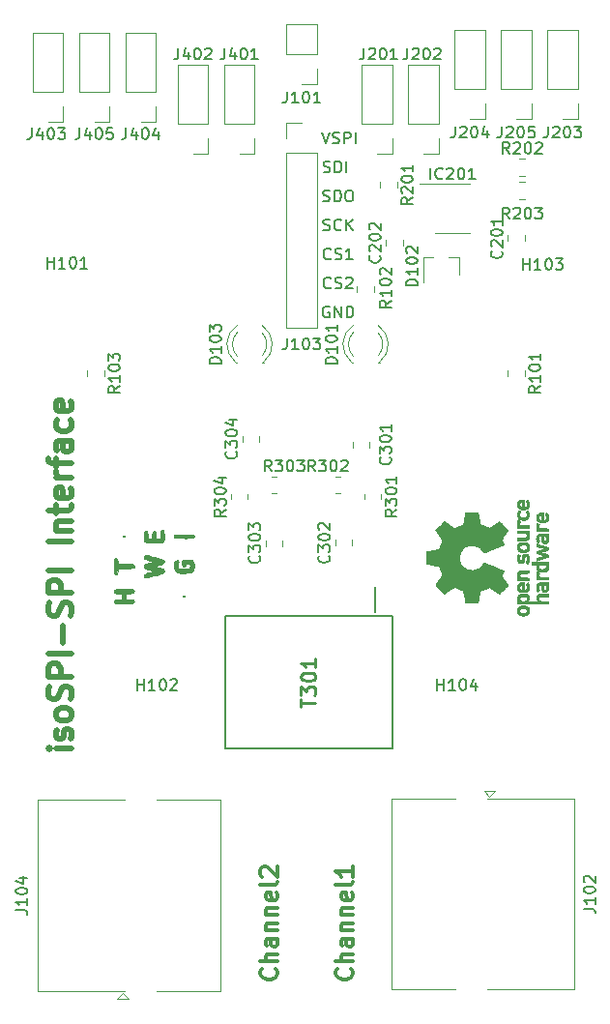
<source format=gbr>
%TF.GenerationSoftware,KiCad,Pcbnew,5.1.7-a382d34a8~87~ubuntu20.04.1*%
%TF.CreationDate,2020-11-04T11:30:01+01:00*%
%TF.ProjectId,isoSPI_Interface,69736f53-5049-45f4-996e-746572666163,rev?*%
%TF.SameCoordinates,Original*%
%TF.FileFunction,Legend,Top*%
%TF.FilePolarity,Positive*%
%FSLAX46Y46*%
G04 Gerber Fmt 4.6, Leading zero omitted, Abs format (unit mm)*
G04 Created by KiCad (PCBNEW 5.1.7-a382d34a8~87~ubuntu20.04.1) date 2020-11-04 11:30:01*
%MOMM*%
%LPD*%
G01*
G04 APERTURE LIST*
%ADD10C,0.300000*%
%ADD11C,0.500000*%
%ADD12C,0.150000*%
%ADD13C,0.010000*%
%ADD14C,0.120000*%
%ADD15C,0.200000*%
%ADD16C,0.254000*%
G04 APERTURE END LIST*
D10*
X121439714Y-167068000D02*
X121511142Y-167139428D01*
X121582571Y-167353714D01*
X121582571Y-167496571D01*
X121511142Y-167710857D01*
X121368285Y-167853714D01*
X121225428Y-167925142D01*
X120939714Y-167996571D01*
X120725428Y-167996571D01*
X120439714Y-167925142D01*
X120296857Y-167853714D01*
X120154000Y-167710857D01*
X120082571Y-167496571D01*
X120082571Y-167353714D01*
X120154000Y-167139428D01*
X120225428Y-167068000D01*
X121582571Y-166425142D02*
X120082571Y-166425142D01*
X121582571Y-165782285D02*
X120796857Y-165782285D01*
X120654000Y-165853714D01*
X120582571Y-165996571D01*
X120582571Y-166210857D01*
X120654000Y-166353714D01*
X120725428Y-166425142D01*
X121582571Y-164425142D02*
X120796857Y-164425142D01*
X120654000Y-164496571D01*
X120582571Y-164639428D01*
X120582571Y-164925142D01*
X120654000Y-165068000D01*
X121511142Y-164425142D02*
X121582571Y-164568000D01*
X121582571Y-164925142D01*
X121511142Y-165068000D01*
X121368285Y-165139428D01*
X121225428Y-165139428D01*
X121082571Y-165068000D01*
X121011142Y-164925142D01*
X121011142Y-164568000D01*
X120939714Y-164425142D01*
X120582571Y-163710857D02*
X121582571Y-163710857D01*
X120725428Y-163710857D02*
X120654000Y-163639428D01*
X120582571Y-163496571D01*
X120582571Y-163282285D01*
X120654000Y-163139428D01*
X120796857Y-163068000D01*
X121582571Y-163068000D01*
X120582571Y-162353714D02*
X121582571Y-162353714D01*
X120725428Y-162353714D02*
X120654000Y-162282285D01*
X120582571Y-162139428D01*
X120582571Y-161925142D01*
X120654000Y-161782285D01*
X120796857Y-161710857D01*
X121582571Y-161710857D01*
X121511142Y-160425142D02*
X121582571Y-160568000D01*
X121582571Y-160853714D01*
X121511142Y-160996571D01*
X121368285Y-161068000D01*
X120796857Y-161068000D01*
X120654000Y-160996571D01*
X120582571Y-160853714D01*
X120582571Y-160568000D01*
X120654000Y-160425142D01*
X120796857Y-160353714D01*
X120939714Y-160353714D01*
X121082571Y-161068000D01*
X121582571Y-159496571D02*
X121511142Y-159639428D01*
X121368285Y-159710857D01*
X120082571Y-159710857D01*
X121582571Y-158139428D02*
X121582571Y-158996571D01*
X121582571Y-158568000D02*
X120082571Y-158568000D01*
X120296857Y-158710857D01*
X120439714Y-158853714D01*
X120511142Y-158996571D01*
X114835714Y-167068000D02*
X114907142Y-167139428D01*
X114978571Y-167353714D01*
X114978571Y-167496571D01*
X114907142Y-167710857D01*
X114764285Y-167853714D01*
X114621428Y-167925142D01*
X114335714Y-167996571D01*
X114121428Y-167996571D01*
X113835714Y-167925142D01*
X113692857Y-167853714D01*
X113550000Y-167710857D01*
X113478571Y-167496571D01*
X113478571Y-167353714D01*
X113550000Y-167139428D01*
X113621428Y-167068000D01*
X114978571Y-166425142D02*
X113478571Y-166425142D01*
X114978571Y-165782285D02*
X114192857Y-165782285D01*
X114050000Y-165853714D01*
X113978571Y-165996571D01*
X113978571Y-166210857D01*
X114050000Y-166353714D01*
X114121428Y-166425142D01*
X114978571Y-164425142D02*
X114192857Y-164425142D01*
X114050000Y-164496571D01*
X113978571Y-164639428D01*
X113978571Y-164925142D01*
X114050000Y-165068000D01*
X114907142Y-164425142D02*
X114978571Y-164568000D01*
X114978571Y-164925142D01*
X114907142Y-165068000D01*
X114764285Y-165139428D01*
X114621428Y-165139428D01*
X114478571Y-165068000D01*
X114407142Y-164925142D01*
X114407142Y-164568000D01*
X114335714Y-164425142D01*
X113978571Y-163710857D02*
X114978571Y-163710857D01*
X114121428Y-163710857D02*
X114050000Y-163639428D01*
X113978571Y-163496571D01*
X113978571Y-163282285D01*
X114050000Y-163139428D01*
X114192857Y-163068000D01*
X114978571Y-163068000D01*
X113978571Y-162353714D02*
X114978571Y-162353714D01*
X114121428Y-162353714D02*
X114050000Y-162282285D01*
X113978571Y-162139428D01*
X113978571Y-161925142D01*
X114050000Y-161782285D01*
X114192857Y-161710857D01*
X114978571Y-161710857D01*
X114907142Y-160425142D02*
X114978571Y-160568000D01*
X114978571Y-160853714D01*
X114907142Y-160996571D01*
X114764285Y-161068000D01*
X114192857Y-161068000D01*
X114050000Y-160996571D01*
X113978571Y-160853714D01*
X113978571Y-160568000D01*
X114050000Y-160425142D01*
X114192857Y-160353714D01*
X114335714Y-160353714D01*
X114478571Y-161068000D01*
X114978571Y-159496571D02*
X114907142Y-159639428D01*
X114764285Y-159710857D01*
X113478571Y-159710857D01*
X113621428Y-158996571D02*
X113550000Y-158925142D01*
X113478571Y-158782285D01*
X113478571Y-158425142D01*
X113550000Y-158282285D01*
X113621428Y-158210857D01*
X113764285Y-158139428D01*
X113907142Y-158139428D01*
X114121428Y-158210857D01*
X114978571Y-159068000D01*
X114978571Y-158139428D01*
D11*
X96916761Y-147778476D02*
X95583428Y-147778476D01*
X94916761Y-147778476D02*
X95012000Y-147873714D01*
X95107238Y-147778476D01*
X95012000Y-147683238D01*
X94916761Y-147778476D01*
X95107238Y-147778476D01*
X96821523Y-146921333D02*
X96916761Y-146730857D01*
X96916761Y-146349904D01*
X96821523Y-146159428D01*
X96631047Y-146064190D01*
X96535809Y-146064190D01*
X96345333Y-146159428D01*
X96250095Y-146349904D01*
X96250095Y-146635619D01*
X96154857Y-146826095D01*
X95964380Y-146921333D01*
X95869142Y-146921333D01*
X95678666Y-146826095D01*
X95583428Y-146635619D01*
X95583428Y-146349904D01*
X95678666Y-146159428D01*
X96916761Y-144921333D02*
X96821523Y-145111809D01*
X96726285Y-145207047D01*
X96535809Y-145302285D01*
X95964380Y-145302285D01*
X95773904Y-145207047D01*
X95678666Y-145111809D01*
X95583428Y-144921333D01*
X95583428Y-144635619D01*
X95678666Y-144445142D01*
X95773904Y-144349904D01*
X95964380Y-144254666D01*
X96535809Y-144254666D01*
X96726285Y-144349904D01*
X96821523Y-144445142D01*
X96916761Y-144635619D01*
X96916761Y-144921333D01*
X96821523Y-143492761D02*
X96916761Y-143207047D01*
X96916761Y-142730857D01*
X96821523Y-142540380D01*
X96726285Y-142445142D01*
X96535809Y-142349904D01*
X96345333Y-142349904D01*
X96154857Y-142445142D01*
X96059619Y-142540380D01*
X95964380Y-142730857D01*
X95869142Y-143111809D01*
X95773904Y-143302285D01*
X95678666Y-143397523D01*
X95488190Y-143492761D01*
X95297714Y-143492761D01*
X95107238Y-143397523D01*
X95012000Y-143302285D01*
X94916761Y-143111809D01*
X94916761Y-142635619D01*
X95012000Y-142349904D01*
X96916761Y-141492761D02*
X94916761Y-141492761D01*
X94916761Y-140730857D01*
X95012000Y-140540380D01*
X95107238Y-140445142D01*
X95297714Y-140349904D01*
X95583428Y-140349904D01*
X95773904Y-140445142D01*
X95869142Y-140540380D01*
X95964380Y-140730857D01*
X95964380Y-141492761D01*
X96916761Y-139492761D02*
X94916761Y-139492761D01*
X96154857Y-138540380D02*
X96154857Y-137016571D01*
X96821523Y-136159428D02*
X96916761Y-135873714D01*
X96916761Y-135397523D01*
X96821523Y-135207047D01*
X96726285Y-135111809D01*
X96535809Y-135016571D01*
X96345333Y-135016571D01*
X96154857Y-135111809D01*
X96059619Y-135207047D01*
X95964380Y-135397523D01*
X95869142Y-135778476D01*
X95773904Y-135968952D01*
X95678666Y-136064190D01*
X95488190Y-136159428D01*
X95297714Y-136159428D01*
X95107238Y-136064190D01*
X95012000Y-135968952D01*
X94916761Y-135778476D01*
X94916761Y-135302285D01*
X95012000Y-135016571D01*
X96916761Y-134159428D02*
X94916761Y-134159428D01*
X94916761Y-133397523D01*
X95012000Y-133207047D01*
X95107238Y-133111809D01*
X95297714Y-133016571D01*
X95583428Y-133016571D01*
X95773904Y-133111809D01*
X95869142Y-133207047D01*
X95964380Y-133397523D01*
X95964380Y-134159428D01*
X96916761Y-132159428D02*
X94916761Y-132159428D01*
X96916761Y-129683238D02*
X94916761Y-129683238D01*
X95583428Y-128730857D02*
X96916761Y-128730857D01*
X95773904Y-128730857D02*
X95678666Y-128635619D01*
X95583428Y-128445142D01*
X95583428Y-128159428D01*
X95678666Y-127968952D01*
X95869142Y-127873714D01*
X96916761Y-127873714D01*
X95583428Y-127207047D02*
X95583428Y-126445142D01*
X94916761Y-126921333D02*
X96631047Y-126921333D01*
X96821523Y-126826095D01*
X96916761Y-126635619D01*
X96916761Y-126445142D01*
X96821523Y-125016571D02*
X96916761Y-125207047D01*
X96916761Y-125588000D01*
X96821523Y-125778476D01*
X96631047Y-125873714D01*
X95869142Y-125873714D01*
X95678666Y-125778476D01*
X95583428Y-125588000D01*
X95583428Y-125207047D01*
X95678666Y-125016571D01*
X95869142Y-124921333D01*
X96059619Y-124921333D01*
X96250095Y-125873714D01*
X96916761Y-124064190D02*
X95583428Y-124064190D01*
X95964380Y-124064190D02*
X95773904Y-123968952D01*
X95678666Y-123873714D01*
X95583428Y-123683238D01*
X95583428Y-123492761D01*
X95583428Y-123111809D02*
X95583428Y-122349904D01*
X96916761Y-122826095D02*
X95202476Y-122826095D01*
X95012000Y-122730857D01*
X94916761Y-122540380D01*
X94916761Y-122349904D01*
X96916761Y-120826095D02*
X95869142Y-120826095D01*
X95678666Y-120921333D01*
X95583428Y-121111809D01*
X95583428Y-121492761D01*
X95678666Y-121683238D01*
X96821523Y-120826095D02*
X96916761Y-121016571D01*
X96916761Y-121492761D01*
X96821523Y-121683238D01*
X96631047Y-121778476D01*
X96440571Y-121778476D01*
X96250095Y-121683238D01*
X96154857Y-121492761D01*
X96154857Y-121016571D01*
X96059619Y-120826095D01*
X96821523Y-119016571D02*
X96916761Y-119207047D01*
X96916761Y-119588000D01*
X96821523Y-119778476D01*
X96726285Y-119873714D01*
X96535809Y-119968952D01*
X95964380Y-119968952D01*
X95773904Y-119873714D01*
X95678666Y-119778476D01*
X95583428Y-119588000D01*
X95583428Y-119207047D01*
X95678666Y-119016571D01*
X96821523Y-117397523D02*
X96916761Y-117588000D01*
X96916761Y-117968952D01*
X96821523Y-118159428D01*
X96631047Y-118254666D01*
X95869142Y-118254666D01*
X95678666Y-118159428D01*
X95583428Y-117968952D01*
X95583428Y-117588000D01*
X95678666Y-117397523D01*
X95869142Y-117302285D01*
X96059619Y-117302285D01*
X96250095Y-118254666D01*
D12*
X119507095Y-109101000D02*
X119411857Y-109053380D01*
X119269000Y-109053380D01*
X119126142Y-109101000D01*
X119030904Y-109196238D01*
X118983285Y-109291476D01*
X118935666Y-109481952D01*
X118935666Y-109624809D01*
X118983285Y-109815285D01*
X119030904Y-109910523D01*
X119126142Y-110005761D01*
X119269000Y-110053380D01*
X119364238Y-110053380D01*
X119507095Y-110005761D01*
X119554714Y-109958142D01*
X119554714Y-109624809D01*
X119364238Y-109624809D01*
X119983285Y-110053380D02*
X119983285Y-109053380D01*
X120554714Y-110053380D01*
X120554714Y-109053380D01*
X121030904Y-110053380D02*
X121030904Y-109053380D01*
X121269000Y-109053380D01*
X121411857Y-109101000D01*
X121507095Y-109196238D01*
X121554714Y-109291476D01*
X121602333Y-109481952D01*
X121602333Y-109624809D01*
X121554714Y-109815285D01*
X121507095Y-109910523D01*
X121411857Y-110005761D01*
X121269000Y-110053380D01*
X121030904Y-110053380D01*
X119626142Y-107418142D02*
X119578523Y-107465761D01*
X119435666Y-107513380D01*
X119340428Y-107513380D01*
X119197571Y-107465761D01*
X119102333Y-107370523D01*
X119054714Y-107275285D01*
X119007095Y-107084809D01*
X119007095Y-106941952D01*
X119054714Y-106751476D01*
X119102333Y-106656238D01*
X119197571Y-106561000D01*
X119340428Y-106513380D01*
X119435666Y-106513380D01*
X119578523Y-106561000D01*
X119626142Y-106608619D01*
X120007095Y-107465761D02*
X120149952Y-107513380D01*
X120388047Y-107513380D01*
X120483285Y-107465761D01*
X120530904Y-107418142D01*
X120578523Y-107322904D01*
X120578523Y-107227666D01*
X120530904Y-107132428D01*
X120483285Y-107084809D01*
X120388047Y-107037190D01*
X120197571Y-106989571D01*
X120102333Y-106941952D01*
X120054714Y-106894333D01*
X120007095Y-106799095D01*
X120007095Y-106703857D01*
X120054714Y-106608619D01*
X120102333Y-106561000D01*
X120197571Y-106513380D01*
X120435666Y-106513380D01*
X120578523Y-106561000D01*
X120959476Y-106608619D02*
X121007095Y-106561000D01*
X121102333Y-106513380D01*
X121340428Y-106513380D01*
X121435666Y-106561000D01*
X121483285Y-106608619D01*
X121530904Y-106703857D01*
X121530904Y-106799095D01*
X121483285Y-106941952D01*
X120911857Y-107513380D01*
X121530904Y-107513380D01*
X119626142Y-104878142D02*
X119578523Y-104925761D01*
X119435666Y-104973380D01*
X119340428Y-104973380D01*
X119197571Y-104925761D01*
X119102333Y-104830523D01*
X119054714Y-104735285D01*
X119007095Y-104544809D01*
X119007095Y-104401952D01*
X119054714Y-104211476D01*
X119102333Y-104116238D01*
X119197571Y-104021000D01*
X119340428Y-103973380D01*
X119435666Y-103973380D01*
X119578523Y-104021000D01*
X119626142Y-104068619D01*
X120007095Y-104925761D02*
X120149952Y-104973380D01*
X120388047Y-104973380D01*
X120483285Y-104925761D01*
X120530904Y-104878142D01*
X120578523Y-104782904D01*
X120578523Y-104687666D01*
X120530904Y-104592428D01*
X120483285Y-104544809D01*
X120388047Y-104497190D01*
X120197571Y-104449571D01*
X120102333Y-104401952D01*
X120054714Y-104354333D01*
X120007095Y-104259095D01*
X120007095Y-104163857D01*
X120054714Y-104068619D01*
X120102333Y-104021000D01*
X120197571Y-103973380D01*
X120435666Y-103973380D01*
X120578523Y-104021000D01*
X121530904Y-104973380D02*
X120959476Y-104973380D01*
X121245190Y-104973380D02*
X121245190Y-103973380D01*
X121149952Y-104116238D01*
X121054714Y-104211476D01*
X120959476Y-104259095D01*
X118983285Y-102385761D02*
X119126142Y-102433380D01*
X119364238Y-102433380D01*
X119459476Y-102385761D01*
X119507095Y-102338142D01*
X119554714Y-102242904D01*
X119554714Y-102147666D01*
X119507095Y-102052428D01*
X119459476Y-102004809D01*
X119364238Y-101957190D01*
X119173761Y-101909571D01*
X119078523Y-101861952D01*
X119030904Y-101814333D01*
X118983285Y-101719095D01*
X118983285Y-101623857D01*
X119030904Y-101528619D01*
X119078523Y-101481000D01*
X119173761Y-101433380D01*
X119411857Y-101433380D01*
X119554714Y-101481000D01*
X120554714Y-102338142D02*
X120507095Y-102385761D01*
X120364238Y-102433380D01*
X120269000Y-102433380D01*
X120126142Y-102385761D01*
X120030904Y-102290523D01*
X119983285Y-102195285D01*
X119935666Y-102004809D01*
X119935666Y-101861952D01*
X119983285Y-101671476D01*
X120030904Y-101576238D01*
X120126142Y-101481000D01*
X120269000Y-101433380D01*
X120364238Y-101433380D01*
X120507095Y-101481000D01*
X120554714Y-101528619D01*
X120983285Y-102433380D02*
X120983285Y-101433380D01*
X121554714Y-102433380D02*
X121126142Y-101861952D01*
X121554714Y-101433380D02*
X120983285Y-102004809D01*
X118959476Y-99845761D02*
X119102333Y-99893380D01*
X119340428Y-99893380D01*
X119435666Y-99845761D01*
X119483285Y-99798142D01*
X119530904Y-99702904D01*
X119530904Y-99607666D01*
X119483285Y-99512428D01*
X119435666Y-99464809D01*
X119340428Y-99417190D01*
X119149952Y-99369571D01*
X119054714Y-99321952D01*
X119007095Y-99274333D01*
X118959476Y-99179095D01*
X118959476Y-99083857D01*
X119007095Y-98988619D01*
X119054714Y-98941000D01*
X119149952Y-98893380D01*
X119388047Y-98893380D01*
X119530904Y-98941000D01*
X119959476Y-99893380D02*
X119959476Y-98893380D01*
X120197571Y-98893380D01*
X120340428Y-98941000D01*
X120435666Y-99036238D01*
X120483285Y-99131476D01*
X120530904Y-99321952D01*
X120530904Y-99464809D01*
X120483285Y-99655285D01*
X120435666Y-99750523D01*
X120340428Y-99845761D01*
X120197571Y-99893380D01*
X119959476Y-99893380D01*
X121149952Y-98893380D02*
X121340428Y-98893380D01*
X121435666Y-98941000D01*
X121530904Y-99036238D01*
X121578523Y-99226714D01*
X121578523Y-99560047D01*
X121530904Y-99750523D01*
X121435666Y-99845761D01*
X121340428Y-99893380D01*
X121149952Y-99893380D01*
X121054714Y-99845761D01*
X120959476Y-99750523D01*
X120911857Y-99560047D01*
X120911857Y-99226714D01*
X120959476Y-99036238D01*
X121054714Y-98941000D01*
X121149952Y-98893380D01*
X118991190Y-97305761D02*
X119134047Y-97353380D01*
X119372142Y-97353380D01*
X119467380Y-97305761D01*
X119515000Y-97258142D01*
X119562619Y-97162904D01*
X119562619Y-97067666D01*
X119515000Y-96972428D01*
X119467380Y-96924809D01*
X119372142Y-96877190D01*
X119181666Y-96829571D01*
X119086428Y-96781952D01*
X119038809Y-96734333D01*
X118991190Y-96639095D01*
X118991190Y-96543857D01*
X119038809Y-96448619D01*
X119086428Y-96401000D01*
X119181666Y-96353380D01*
X119419761Y-96353380D01*
X119562619Y-96401000D01*
X119991190Y-97353380D02*
X119991190Y-96353380D01*
X120229285Y-96353380D01*
X120372142Y-96401000D01*
X120467380Y-96496238D01*
X120515000Y-96591476D01*
X120562619Y-96781952D01*
X120562619Y-96924809D01*
X120515000Y-97115285D01*
X120467380Y-97210523D01*
X120372142Y-97305761D01*
X120229285Y-97353380D01*
X119991190Y-97353380D01*
X120991190Y-97353380D02*
X120991190Y-96353380D01*
X118848380Y-93813380D02*
X119181714Y-94813380D01*
X119515047Y-93813380D01*
X119800761Y-94765761D02*
X119943619Y-94813380D01*
X120181714Y-94813380D01*
X120276952Y-94765761D01*
X120324571Y-94718142D01*
X120372190Y-94622904D01*
X120372190Y-94527666D01*
X120324571Y-94432428D01*
X120276952Y-94384809D01*
X120181714Y-94337190D01*
X119991238Y-94289571D01*
X119896000Y-94241952D01*
X119848380Y-94194333D01*
X119800761Y-94099095D01*
X119800761Y-94003857D01*
X119848380Y-93908619D01*
X119896000Y-93861000D01*
X119991238Y-93813380D01*
X120229333Y-93813380D01*
X120372190Y-93861000D01*
X120800761Y-94813380D02*
X120800761Y-93813380D01*
X121181714Y-93813380D01*
X121276952Y-93861000D01*
X121324571Y-93908619D01*
X121372190Y-94003857D01*
X121372190Y-94146714D01*
X121324571Y-94241952D01*
X121276952Y-94289571D01*
X121181714Y-94337190D01*
X120800761Y-94337190D01*
X121800761Y-94813380D02*
X121800761Y-93813380D01*
D13*
%TO.C,L102*%
G36*
X128016013Y-130957645D02*
G01*
X128016080Y-130866930D01*
X128016242Y-130790561D01*
X128016540Y-130727247D01*
X128017014Y-130675692D01*
X128017707Y-130634605D01*
X128018658Y-130602691D01*
X128019910Y-130578658D01*
X128021503Y-130561213D01*
X128023478Y-130549061D01*
X128025876Y-130540911D01*
X128028738Y-130535468D01*
X128032106Y-130531440D01*
X128032934Y-130530601D01*
X128047749Y-130518198D01*
X128057389Y-130513667D01*
X128066845Y-130512160D01*
X128091485Y-130507819D01*
X128129847Y-130500910D01*
X128180466Y-130491702D01*
X128241882Y-130480462D01*
X128312630Y-130467457D01*
X128391248Y-130452957D01*
X128476273Y-130437228D01*
X128566243Y-130420538D01*
X128567505Y-130420303D01*
X128685685Y-130398202D01*
X128787677Y-130378805D01*
X128873991Y-130362007D01*
X128945135Y-130347701D01*
X129001622Y-130335783D01*
X129043960Y-130326147D01*
X129072660Y-130318687D01*
X129088232Y-130313297D01*
X129090536Y-130311985D01*
X129098482Y-130300742D01*
X129111729Y-130275670D01*
X129129465Y-130238732D01*
X129150872Y-130191888D01*
X129175138Y-130137100D01*
X129201445Y-130076329D01*
X129228980Y-130011537D01*
X129256928Y-129944686D01*
X129284473Y-129877735D01*
X129310801Y-129812648D01*
X129335096Y-129751385D01*
X129356543Y-129695907D01*
X129374328Y-129648177D01*
X129387635Y-129610155D01*
X129395650Y-129583804D01*
X129397701Y-129572755D01*
X129396932Y-129564720D01*
X129393825Y-129554343D01*
X129387658Y-129540486D01*
X129377710Y-129522011D01*
X129363259Y-129497779D01*
X129343582Y-129466654D01*
X129317957Y-129427496D01*
X129285663Y-129379168D01*
X129245978Y-129320531D01*
X129198180Y-129250447D01*
X129141546Y-129167779D01*
X129131855Y-129153655D01*
X129067299Y-129059624D01*
X129011646Y-128978577D01*
X128964260Y-128909506D01*
X128924506Y-128851403D01*
X128891750Y-128803261D01*
X128865356Y-128764070D01*
X128844691Y-128732823D01*
X128829119Y-128708513D01*
X128818006Y-128690130D01*
X128810716Y-128676667D01*
X128806615Y-128667115D01*
X128805069Y-128660467D01*
X128805442Y-128655715D01*
X128807099Y-128651850D01*
X128809406Y-128647864D01*
X128811125Y-128644324D01*
X128818792Y-128634133D01*
X128837408Y-128613151D01*
X128865888Y-128582503D01*
X128903151Y-128543312D01*
X128948110Y-128496702D01*
X128999684Y-128443797D01*
X129056788Y-128385721D01*
X129118339Y-128323598D01*
X129178634Y-128263165D01*
X129256285Y-128185729D01*
X129322901Y-128119618D01*
X129379301Y-128064061D01*
X129426302Y-128018290D01*
X129464719Y-127981533D01*
X129495372Y-127953022D01*
X129519077Y-127931986D01*
X129536650Y-127917654D01*
X129548911Y-127909259D01*
X129556675Y-127906028D01*
X129557808Y-127905934D01*
X129569983Y-127910705D01*
X129595391Y-127925050D01*
X129634105Y-127949019D01*
X129686200Y-127982659D01*
X129751750Y-128026018D01*
X129830830Y-128079146D01*
X129923514Y-128142091D01*
X130005300Y-128198034D01*
X130105452Y-128266512D01*
X130192201Y-128325371D01*
X130265910Y-128374849D01*
X130326944Y-128415184D01*
X130375670Y-128446614D01*
X130412450Y-128469376D01*
X130437651Y-128483709D01*
X130451637Y-128489850D01*
X130453527Y-128490134D01*
X130467511Y-128486791D01*
X130494827Y-128477311D01*
X130533581Y-128462514D01*
X130581879Y-128443222D01*
X130637828Y-128420256D01*
X130699532Y-128394439D01*
X130765099Y-128366591D01*
X130832634Y-128337533D01*
X130900243Y-128308088D01*
X130966032Y-128279076D01*
X131028108Y-128251319D01*
X131084577Y-128225638D01*
X131133544Y-128202855D01*
X131173115Y-128183792D01*
X131201397Y-128169269D01*
X131216496Y-128160108D01*
X131218200Y-128158491D01*
X131223216Y-128145815D01*
X131230655Y-128118028D01*
X131240566Y-128074892D01*
X131252997Y-128016169D01*
X131267998Y-127941623D01*
X131285619Y-127851015D01*
X131305908Y-127744110D01*
X131322334Y-127656167D01*
X131338816Y-127567540D01*
X131354480Y-127483518D01*
X131369037Y-127405644D01*
X131382197Y-127335461D01*
X131393669Y-127274512D01*
X131403163Y-127224339D01*
X131410389Y-127186486D01*
X131415056Y-127162495D01*
X131416759Y-127154294D01*
X131426912Y-127135404D01*
X131436951Y-127126777D01*
X131448720Y-127125022D01*
X131476591Y-127123448D01*
X131519733Y-127122069D01*
X131577315Y-127120898D01*
X131648506Y-127119947D01*
X131732475Y-127119229D01*
X131828392Y-127118758D01*
X131935425Y-127118545D01*
X131968065Y-127118534D01*
X132074444Y-127118552D01*
X132165175Y-127118633D01*
X132241547Y-127118815D01*
X132304844Y-127119136D01*
X132356352Y-127119636D01*
X132397359Y-127120354D01*
X132429151Y-127121327D01*
X132453013Y-127122595D01*
X132470233Y-127124196D01*
X132482096Y-127126168D01*
X132489889Y-127128552D01*
X132494898Y-127131385D01*
X132498206Y-127134479D01*
X132502633Y-127143846D01*
X132508748Y-127164402D01*
X132516704Y-127196876D01*
X132526654Y-127241997D01*
X132538749Y-127300493D01*
X132553143Y-127373092D01*
X132569987Y-127460524D01*
X132589435Y-127563516D01*
X132601408Y-127627662D01*
X132617802Y-127715635D01*
X132633374Y-127798875D01*
X132647831Y-127875848D01*
X132660883Y-127945020D01*
X132672239Y-128004856D01*
X132681608Y-128053821D01*
X132688699Y-128090381D01*
X132693221Y-128113001D01*
X132694766Y-128119943D01*
X132705043Y-128135753D01*
X132719129Y-128147944D01*
X132732168Y-128154491D01*
X132758776Y-128166258D01*
X132797087Y-128182503D01*
X132845233Y-128202483D01*
X132901347Y-128225455D01*
X132963560Y-128250679D01*
X133030006Y-128277410D01*
X133098817Y-128304907D01*
X133168125Y-128332428D01*
X133236063Y-128359230D01*
X133300763Y-128384571D01*
X133360359Y-128407708D01*
X133412981Y-128427899D01*
X133456764Y-128444402D01*
X133489839Y-128456475D01*
X133510339Y-128463374D01*
X133516073Y-128464734D01*
X133531338Y-128460129D01*
X133555677Y-128447902D01*
X133584500Y-128430431D01*
X133592432Y-128425140D01*
X133612162Y-128411671D01*
X133644001Y-128389894D01*
X133686095Y-128361081D01*
X133736591Y-128326500D01*
X133793632Y-128287423D01*
X133855366Y-128245118D01*
X133919936Y-128200858D01*
X133942667Y-128185274D01*
X134007788Y-128140633D01*
X134070715Y-128097511D01*
X134129594Y-128057177D01*
X134182571Y-128020900D01*
X134227791Y-127989952D01*
X134263399Y-127965601D01*
X134287541Y-127949118D01*
X134292901Y-127945468D01*
X134322136Y-127927019D01*
X134348098Y-127913166D01*
X134366202Y-127906287D01*
X134369138Y-127905934D01*
X134378198Y-127910786D01*
X134396581Y-127925550D01*
X134424613Y-127950539D01*
X134462622Y-127986064D01*
X134510936Y-128032437D01*
X134569881Y-128089971D01*
X134639785Y-128158977D01*
X134720975Y-128239767D01*
X134753387Y-128272153D01*
X134830832Y-128349724D01*
X134897013Y-128416284D01*
X134952741Y-128472694D01*
X134998826Y-128519815D01*
X135036079Y-128558509D01*
X135065310Y-128589637D01*
X135087329Y-128614060D01*
X135102948Y-128632640D01*
X135112976Y-128646237D01*
X135118225Y-128655714D01*
X135119533Y-128661248D01*
X135115959Y-128671926D01*
X135105008Y-128692559D01*
X135086338Y-128723674D01*
X135059608Y-128765797D01*
X135024476Y-128819457D01*
X134980601Y-128885180D01*
X134927641Y-128963492D01*
X134865254Y-129054922D01*
X134848600Y-129079226D01*
X134785054Y-129172167D01*
X134730895Y-129251984D01*
X134685689Y-129319350D01*
X134649003Y-129374935D01*
X134620401Y-129419410D01*
X134599450Y-129453446D01*
X134585716Y-129477714D01*
X134578764Y-129492885D01*
X134577667Y-129497876D01*
X134581688Y-129512638D01*
X134593161Y-129540263D01*
X134611195Y-129578875D01*
X134634903Y-129626599D01*
X134663395Y-129681560D01*
X134675553Y-129704440D01*
X134711068Y-129771843D01*
X134737942Y-129825121D01*
X134756334Y-129864615D01*
X134766403Y-129890668D01*
X134768318Y-129903590D01*
X134767827Y-129906076D01*
X134767567Y-129908229D01*
X134766719Y-129910399D01*
X134764464Y-129912939D01*
X134759985Y-129916200D01*
X134752462Y-129920534D01*
X134741078Y-129926292D01*
X134725013Y-129933826D01*
X134703449Y-129943488D01*
X134675568Y-129955629D01*
X134640551Y-129970602D01*
X134597579Y-129988756D01*
X134545834Y-130010446D01*
X134484498Y-130036020D01*
X134412752Y-130065833D01*
X134329777Y-130100235D01*
X134234755Y-130139577D01*
X134126867Y-130184212D01*
X134005295Y-130234491D01*
X133869221Y-130290766D01*
X133811713Y-130314551D01*
X133666601Y-130374461D01*
X133536836Y-130427799D01*
X133422200Y-130474651D01*
X133322470Y-130515106D01*
X133237428Y-130549251D01*
X133166852Y-130577175D01*
X133110522Y-130598964D01*
X133068218Y-130614707D01*
X133039719Y-130624491D01*
X133024805Y-130628403D01*
X133022804Y-130628415D01*
X133007613Y-130618099D01*
X132988250Y-130595287D01*
X132971990Y-130570808D01*
X132939133Y-130520149D01*
X132899247Y-130464135D01*
X132855402Y-130406652D01*
X132810669Y-130351588D01*
X132768117Y-130302828D01*
X132730817Y-130264259D01*
X132726905Y-130260562D01*
X132621725Y-130173753D01*
X132507072Y-130100455D01*
X132384603Y-130041495D01*
X132255974Y-129997705D01*
X132157647Y-129975527D01*
X132100066Y-129968162D01*
X132031697Y-129963939D01*
X131958392Y-129962859D01*
X131886000Y-129964921D01*
X131820373Y-129970126D01*
X131782220Y-129975527D01*
X131650352Y-130007213D01*
X131525538Y-130053535D01*
X131408697Y-130113486D01*
X131300750Y-130186059D01*
X131202617Y-130270245D01*
X131115218Y-130365036D01*
X131039472Y-130469426D01*
X130976300Y-130582406D01*
X130926622Y-130702968D01*
X130891357Y-130830104D01*
X130871427Y-130962807D01*
X130870473Y-130974264D01*
X130867918Y-131109765D01*
X130881082Y-131241128D01*
X130909070Y-131367452D01*
X130950986Y-131487837D01*
X131005935Y-131601384D01*
X131073020Y-131707192D01*
X131151347Y-131804361D01*
X131240019Y-131891990D01*
X131338141Y-131969180D01*
X131444818Y-132035031D01*
X131559154Y-132088642D01*
X131680252Y-132129113D01*
X131807218Y-132155544D01*
X131939157Y-132167036D01*
X132054600Y-132164380D01*
X132183978Y-132146676D01*
X132310994Y-132113290D01*
X132433536Y-132065216D01*
X132549490Y-132003450D01*
X132656745Y-131928986D01*
X132753187Y-131842820D01*
X132766380Y-131829169D01*
X132797241Y-131794281D01*
X132833955Y-131749112D01*
X132873432Y-131697758D01*
X132912582Y-131644317D01*
X132948312Y-131592885D01*
X132971636Y-131557094D01*
X132991715Y-131528438D01*
X133010235Y-131507992D01*
X133023199Y-131499487D01*
X133034456Y-131501804D01*
X133060843Y-131510630D01*
X133102406Y-131525983D01*
X133159195Y-131547884D01*
X133231257Y-131576351D01*
X133318642Y-131611404D01*
X133421397Y-131653062D01*
X133539570Y-131701344D01*
X133673209Y-131756269D01*
X133811713Y-131813450D01*
X133953692Y-131872169D01*
X134080847Y-131924755D01*
X134193997Y-131971560D01*
X134293960Y-132012934D01*
X134381556Y-132049229D01*
X134457603Y-132080797D01*
X134522919Y-132107990D01*
X134578322Y-132131158D01*
X134624633Y-132150655D01*
X134662669Y-132166830D01*
X134693249Y-132180037D01*
X134717191Y-132190626D01*
X134735315Y-132198948D01*
X134748438Y-132205357D01*
X134757379Y-132210202D01*
X134762958Y-132213837D01*
X134765992Y-132216611D01*
X134767301Y-132218878D01*
X134767702Y-132220988D01*
X134768015Y-132223293D01*
X134768277Y-132224279D01*
X134766178Y-132237549D01*
X134755634Y-132264350D01*
X134736538Y-132304912D01*
X134708782Y-132359463D01*
X134675511Y-132422193D01*
X134642297Y-132485009D01*
X134615325Y-132538252D01*
X134595176Y-132580691D01*
X134582435Y-132611094D01*
X134577685Y-132628230D01*
X134577667Y-132628857D01*
X134580160Y-132638152D01*
X134588002Y-132654394D01*
X134601738Y-132678425D01*
X134621911Y-132711088D01*
X134649066Y-132753227D01*
X134683748Y-132805682D01*
X134726501Y-132869298D01*
X134777868Y-132944916D01*
X134838395Y-133033379D01*
X134848600Y-133048249D01*
X134912310Y-133141324D01*
X134966612Y-133221267D01*
X135011929Y-133288734D01*
X135048685Y-133344379D01*
X135077305Y-133388857D01*
X135098213Y-133422822D01*
X135111833Y-133446928D01*
X135118589Y-133461831D01*
X135119533Y-133466331D01*
X135117929Y-133472873D01*
X135112564Y-133482454D01*
X135102615Y-133495952D01*
X135087255Y-133514245D01*
X135065660Y-133538211D01*
X135037005Y-133568728D01*
X135000463Y-133606674D01*
X134955210Y-133652926D01*
X134900420Y-133708364D01*
X134835269Y-133773864D01*
X134758930Y-133850305D01*
X134753314Y-133855920D01*
X134667627Y-133941346D01*
X134593369Y-134014848D01*
X134530236Y-134076715D01*
X134477927Y-134127235D01*
X134436138Y-134166696D01*
X134404568Y-134195386D01*
X134382914Y-134213594D01*
X134370873Y-134221608D01*
X134369065Y-134222067D01*
X134353891Y-134217469D01*
X134329621Y-134205260D01*
X134300832Y-134187816D01*
X134292901Y-134182532D01*
X134273536Y-134169327D01*
X134241985Y-134147765D01*
X134200027Y-134119067D01*
X134149443Y-134084451D01*
X134092013Y-134045134D01*
X134029518Y-134002337D01*
X133963738Y-133957276D01*
X133925734Y-133931236D01*
X133859679Y-133885975D01*
X133796573Y-133842739D01*
X133738080Y-133802668D01*
X133685867Y-133766904D01*
X133641601Y-133736588D01*
X133606948Y-133712862D01*
X133583574Y-133696866D01*
X133575533Y-133691371D01*
X133549973Y-133675972D01*
X133527269Y-133665765D01*
X133516107Y-133663267D01*
X133504925Y-133666346D01*
X133479936Y-133675088D01*
X133443007Y-133688750D01*
X133396005Y-133706590D01*
X133340798Y-133727866D01*
X133279253Y-133751836D01*
X133213239Y-133777757D01*
X133144623Y-133804886D01*
X133075271Y-133832482D01*
X133007053Y-133859803D01*
X132941835Y-133886105D01*
X132881485Y-133910646D01*
X132827870Y-133932685D01*
X132782858Y-133951478D01*
X132748317Y-133966284D01*
X132726114Y-133976361D01*
X132719129Y-133980057D01*
X132702562Y-133995029D01*
X132694585Y-134008058D01*
X132692195Y-134018958D01*
X132687012Y-134044974D01*
X132679328Y-134084572D01*
X132669436Y-134136218D01*
X132657625Y-134198378D01*
X132644189Y-134269518D01*
X132629419Y-134348105D01*
X132613607Y-134432604D01*
X132600913Y-134500686D01*
X132579614Y-134614312D01*
X132561009Y-134711837D01*
X132544975Y-134793857D01*
X132531386Y-134860969D01*
X132520118Y-134913767D01*
X132511047Y-134952848D01*
X132504048Y-134978809D01*
X132498997Y-134992245D01*
X132497891Y-134993870D01*
X132494312Y-134997082D01*
X132488986Y-134999822D01*
X132480631Y-135002125D01*
X132467966Y-135004031D01*
X132449709Y-135005576D01*
X132424580Y-135006798D01*
X132391295Y-135007735D01*
X132348574Y-135008424D01*
X132295136Y-135008903D01*
X132229698Y-135009209D01*
X132150979Y-135009380D01*
X132057697Y-135009453D01*
X131966006Y-135009467D01*
X131854260Y-135009395D01*
X131758376Y-135009165D01*
X131677286Y-135008754D01*
X131609920Y-135008143D01*
X131555207Y-135007307D01*
X131512079Y-135006228D01*
X131479465Y-135004881D01*
X131456296Y-135003247D01*
X131441503Y-135001303D01*
X131434014Y-134999028D01*
X131433532Y-134998715D01*
X131429709Y-134993004D01*
X131424968Y-134980196D01*
X131419085Y-134959231D01*
X131411838Y-134929054D01*
X131403005Y-134888606D01*
X131392361Y-134836831D01*
X131379683Y-134772669D01*
X131364750Y-134695064D01*
X131347338Y-134602959D01*
X131327223Y-134495296D01*
X131325978Y-134488598D01*
X131303767Y-134369975D01*
X131284266Y-134267616D01*
X131267383Y-134181084D01*
X131253029Y-134109944D01*
X131241112Y-134053757D01*
X131231543Y-134012089D01*
X131224230Y-133984502D01*
X131219084Y-133970560D01*
X131218415Y-133969510D01*
X131207716Y-133962162D01*
X131183250Y-133949199D01*
X131146911Y-133931442D01*
X131100594Y-133909714D01*
X131046195Y-133884835D01*
X130985607Y-133857627D01*
X130920725Y-133828911D01*
X130853445Y-133799510D01*
X130785662Y-133770245D01*
X130719269Y-133741936D01*
X130656162Y-133715406D01*
X130598236Y-133691477D01*
X130547385Y-133670969D01*
X130505505Y-133654704D01*
X130474490Y-133643504D01*
X130456235Y-133638191D01*
X130453484Y-133637867D01*
X130442490Y-133641817D01*
X130420470Y-133653829D01*
X130387049Y-133674149D01*
X130341849Y-133703022D01*
X130284493Y-133740694D01*
X130214605Y-133787411D01*
X130131809Y-133843416D01*
X130035727Y-133908957D01*
X130005055Y-133929967D01*
X129901471Y-134000732D01*
X129811399Y-134061738D01*
X129734871Y-134112964D01*
X129671921Y-134154388D01*
X129622582Y-134185988D01*
X129586888Y-134207742D01*
X129564872Y-134219629D01*
X129557606Y-134222067D01*
X129550626Y-134219735D01*
X129539148Y-134212231D01*
X129522367Y-134198797D01*
X129499476Y-134178673D01*
X129469670Y-134151100D01*
X129432144Y-134115317D01*
X129386091Y-134070566D01*
X129330706Y-134016087D01*
X129265183Y-133951120D01*
X129188717Y-133874907D01*
X129178634Y-133864836D01*
X129113939Y-133799986D01*
X129052693Y-133738165D01*
X128995978Y-133680492D01*
X128944875Y-133628090D01*
X128900467Y-133582078D01*
X128863835Y-133543577D01*
X128836062Y-133513707D01*
X128818229Y-133493589D01*
X128811509Y-133484604D01*
X128806257Y-133461130D01*
X128811545Y-133443736D01*
X128817960Y-133433688D01*
X128833111Y-133410965D01*
X128856131Y-133376840D01*
X128886154Y-133332585D01*
X128922313Y-133279474D01*
X128963742Y-133218779D01*
X129009574Y-133151773D01*
X129058942Y-133079729D01*
X129109447Y-133006152D01*
X129172646Y-132913969D01*
X129226670Y-132834727D01*
X129272104Y-132767525D01*
X129309529Y-132711464D01*
X129339529Y-132665644D01*
X129362684Y-132629166D01*
X129379579Y-132601129D01*
X129390796Y-132580633D01*
X129396917Y-132566779D01*
X129398548Y-132559612D01*
X129395519Y-132545037D01*
X129386568Y-132516980D01*
X129372509Y-132477426D01*
X129354155Y-132428360D01*
X129332318Y-132371767D01*
X129307812Y-132309632D01*
X129281450Y-132243940D01*
X129254046Y-132176677D01*
X129226412Y-132109827D01*
X129199361Y-132045375D01*
X129173708Y-131985306D01*
X129150264Y-131931606D01*
X129129844Y-131886260D01*
X129113261Y-131851251D01*
X129101326Y-131828567D01*
X129095896Y-131820816D01*
X129092031Y-131817327D01*
X129087941Y-131814156D01*
X129082507Y-131811071D01*
X129074609Y-131807839D01*
X129063130Y-131804226D01*
X129046950Y-131800000D01*
X129024949Y-131794928D01*
X128996010Y-131788776D01*
X128959013Y-131781311D01*
X128912840Y-131772300D01*
X128856370Y-131761510D01*
X128788486Y-131748708D01*
X128708069Y-131733661D01*
X128613999Y-131716136D01*
X128505157Y-131695900D01*
X128422646Y-131680566D01*
X128326822Y-131662614D01*
X128246603Y-131647252D01*
X128180894Y-131634242D01*
X128128605Y-131623348D01*
X128088643Y-131614332D01*
X128059916Y-131606957D01*
X128041331Y-131600986D01*
X128031796Y-131596181D01*
X128031062Y-131595529D01*
X128027952Y-131591597D01*
X128025301Y-131585648D01*
X128023071Y-131576399D01*
X128021228Y-131562568D01*
X128019734Y-131542872D01*
X128018553Y-131516028D01*
X128017649Y-131480755D01*
X128016985Y-131435769D01*
X128016526Y-131379788D01*
X128016234Y-131311528D01*
X128016074Y-131229709D01*
X128016009Y-131133046D01*
X128016000Y-131064000D01*
X128016013Y-130957645D01*
G37*
X128016013Y-130957645D02*
X128016080Y-130866930D01*
X128016242Y-130790561D01*
X128016540Y-130727247D01*
X128017014Y-130675692D01*
X128017707Y-130634605D01*
X128018658Y-130602691D01*
X128019910Y-130578658D01*
X128021503Y-130561213D01*
X128023478Y-130549061D01*
X128025876Y-130540911D01*
X128028738Y-130535468D01*
X128032106Y-130531440D01*
X128032934Y-130530601D01*
X128047749Y-130518198D01*
X128057389Y-130513667D01*
X128066845Y-130512160D01*
X128091485Y-130507819D01*
X128129847Y-130500910D01*
X128180466Y-130491702D01*
X128241882Y-130480462D01*
X128312630Y-130467457D01*
X128391248Y-130452957D01*
X128476273Y-130437228D01*
X128566243Y-130420538D01*
X128567505Y-130420303D01*
X128685685Y-130398202D01*
X128787677Y-130378805D01*
X128873991Y-130362007D01*
X128945135Y-130347701D01*
X129001622Y-130335783D01*
X129043960Y-130326147D01*
X129072660Y-130318687D01*
X129088232Y-130313297D01*
X129090536Y-130311985D01*
X129098482Y-130300742D01*
X129111729Y-130275670D01*
X129129465Y-130238732D01*
X129150872Y-130191888D01*
X129175138Y-130137100D01*
X129201445Y-130076329D01*
X129228980Y-130011537D01*
X129256928Y-129944686D01*
X129284473Y-129877735D01*
X129310801Y-129812648D01*
X129335096Y-129751385D01*
X129356543Y-129695907D01*
X129374328Y-129648177D01*
X129387635Y-129610155D01*
X129395650Y-129583804D01*
X129397701Y-129572755D01*
X129396932Y-129564720D01*
X129393825Y-129554343D01*
X129387658Y-129540486D01*
X129377710Y-129522011D01*
X129363259Y-129497779D01*
X129343582Y-129466654D01*
X129317957Y-129427496D01*
X129285663Y-129379168D01*
X129245978Y-129320531D01*
X129198180Y-129250447D01*
X129141546Y-129167779D01*
X129131855Y-129153655D01*
X129067299Y-129059624D01*
X129011646Y-128978577D01*
X128964260Y-128909506D01*
X128924506Y-128851403D01*
X128891750Y-128803261D01*
X128865356Y-128764070D01*
X128844691Y-128732823D01*
X128829119Y-128708513D01*
X128818006Y-128690130D01*
X128810716Y-128676667D01*
X128806615Y-128667115D01*
X128805069Y-128660467D01*
X128805442Y-128655715D01*
X128807099Y-128651850D01*
X128809406Y-128647864D01*
X128811125Y-128644324D01*
X128818792Y-128634133D01*
X128837408Y-128613151D01*
X128865888Y-128582503D01*
X128903151Y-128543312D01*
X128948110Y-128496702D01*
X128999684Y-128443797D01*
X129056788Y-128385721D01*
X129118339Y-128323598D01*
X129178634Y-128263165D01*
X129256285Y-128185729D01*
X129322901Y-128119618D01*
X129379301Y-128064061D01*
X129426302Y-128018290D01*
X129464719Y-127981533D01*
X129495372Y-127953022D01*
X129519077Y-127931986D01*
X129536650Y-127917654D01*
X129548911Y-127909259D01*
X129556675Y-127906028D01*
X129557808Y-127905934D01*
X129569983Y-127910705D01*
X129595391Y-127925050D01*
X129634105Y-127949019D01*
X129686200Y-127982659D01*
X129751750Y-128026018D01*
X129830830Y-128079146D01*
X129923514Y-128142091D01*
X130005300Y-128198034D01*
X130105452Y-128266512D01*
X130192201Y-128325371D01*
X130265910Y-128374849D01*
X130326944Y-128415184D01*
X130375670Y-128446614D01*
X130412450Y-128469376D01*
X130437651Y-128483709D01*
X130451637Y-128489850D01*
X130453527Y-128490134D01*
X130467511Y-128486791D01*
X130494827Y-128477311D01*
X130533581Y-128462514D01*
X130581879Y-128443222D01*
X130637828Y-128420256D01*
X130699532Y-128394439D01*
X130765099Y-128366591D01*
X130832634Y-128337533D01*
X130900243Y-128308088D01*
X130966032Y-128279076D01*
X131028108Y-128251319D01*
X131084577Y-128225638D01*
X131133544Y-128202855D01*
X131173115Y-128183792D01*
X131201397Y-128169269D01*
X131216496Y-128160108D01*
X131218200Y-128158491D01*
X131223216Y-128145815D01*
X131230655Y-128118028D01*
X131240566Y-128074892D01*
X131252997Y-128016169D01*
X131267998Y-127941623D01*
X131285619Y-127851015D01*
X131305908Y-127744110D01*
X131322334Y-127656167D01*
X131338816Y-127567540D01*
X131354480Y-127483518D01*
X131369037Y-127405644D01*
X131382197Y-127335461D01*
X131393669Y-127274512D01*
X131403163Y-127224339D01*
X131410389Y-127186486D01*
X131415056Y-127162495D01*
X131416759Y-127154294D01*
X131426912Y-127135404D01*
X131436951Y-127126777D01*
X131448720Y-127125022D01*
X131476591Y-127123448D01*
X131519733Y-127122069D01*
X131577315Y-127120898D01*
X131648506Y-127119947D01*
X131732475Y-127119229D01*
X131828392Y-127118758D01*
X131935425Y-127118545D01*
X131968065Y-127118534D01*
X132074444Y-127118552D01*
X132165175Y-127118633D01*
X132241547Y-127118815D01*
X132304844Y-127119136D01*
X132356352Y-127119636D01*
X132397359Y-127120354D01*
X132429151Y-127121327D01*
X132453013Y-127122595D01*
X132470233Y-127124196D01*
X132482096Y-127126168D01*
X132489889Y-127128552D01*
X132494898Y-127131385D01*
X132498206Y-127134479D01*
X132502633Y-127143846D01*
X132508748Y-127164402D01*
X132516704Y-127196876D01*
X132526654Y-127241997D01*
X132538749Y-127300493D01*
X132553143Y-127373092D01*
X132569987Y-127460524D01*
X132589435Y-127563516D01*
X132601408Y-127627662D01*
X132617802Y-127715635D01*
X132633374Y-127798875D01*
X132647831Y-127875848D01*
X132660883Y-127945020D01*
X132672239Y-128004856D01*
X132681608Y-128053821D01*
X132688699Y-128090381D01*
X132693221Y-128113001D01*
X132694766Y-128119943D01*
X132705043Y-128135753D01*
X132719129Y-128147944D01*
X132732168Y-128154491D01*
X132758776Y-128166258D01*
X132797087Y-128182503D01*
X132845233Y-128202483D01*
X132901347Y-128225455D01*
X132963560Y-128250679D01*
X133030006Y-128277410D01*
X133098817Y-128304907D01*
X133168125Y-128332428D01*
X133236063Y-128359230D01*
X133300763Y-128384571D01*
X133360359Y-128407708D01*
X133412981Y-128427899D01*
X133456764Y-128444402D01*
X133489839Y-128456475D01*
X133510339Y-128463374D01*
X133516073Y-128464734D01*
X133531338Y-128460129D01*
X133555677Y-128447902D01*
X133584500Y-128430431D01*
X133592432Y-128425140D01*
X133612162Y-128411671D01*
X133644001Y-128389894D01*
X133686095Y-128361081D01*
X133736591Y-128326500D01*
X133793632Y-128287423D01*
X133855366Y-128245118D01*
X133919936Y-128200858D01*
X133942667Y-128185274D01*
X134007788Y-128140633D01*
X134070715Y-128097511D01*
X134129594Y-128057177D01*
X134182571Y-128020900D01*
X134227791Y-127989952D01*
X134263399Y-127965601D01*
X134287541Y-127949118D01*
X134292901Y-127945468D01*
X134322136Y-127927019D01*
X134348098Y-127913166D01*
X134366202Y-127906287D01*
X134369138Y-127905934D01*
X134378198Y-127910786D01*
X134396581Y-127925550D01*
X134424613Y-127950539D01*
X134462622Y-127986064D01*
X134510936Y-128032437D01*
X134569881Y-128089971D01*
X134639785Y-128158977D01*
X134720975Y-128239767D01*
X134753387Y-128272153D01*
X134830832Y-128349724D01*
X134897013Y-128416284D01*
X134952741Y-128472694D01*
X134998826Y-128519815D01*
X135036079Y-128558509D01*
X135065310Y-128589637D01*
X135087329Y-128614060D01*
X135102948Y-128632640D01*
X135112976Y-128646237D01*
X135118225Y-128655714D01*
X135119533Y-128661248D01*
X135115959Y-128671926D01*
X135105008Y-128692559D01*
X135086338Y-128723674D01*
X135059608Y-128765797D01*
X135024476Y-128819457D01*
X134980601Y-128885180D01*
X134927641Y-128963492D01*
X134865254Y-129054922D01*
X134848600Y-129079226D01*
X134785054Y-129172167D01*
X134730895Y-129251984D01*
X134685689Y-129319350D01*
X134649003Y-129374935D01*
X134620401Y-129419410D01*
X134599450Y-129453446D01*
X134585716Y-129477714D01*
X134578764Y-129492885D01*
X134577667Y-129497876D01*
X134581688Y-129512638D01*
X134593161Y-129540263D01*
X134611195Y-129578875D01*
X134634903Y-129626599D01*
X134663395Y-129681560D01*
X134675553Y-129704440D01*
X134711068Y-129771843D01*
X134737942Y-129825121D01*
X134756334Y-129864615D01*
X134766403Y-129890668D01*
X134768318Y-129903590D01*
X134767827Y-129906076D01*
X134767567Y-129908229D01*
X134766719Y-129910399D01*
X134764464Y-129912939D01*
X134759985Y-129916200D01*
X134752462Y-129920534D01*
X134741078Y-129926292D01*
X134725013Y-129933826D01*
X134703449Y-129943488D01*
X134675568Y-129955629D01*
X134640551Y-129970602D01*
X134597579Y-129988756D01*
X134545834Y-130010446D01*
X134484498Y-130036020D01*
X134412752Y-130065833D01*
X134329777Y-130100235D01*
X134234755Y-130139577D01*
X134126867Y-130184212D01*
X134005295Y-130234491D01*
X133869221Y-130290766D01*
X133811713Y-130314551D01*
X133666601Y-130374461D01*
X133536836Y-130427799D01*
X133422200Y-130474651D01*
X133322470Y-130515106D01*
X133237428Y-130549251D01*
X133166852Y-130577175D01*
X133110522Y-130598964D01*
X133068218Y-130614707D01*
X133039719Y-130624491D01*
X133024805Y-130628403D01*
X133022804Y-130628415D01*
X133007613Y-130618099D01*
X132988250Y-130595287D01*
X132971990Y-130570808D01*
X132939133Y-130520149D01*
X132899247Y-130464135D01*
X132855402Y-130406652D01*
X132810669Y-130351588D01*
X132768117Y-130302828D01*
X132730817Y-130264259D01*
X132726905Y-130260562D01*
X132621725Y-130173753D01*
X132507072Y-130100455D01*
X132384603Y-130041495D01*
X132255974Y-129997705D01*
X132157647Y-129975527D01*
X132100066Y-129968162D01*
X132031697Y-129963939D01*
X131958392Y-129962859D01*
X131886000Y-129964921D01*
X131820373Y-129970126D01*
X131782220Y-129975527D01*
X131650352Y-130007213D01*
X131525538Y-130053535D01*
X131408697Y-130113486D01*
X131300750Y-130186059D01*
X131202617Y-130270245D01*
X131115218Y-130365036D01*
X131039472Y-130469426D01*
X130976300Y-130582406D01*
X130926622Y-130702968D01*
X130891357Y-130830104D01*
X130871427Y-130962807D01*
X130870473Y-130974264D01*
X130867918Y-131109765D01*
X130881082Y-131241128D01*
X130909070Y-131367452D01*
X130950986Y-131487837D01*
X131005935Y-131601384D01*
X131073020Y-131707192D01*
X131151347Y-131804361D01*
X131240019Y-131891990D01*
X131338141Y-131969180D01*
X131444818Y-132035031D01*
X131559154Y-132088642D01*
X131680252Y-132129113D01*
X131807218Y-132155544D01*
X131939157Y-132167036D01*
X132054600Y-132164380D01*
X132183978Y-132146676D01*
X132310994Y-132113290D01*
X132433536Y-132065216D01*
X132549490Y-132003450D01*
X132656745Y-131928986D01*
X132753187Y-131842820D01*
X132766380Y-131829169D01*
X132797241Y-131794281D01*
X132833955Y-131749112D01*
X132873432Y-131697758D01*
X132912582Y-131644317D01*
X132948312Y-131592885D01*
X132971636Y-131557094D01*
X132991715Y-131528438D01*
X133010235Y-131507992D01*
X133023199Y-131499487D01*
X133034456Y-131501804D01*
X133060843Y-131510630D01*
X133102406Y-131525983D01*
X133159195Y-131547884D01*
X133231257Y-131576351D01*
X133318642Y-131611404D01*
X133421397Y-131653062D01*
X133539570Y-131701344D01*
X133673209Y-131756269D01*
X133811713Y-131813450D01*
X133953692Y-131872169D01*
X134080847Y-131924755D01*
X134193997Y-131971560D01*
X134293960Y-132012934D01*
X134381556Y-132049229D01*
X134457603Y-132080797D01*
X134522919Y-132107990D01*
X134578322Y-132131158D01*
X134624633Y-132150655D01*
X134662669Y-132166830D01*
X134693249Y-132180037D01*
X134717191Y-132190626D01*
X134735315Y-132198948D01*
X134748438Y-132205357D01*
X134757379Y-132210202D01*
X134762958Y-132213837D01*
X134765992Y-132216611D01*
X134767301Y-132218878D01*
X134767702Y-132220988D01*
X134768015Y-132223293D01*
X134768277Y-132224279D01*
X134766178Y-132237549D01*
X134755634Y-132264350D01*
X134736538Y-132304912D01*
X134708782Y-132359463D01*
X134675511Y-132422193D01*
X134642297Y-132485009D01*
X134615325Y-132538252D01*
X134595176Y-132580691D01*
X134582435Y-132611094D01*
X134577685Y-132628230D01*
X134577667Y-132628857D01*
X134580160Y-132638152D01*
X134588002Y-132654394D01*
X134601738Y-132678425D01*
X134621911Y-132711088D01*
X134649066Y-132753227D01*
X134683748Y-132805682D01*
X134726501Y-132869298D01*
X134777868Y-132944916D01*
X134838395Y-133033379D01*
X134848600Y-133048249D01*
X134912310Y-133141324D01*
X134966612Y-133221267D01*
X135011929Y-133288734D01*
X135048685Y-133344379D01*
X135077305Y-133388857D01*
X135098213Y-133422822D01*
X135111833Y-133446928D01*
X135118589Y-133461831D01*
X135119533Y-133466331D01*
X135117929Y-133472873D01*
X135112564Y-133482454D01*
X135102615Y-133495952D01*
X135087255Y-133514245D01*
X135065660Y-133538211D01*
X135037005Y-133568728D01*
X135000463Y-133606674D01*
X134955210Y-133652926D01*
X134900420Y-133708364D01*
X134835269Y-133773864D01*
X134758930Y-133850305D01*
X134753314Y-133855920D01*
X134667627Y-133941346D01*
X134593369Y-134014848D01*
X134530236Y-134076715D01*
X134477927Y-134127235D01*
X134436138Y-134166696D01*
X134404568Y-134195386D01*
X134382914Y-134213594D01*
X134370873Y-134221608D01*
X134369065Y-134222067D01*
X134353891Y-134217469D01*
X134329621Y-134205260D01*
X134300832Y-134187816D01*
X134292901Y-134182532D01*
X134273536Y-134169327D01*
X134241985Y-134147765D01*
X134200027Y-134119067D01*
X134149443Y-134084451D01*
X134092013Y-134045134D01*
X134029518Y-134002337D01*
X133963738Y-133957276D01*
X133925734Y-133931236D01*
X133859679Y-133885975D01*
X133796573Y-133842739D01*
X133738080Y-133802668D01*
X133685867Y-133766904D01*
X133641601Y-133736588D01*
X133606948Y-133712862D01*
X133583574Y-133696866D01*
X133575533Y-133691371D01*
X133549973Y-133675972D01*
X133527269Y-133665765D01*
X133516107Y-133663267D01*
X133504925Y-133666346D01*
X133479936Y-133675088D01*
X133443007Y-133688750D01*
X133396005Y-133706590D01*
X133340798Y-133727866D01*
X133279253Y-133751836D01*
X133213239Y-133777757D01*
X133144623Y-133804886D01*
X133075271Y-133832482D01*
X133007053Y-133859803D01*
X132941835Y-133886105D01*
X132881485Y-133910646D01*
X132827870Y-133932685D01*
X132782858Y-133951478D01*
X132748317Y-133966284D01*
X132726114Y-133976361D01*
X132719129Y-133980057D01*
X132702562Y-133995029D01*
X132694585Y-134008058D01*
X132692195Y-134018958D01*
X132687012Y-134044974D01*
X132679328Y-134084572D01*
X132669436Y-134136218D01*
X132657625Y-134198378D01*
X132644189Y-134269518D01*
X132629419Y-134348105D01*
X132613607Y-134432604D01*
X132600913Y-134500686D01*
X132579614Y-134614312D01*
X132561009Y-134711837D01*
X132544975Y-134793857D01*
X132531386Y-134860969D01*
X132520118Y-134913767D01*
X132511047Y-134952848D01*
X132504048Y-134978809D01*
X132498997Y-134992245D01*
X132497891Y-134993870D01*
X132494312Y-134997082D01*
X132488986Y-134999822D01*
X132480631Y-135002125D01*
X132467966Y-135004031D01*
X132449709Y-135005576D01*
X132424580Y-135006798D01*
X132391295Y-135007735D01*
X132348574Y-135008424D01*
X132295136Y-135008903D01*
X132229698Y-135009209D01*
X132150979Y-135009380D01*
X132057697Y-135009453D01*
X131966006Y-135009467D01*
X131854260Y-135009395D01*
X131758376Y-135009165D01*
X131677286Y-135008754D01*
X131609920Y-135008143D01*
X131555207Y-135007307D01*
X131512079Y-135006228D01*
X131479465Y-135004881D01*
X131456296Y-135003247D01*
X131441503Y-135001303D01*
X131434014Y-134999028D01*
X131433532Y-134998715D01*
X131429709Y-134993004D01*
X131424968Y-134980196D01*
X131419085Y-134959231D01*
X131411838Y-134929054D01*
X131403005Y-134888606D01*
X131392361Y-134836831D01*
X131379683Y-134772669D01*
X131364750Y-134695064D01*
X131347338Y-134602959D01*
X131327223Y-134495296D01*
X131325978Y-134488598D01*
X131303767Y-134369975D01*
X131284266Y-134267616D01*
X131267383Y-134181084D01*
X131253029Y-134109944D01*
X131241112Y-134053757D01*
X131231543Y-134012089D01*
X131224230Y-133984502D01*
X131219084Y-133970560D01*
X131218415Y-133969510D01*
X131207716Y-133962162D01*
X131183250Y-133949199D01*
X131146911Y-133931442D01*
X131100594Y-133909714D01*
X131046195Y-133884835D01*
X130985607Y-133857627D01*
X130920725Y-133828911D01*
X130853445Y-133799510D01*
X130785662Y-133770245D01*
X130719269Y-133741936D01*
X130656162Y-133715406D01*
X130598236Y-133691477D01*
X130547385Y-133670969D01*
X130505505Y-133654704D01*
X130474490Y-133643504D01*
X130456235Y-133638191D01*
X130453484Y-133637867D01*
X130442490Y-133641817D01*
X130420470Y-133653829D01*
X130387049Y-133674149D01*
X130341849Y-133703022D01*
X130284493Y-133740694D01*
X130214605Y-133787411D01*
X130131809Y-133843416D01*
X130035727Y-133908957D01*
X130005055Y-133929967D01*
X129901471Y-134000732D01*
X129811399Y-134061738D01*
X129734871Y-134112964D01*
X129671921Y-134154388D01*
X129622582Y-134185988D01*
X129586888Y-134207742D01*
X129564872Y-134219629D01*
X129557606Y-134222067D01*
X129550626Y-134219735D01*
X129539148Y-134212231D01*
X129522367Y-134198797D01*
X129499476Y-134178673D01*
X129469670Y-134151100D01*
X129432144Y-134115317D01*
X129386091Y-134070566D01*
X129330706Y-134016087D01*
X129265183Y-133951120D01*
X129188717Y-133874907D01*
X129178634Y-133864836D01*
X129113939Y-133799986D01*
X129052693Y-133738165D01*
X128995978Y-133680492D01*
X128944875Y-133628090D01*
X128900467Y-133582078D01*
X128863835Y-133543577D01*
X128836062Y-133513707D01*
X128818229Y-133493589D01*
X128811509Y-133484604D01*
X128806257Y-133461130D01*
X128811545Y-133443736D01*
X128817960Y-133433688D01*
X128833111Y-133410965D01*
X128856131Y-133376840D01*
X128886154Y-133332585D01*
X128922313Y-133279474D01*
X128963742Y-133218779D01*
X129009574Y-133151773D01*
X129058942Y-133079729D01*
X129109447Y-133006152D01*
X129172646Y-132913969D01*
X129226670Y-132834727D01*
X129272104Y-132767525D01*
X129309529Y-132711464D01*
X129339529Y-132665644D01*
X129362684Y-132629166D01*
X129379579Y-132601129D01*
X129390796Y-132580633D01*
X129396917Y-132566779D01*
X129398548Y-132559612D01*
X129395519Y-132545037D01*
X129386568Y-132516980D01*
X129372509Y-132477426D01*
X129354155Y-132428360D01*
X129332318Y-132371767D01*
X129307812Y-132309632D01*
X129281450Y-132243940D01*
X129254046Y-132176677D01*
X129226412Y-132109827D01*
X129199361Y-132045375D01*
X129173708Y-131985306D01*
X129150264Y-131931606D01*
X129129844Y-131886260D01*
X129113261Y-131851251D01*
X129101326Y-131828567D01*
X129095896Y-131820816D01*
X129092031Y-131817327D01*
X129087941Y-131814156D01*
X129082507Y-131811071D01*
X129074609Y-131807839D01*
X129063130Y-131804226D01*
X129046950Y-131800000D01*
X129024949Y-131794928D01*
X128996010Y-131788776D01*
X128959013Y-131781311D01*
X128912840Y-131772300D01*
X128856370Y-131761510D01*
X128788486Y-131748708D01*
X128708069Y-131733661D01*
X128613999Y-131716136D01*
X128505157Y-131695900D01*
X128422646Y-131680566D01*
X128326822Y-131662614D01*
X128246603Y-131647252D01*
X128180894Y-131634242D01*
X128128605Y-131623348D01*
X128088643Y-131614332D01*
X128059916Y-131606957D01*
X128041331Y-131600986D01*
X128031796Y-131596181D01*
X128031062Y-131595529D01*
X128027952Y-131591597D01*
X128025301Y-131585648D01*
X128023071Y-131576399D01*
X128021228Y-131562568D01*
X128019734Y-131542872D01*
X128018553Y-131516028D01*
X128017649Y-131480755D01*
X128016985Y-131435769D01*
X128016526Y-131379788D01*
X128016234Y-131311528D01*
X128016074Y-131229709D01*
X128016009Y-131133046D01*
X128016000Y-131064000D01*
X128016013Y-130957645D01*
G36*
X135943848Y-127916188D02*
G01*
X135948058Y-127885585D01*
X135948714Y-127882752D01*
X135956729Y-127858699D01*
X135969194Y-127830106D01*
X135983873Y-127801143D01*
X135998529Y-127775977D01*
X136010928Y-127758777D01*
X136018024Y-127753534D01*
X136025899Y-127758630D01*
X136043563Y-127772284D01*
X136068079Y-127792041D01*
X136096509Y-127815448D01*
X136125917Y-127840051D01*
X136153366Y-127863396D01*
X136175918Y-127883029D01*
X136190636Y-127896498D01*
X136194800Y-127901220D01*
X136191109Y-127909468D01*
X136181685Y-127927673D01*
X136174585Y-127940851D01*
X136153231Y-127992708D01*
X136147165Y-128044527D01*
X136152452Y-128087896D01*
X136171061Y-128141645D01*
X136202746Y-128184903D01*
X136248223Y-128218583D01*
X136259800Y-128224626D01*
X136309100Y-128248834D01*
X137007600Y-128254090D01*
X137007600Y-128456267D01*
X135949267Y-128456267D01*
X135949267Y-128253067D01*
X136004300Y-128253067D01*
X136032329Y-128252309D01*
X136052151Y-128250325D01*
X136059333Y-128247664D01*
X136054030Y-128239045D01*
X136040259Y-128222147D01*
X136024708Y-128204697D01*
X135984941Y-128152248D01*
X135958778Y-128094648D01*
X135944867Y-128028485D01*
X135942338Y-127997052D01*
X135941810Y-127955698D01*
X135943848Y-127916188D01*
G37*
X135943848Y-127916188D02*
X135948058Y-127885585D01*
X135948714Y-127882752D01*
X135956729Y-127858699D01*
X135969194Y-127830106D01*
X135983873Y-127801143D01*
X135998529Y-127775977D01*
X136010928Y-127758777D01*
X136018024Y-127753534D01*
X136025899Y-127758630D01*
X136043563Y-127772284D01*
X136068079Y-127792041D01*
X136096509Y-127815448D01*
X136125917Y-127840051D01*
X136153366Y-127863396D01*
X136175918Y-127883029D01*
X136190636Y-127896498D01*
X136194800Y-127901220D01*
X136191109Y-127909468D01*
X136181685Y-127927673D01*
X136174585Y-127940851D01*
X136153231Y-127992708D01*
X136147165Y-128044527D01*
X136152452Y-128087896D01*
X136171061Y-128141645D01*
X136202746Y-128184903D01*
X136248223Y-128218583D01*
X136259800Y-128224626D01*
X136309100Y-128248834D01*
X137007600Y-128254090D01*
X137007600Y-128456267D01*
X135949267Y-128456267D01*
X135949267Y-128253067D01*
X136004300Y-128253067D01*
X136032329Y-128252309D01*
X136052151Y-128250325D01*
X136059333Y-128247664D01*
X136054030Y-128239045D01*
X136040259Y-128222147D01*
X136024708Y-128204697D01*
X135984941Y-128152248D01*
X135958778Y-128094648D01*
X135944867Y-128028485D01*
X135942338Y-127997052D01*
X135941810Y-127955698D01*
X135943848Y-127916188D01*
G36*
X135945648Y-132512944D02*
G01*
X135947963Y-132479344D01*
X135952686Y-132452487D01*
X135960522Y-132427292D01*
X135964801Y-132416258D01*
X135996932Y-132357924D01*
X136042478Y-132305274D01*
X136098212Y-132260877D01*
X136160906Y-132227301D01*
X136227331Y-132207115D01*
X136227706Y-132207045D01*
X136246601Y-132205118D01*
X136280628Y-132203368D01*
X136327989Y-132201830D01*
X136386881Y-132200542D01*
X136455505Y-132199542D01*
X136532061Y-132198866D01*
X136614749Y-132198552D01*
X136640456Y-132198534D01*
X137007600Y-132198534D01*
X137007600Y-132409501D01*
X136653871Y-132411967D01*
X136300141Y-132414434D01*
X136258132Y-132436063D01*
X136212086Y-132468792D01*
X136176798Y-132512624D01*
X136154958Y-132564074D01*
X136152978Y-132572372D01*
X136147472Y-132629540D01*
X136157220Y-132683112D01*
X136180918Y-132733631D01*
X136201415Y-132763050D01*
X136224882Y-132784406D01*
X136257681Y-132803659D01*
X136307861Y-132829301D01*
X136657731Y-132831770D01*
X137007600Y-132834240D01*
X137007600Y-133045200D01*
X135949267Y-133045200D01*
X135949267Y-132833534D01*
X136004300Y-132833534D01*
X136032329Y-132832881D01*
X136052152Y-132831172D01*
X136059333Y-132828881D01*
X136053892Y-132820717D01*
X136039952Y-132804860D01*
X136028512Y-132792898D01*
X136008489Y-132768346D01*
X135987153Y-132735726D01*
X135971362Y-132706534D01*
X135959605Y-132680734D01*
X135951982Y-132659030D01*
X135947606Y-132636431D01*
X135945589Y-132607945D01*
X135945044Y-132568580D01*
X135945033Y-132558367D01*
X135945648Y-132512944D01*
G37*
X135945648Y-132512944D02*
X135947963Y-132479344D01*
X135952686Y-132452487D01*
X135960522Y-132427292D01*
X135964801Y-132416258D01*
X135996932Y-132357924D01*
X136042478Y-132305274D01*
X136098212Y-132260877D01*
X136160906Y-132227301D01*
X136227331Y-132207115D01*
X136227706Y-132207045D01*
X136246601Y-132205118D01*
X136280628Y-132203368D01*
X136327989Y-132201830D01*
X136386881Y-132200542D01*
X136455505Y-132199542D01*
X136532061Y-132198866D01*
X136614749Y-132198552D01*
X136640456Y-132198534D01*
X137007600Y-132198534D01*
X137007600Y-132409501D01*
X136653871Y-132411967D01*
X136300141Y-132414434D01*
X136258132Y-132436063D01*
X136212086Y-132468792D01*
X136176798Y-132512624D01*
X136154958Y-132564074D01*
X136152978Y-132572372D01*
X136147472Y-132629540D01*
X136157220Y-132683112D01*
X136180918Y-132733631D01*
X136201415Y-132763050D01*
X136224882Y-132784406D01*
X136257681Y-132803659D01*
X136307861Y-132829301D01*
X136657731Y-132831770D01*
X137007600Y-132834240D01*
X137007600Y-133045200D01*
X135949267Y-133045200D01*
X135949267Y-132833534D01*
X136004300Y-132833534D01*
X136032329Y-132832881D01*
X136052152Y-132831172D01*
X136059333Y-132828881D01*
X136053892Y-132820717D01*
X136039952Y-132804860D01*
X136028512Y-132792898D01*
X136008489Y-132768346D01*
X135987153Y-132735726D01*
X135971362Y-132706534D01*
X135959605Y-132680734D01*
X135951982Y-132659030D01*
X135947606Y-132636431D01*
X135945589Y-132607945D01*
X135945044Y-132568580D01*
X135945033Y-132558367D01*
X135945648Y-132512944D01*
G36*
X135947157Y-126335559D02*
G01*
X135966756Y-126260538D01*
X136000713Y-126192368D01*
X136049936Y-126128787D01*
X136063490Y-126114598D01*
X136115224Y-126069477D01*
X136171884Y-126034775D01*
X136235768Y-126009718D01*
X136309179Y-125993530D01*
X136394417Y-125985438D01*
X136450917Y-125984148D01*
X136558867Y-125984000D01*
X136558867Y-126644400D01*
X136587528Y-126644400D01*
X136641420Y-126636502D01*
X136694226Y-126614546D01*
X136741854Y-126581135D01*
X136780212Y-126538877D01*
X136796657Y-126511223D01*
X136806884Y-126486793D01*
X136812950Y-126461543D01*
X136815821Y-126429794D01*
X136816468Y-126394634D01*
X136813858Y-126340268D01*
X136804466Y-126294840D01*
X136786252Y-126252263D01*
X136757178Y-126206452D01*
X136750172Y-126196764D01*
X136721135Y-126157207D01*
X136848619Y-126007805D01*
X136881991Y-126040353D01*
X136932396Y-126100750D01*
X136973446Y-126173953D01*
X136988731Y-126211087D01*
X137003260Y-126265060D01*
X137011976Y-126329230D01*
X137014693Y-126397823D01*
X137011225Y-126465066D01*
X137001388Y-126525185D01*
X136999127Y-126534066D01*
X136969662Y-126612938D01*
X136926903Y-126681457D01*
X136871199Y-126739300D01*
X136802897Y-126786145D01*
X136722347Y-126821669D01*
X136672316Y-126836424D01*
X136625672Y-126844611D01*
X136567280Y-126849685D01*
X136502026Y-126851698D01*
X136434797Y-126850704D01*
X136381067Y-126847406D01*
X136381067Y-126646582D01*
X136381067Y-126193744D01*
X136340850Y-126199639D01*
X136276109Y-126216129D01*
X136222839Y-126244538D01*
X136181732Y-126284158D01*
X136153479Y-126334282D01*
X136138770Y-126394204D01*
X136137489Y-126407652D01*
X136140826Y-126468157D01*
X136159027Y-126522178D01*
X136190760Y-126568175D01*
X136234694Y-126604608D01*
X136289498Y-126629937D01*
X136339226Y-126641032D01*
X136381067Y-126646582D01*
X136381067Y-126847406D01*
X136370480Y-126846755D01*
X136313961Y-126839903D01*
X136276923Y-126832172D01*
X136192197Y-126802449D01*
X136118677Y-126762754D01*
X136058090Y-126714058D01*
X136047309Y-126702929D01*
X136000879Y-126644327D01*
X135968558Y-126582752D01*
X135949107Y-126514903D01*
X135941287Y-126437479D01*
X135941007Y-126419696D01*
X135947157Y-126335559D01*
G37*
X135947157Y-126335559D02*
X135966756Y-126260538D01*
X136000713Y-126192368D01*
X136049936Y-126128787D01*
X136063490Y-126114598D01*
X136115224Y-126069477D01*
X136171884Y-126034775D01*
X136235768Y-126009718D01*
X136309179Y-125993530D01*
X136394417Y-125985438D01*
X136450917Y-125984148D01*
X136558867Y-125984000D01*
X136558867Y-126644400D01*
X136587528Y-126644400D01*
X136641420Y-126636502D01*
X136694226Y-126614546D01*
X136741854Y-126581135D01*
X136780212Y-126538877D01*
X136796657Y-126511223D01*
X136806884Y-126486793D01*
X136812950Y-126461543D01*
X136815821Y-126429794D01*
X136816468Y-126394634D01*
X136813858Y-126340268D01*
X136804466Y-126294840D01*
X136786252Y-126252263D01*
X136757178Y-126206452D01*
X136750172Y-126196764D01*
X136721135Y-126157207D01*
X136848619Y-126007805D01*
X136881991Y-126040353D01*
X136932396Y-126100750D01*
X136973446Y-126173953D01*
X136988731Y-126211087D01*
X137003260Y-126265060D01*
X137011976Y-126329230D01*
X137014693Y-126397823D01*
X137011225Y-126465066D01*
X137001388Y-126525185D01*
X136999127Y-126534066D01*
X136969662Y-126612938D01*
X136926903Y-126681457D01*
X136871199Y-126739300D01*
X136802897Y-126786145D01*
X136722347Y-126821669D01*
X136672316Y-126836424D01*
X136625672Y-126844611D01*
X136567280Y-126849685D01*
X136502026Y-126851698D01*
X136434797Y-126850704D01*
X136381067Y-126847406D01*
X136381067Y-126646582D01*
X136381067Y-126193744D01*
X136340850Y-126199639D01*
X136276109Y-126216129D01*
X136222839Y-126244538D01*
X136181732Y-126284158D01*
X136153479Y-126334282D01*
X136138770Y-126394204D01*
X136137489Y-126407652D01*
X136140826Y-126468157D01*
X136159027Y-126522178D01*
X136190760Y-126568175D01*
X136234694Y-126604608D01*
X136289498Y-126629937D01*
X136339226Y-126641032D01*
X136381067Y-126646582D01*
X136381067Y-126847406D01*
X136370480Y-126846755D01*
X136313961Y-126839903D01*
X136276923Y-126832172D01*
X136192197Y-126802449D01*
X136118677Y-126762754D01*
X136058090Y-126714058D01*
X136047309Y-126702929D01*
X136000879Y-126644327D01*
X135968558Y-126582752D01*
X135949107Y-126514903D01*
X135941287Y-126437479D01*
X135941007Y-126419696D01*
X135947157Y-126335559D01*
G36*
X135942051Y-127242709D02*
G01*
X135946157Y-127206243D01*
X135954493Y-127170989D01*
X135965124Y-127138210D01*
X135991204Y-127078112D01*
X136026375Y-127018062D01*
X136066594Y-126964432D01*
X136093033Y-126936500D01*
X136119989Y-126911100D01*
X136138344Y-126933353D01*
X136152484Y-126950015D01*
X136173944Y-126974757D01*
X136198770Y-127003028D01*
X136206439Y-127011694D01*
X136256178Y-127067783D01*
X136220501Y-127106488D01*
X136184881Y-127151537D01*
X136162623Y-127196995D01*
X136151685Y-127248224D01*
X136149672Y-127292252D01*
X136156702Y-127361848D01*
X136177113Y-127421139D01*
X136210753Y-127470005D01*
X136257475Y-127508324D01*
X136317129Y-127535975D01*
X136389565Y-127552838D01*
X136474634Y-127558791D01*
X136478434Y-127558800D01*
X136564124Y-127553402D01*
X136636791Y-127537212D01*
X136696421Y-127510244D01*
X136743000Y-127472508D01*
X136776514Y-127424016D01*
X136796950Y-127364778D01*
X136804294Y-127294807D01*
X136804317Y-127289666D01*
X136798110Y-127225146D01*
X136778617Y-127168771D01*
X136744267Y-127116459D01*
X136732249Y-127102511D01*
X136700785Y-127067685D01*
X136742009Y-127020279D01*
X136767207Y-126991413D01*
X136792430Y-126962697D01*
X136810759Y-126941987D01*
X136838285Y-126911100D01*
X136884641Y-126961900D01*
X136931265Y-127021520D01*
X136970107Y-127088102D01*
X136997790Y-127155600D01*
X137003126Y-127174010D01*
X137011230Y-127220939D01*
X137014743Y-127277298D01*
X137013671Y-127336218D01*
X137008016Y-127390832D01*
X137003001Y-127416354D01*
X136974843Y-127499275D01*
X136933199Y-127572067D01*
X136878355Y-127634448D01*
X136810601Y-127686139D01*
X136730224Y-127726858D01*
X136660467Y-127750406D01*
X136612891Y-127759624D01*
X136553855Y-127765163D01*
X136488414Y-127767074D01*
X136421626Y-127765408D01*
X136358546Y-127760219D01*
X136304231Y-127751557D01*
X136283997Y-127746541D01*
X136195593Y-127713792D01*
X136119986Y-127669967D01*
X136057194Y-127615082D01*
X136007231Y-127549154D01*
X135970114Y-127472198D01*
X135953683Y-127419438D01*
X135947648Y-127386454D01*
X135943182Y-127344008D01*
X135941012Y-127299550D01*
X135940913Y-127288205D01*
X135942051Y-127242709D01*
G37*
X135942051Y-127242709D02*
X135946157Y-127206243D01*
X135954493Y-127170989D01*
X135965124Y-127138210D01*
X135991204Y-127078112D01*
X136026375Y-127018062D01*
X136066594Y-126964432D01*
X136093033Y-126936500D01*
X136119989Y-126911100D01*
X136138344Y-126933353D01*
X136152484Y-126950015D01*
X136173944Y-126974757D01*
X136198770Y-127003028D01*
X136206439Y-127011694D01*
X136256178Y-127067783D01*
X136220501Y-127106488D01*
X136184881Y-127151537D01*
X136162623Y-127196995D01*
X136151685Y-127248224D01*
X136149672Y-127292252D01*
X136156702Y-127361848D01*
X136177113Y-127421139D01*
X136210753Y-127470005D01*
X136257475Y-127508324D01*
X136317129Y-127535975D01*
X136389565Y-127552838D01*
X136474634Y-127558791D01*
X136478434Y-127558800D01*
X136564124Y-127553402D01*
X136636791Y-127537212D01*
X136696421Y-127510244D01*
X136743000Y-127472508D01*
X136776514Y-127424016D01*
X136796950Y-127364778D01*
X136804294Y-127294807D01*
X136804317Y-127289666D01*
X136798110Y-127225146D01*
X136778617Y-127168771D01*
X136744267Y-127116459D01*
X136732249Y-127102511D01*
X136700785Y-127067685D01*
X136742009Y-127020279D01*
X136767207Y-126991413D01*
X136792430Y-126962697D01*
X136810759Y-126941987D01*
X136838285Y-126911100D01*
X136884641Y-126961900D01*
X136931265Y-127021520D01*
X136970107Y-127088102D01*
X136997790Y-127155600D01*
X137003126Y-127174010D01*
X137011230Y-127220939D01*
X137014743Y-127277298D01*
X137013671Y-127336218D01*
X137008016Y-127390832D01*
X137003001Y-127416354D01*
X136974843Y-127499275D01*
X136933199Y-127572067D01*
X136878355Y-127634448D01*
X136810601Y-127686139D01*
X136730224Y-127726858D01*
X136660467Y-127750406D01*
X136612891Y-127759624D01*
X136553855Y-127765163D01*
X136488414Y-127767074D01*
X136421626Y-127765408D01*
X136358546Y-127760219D01*
X136304231Y-127751557D01*
X136283997Y-127746541D01*
X136195593Y-127713792D01*
X136119986Y-127669967D01*
X136057194Y-127615082D01*
X136007231Y-127549154D01*
X135970114Y-127472198D01*
X135953683Y-127419438D01*
X135947648Y-127386454D01*
X135943182Y-127344008D01*
X135941012Y-127299550D01*
X135940913Y-127288205D01*
X135942051Y-127242709D01*
G36*
X136286588Y-129328334D02*
G01*
X136376508Y-129328212D01*
X136451046Y-129327813D01*
X136511750Y-129327089D01*
X136560169Y-129325990D01*
X136597851Y-129324466D01*
X136626347Y-129322469D01*
X136647205Y-129319949D01*
X136661974Y-129316857D01*
X136663736Y-129316348D01*
X136717153Y-129292440D01*
X136758433Y-129257010D01*
X136786914Y-129210988D01*
X136801932Y-129155304D01*
X136804214Y-129119065D01*
X136797330Y-129057398D01*
X136776927Y-129005835D01*
X136742730Y-128963930D01*
X136694461Y-128931235D01*
X136685867Y-128927040D01*
X136675805Y-128922637D01*
X136665112Y-128919007D01*
X136652091Y-128916061D01*
X136635048Y-128913709D01*
X136612285Y-128911863D01*
X136582108Y-128910433D01*
X136542820Y-128909330D01*
X136492725Y-128908465D01*
X136430129Y-128907750D01*
X136353334Y-128907094D01*
X136298517Y-128906683D01*
X135949267Y-128904133D01*
X135949267Y-128693334D01*
X137007600Y-128693334D01*
X137007600Y-128905001D01*
X136952567Y-128905001D01*
X136924538Y-128905759D01*
X136904716Y-128907743D01*
X136897534Y-128910404D01*
X136902837Y-128919023D01*
X136916607Y-128935920D01*
X136932135Y-128953345D01*
X136969039Y-129001221D01*
X136993962Y-129053307D01*
X137008379Y-129113496D01*
X137013234Y-129167467D01*
X137014103Y-129212882D01*
X137011935Y-129247024D01*
X137006201Y-129275365D01*
X137001379Y-129290344D01*
X136966886Y-129364278D01*
X136921120Y-129426150D01*
X136864887Y-129475246D01*
X136798994Y-129510853D01*
X136728542Y-129531469D01*
X136709690Y-129533415D01*
X136675670Y-129535179D01*
X136628245Y-129536724D01*
X136569180Y-129538014D01*
X136500239Y-129539012D01*
X136423187Y-129539681D01*
X136339787Y-129539986D01*
X136316411Y-129540001D01*
X135949267Y-129540001D01*
X135949267Y-129328334D01*
X136286588Y-129328334D01*
G37*
X136286588Y-129328334D02*
X136376508Y-129328212D01*
X136451046Y-129327813D01*
X136511750Y-129327089D01*
X136560169Y-129325990D01*
X136597851Y-129324466D01*
X136626347Y-129322469D01*
X136647205Y-129319949D01*
X136661974Y-129316857D01*
X136663736Y-129316348D01*
X136717153Y-129292440D01*
X136758433Y-129257010D01*
X136786914Y-129210988D01*
X136801932Y-129155304D01*
X136804214Y-129119065D01*
X136797330Y-129057398D01*
X136776927Y-129005835D01*
X136742730Y-128963930D01*
X136694461Y-128931235D01*
X136685867Y-128927040D01*
X136675805Y-128922637D01*
X136665112Y-128919007D01*
X136652091Y-128916061D01*
X136635048Y-128913709D01*
X136612285Y-128911863D01*
X136582108Y-128910433D01*
X136542820Y-128909330D01*
X136492725Y-128908465D01*
X136430129Y-128907750D01*
X136353334Y-128907094D01*
X136298517Y-128906683D01*
X135949267Y-128904133D01*
X135949267Y-128693334D01*
X137007600Y-128693334D01*
X137007600Y-128905001D01*
X136952567Y-128905001D01*
X136924538Y-128905759D01*
X136904716Y-128907743D01*
X136897534Y-128910404D01*
X136902837Y-128919023D01*
X136916607Y-128935920D01*
X136932135Y-128953345D01*
X136969039Y-129001221D01*
X136993962Y-129053307D01*
X137008379Y-129113496D01*
X137013234Y-129167467D01*
X137014103Y-129212882D01*
X137011935Y-129247024D01*
X137006201Y-129275365D01*
X137001379Y-129290344D01*
X136966886Y-129364278D01*
X136921120Y-129426150D01*
X136864887Y-129475246D01*
X136798994Y-129510853D01*
X136728542Y-129531469D01*
X136709690Y-129533415D01*
X136675670Y-129535179D01*
X136628245Y-129536724D01*
X136569180Y-129538014D01*
X136500239Y-129539012D01*
X136423187Y-129539681D01*
X136339787Y-129539986D01*
X136316411Y-129540001D01*
X135949267Y-129540001D01*
X135949267Y-129328334D01*
X136286588Y-129328334D01*
G36*
X135946262Y-130078166D02*
G01*
X135963311Y-130004423D01*
X135992940Y-129938738D01*
X136036144Y-129878533D01*
X136060405Y-129852415D01*
X136105037Y-129813189D01*
X136153675Y-129782217D01*
X136208572Y-129758825D01*
X136271981Y-129742334D01*
X136346156Y-129732068D01*
X136433349Y-129727351D01*
X136478434Y-129726858D01*
X136570810Y-129729088D01*
X136649160Y-129736258D01*
X136715859Y-129749088D01*
X136773280Y-129768299D01*
X136823797Y-129794611D01*
X136869784Y-129828744D01*
X136896674Y-129853762D01*
X136947347Y-129914162D01*
X136983498Y-129980248D01*
X137005836Y-130053870D01*
X137015075Y-130136877D01*
X137015409Y-130162300D01*
X137013747Y-130203468D01*
X137009745Y-130244519D01*
X137004186Y-130277971D01*
X137002668Y-130284181D01*
X136976881Y-130353464D01*
X136937709Y-130416684D01*
X136892455Y-130468045D01*
X136851588Y-130504775D01*
X136809216Y-130533885D01*
X136762856Y-130556112D01*
X136710025Y-130572194D01*
X136648240Y-130582867D01*
X136575017Y-130588870D01*
X136522339Y-130590120D01*
X136522339Y-130384936D01*
X136598550Y-130378609D01*
X136661533Y-130364271D01*
X136712321Y-130341553D01*
X136751947Y-130310081D01*
X136781446Y-130269486D01*
X136788493Y-130255434D01*
X136798868Y-130220108D01*
X136803760Y-130175555D01*
X136802930Y-130128648D01*
X136796137Y-130086263D01*
X136794574Y-130080669D01*
X136774945Y-130040041D01*
X136743057Y-130001663D01*
X136703362Y-129970492D01*
X136687961Y-129961961D01*
X136673332Y-129955189D01*
X136659016Y-129950165D01*
X136642264Y-129946629D01*
X136620327Y-129944321D01*
X136590456Y-129942983D01*
X136549903Y-129942353D01*
X136495919Y-129942173D01*
X136478434Y-129942167D01*
X136414594Y-129942417D01*
X136364949Y-129943557D01*
X136326764Y-129946172D01*
X136297304Y-129950847D01*
X136273832Y-129958166D01*
X136253613Y-129968714D01*
X136233912Y-129983076D01*
X136216056Y-129998258D01*
X136182009Y-130038434D01*
X136159918Y-130086370D01*
X136149589Y-130138771D01*
X136150832Y-130192339D01*
X136163454Y-130243780D01*
X136187264Y-130289797D01*
X136222069Y-130327094D01*
X136235760Y-130336816D01*
X136263651Y-130353023D01*
X136290760Y-130364715D01*
X136321101Y-130372848D01*
X136358689Y-130378382D01*
X136407541Y-130382275D01*
X136431867Y-130383625D01*
X136522339Y-130384936D01*
X136522339Y-130590120D01*
X136487875Y-130590939D01*
X136478631Y-130590958D01*
X136389305Y-130589241D01*
X136314127Y-130583512D01*
X136250634Y-130573041D01*
X136196360Y-130557097D01*
X136148843Y-130534947D01*
X136105617Y-130505861D01*
X136064219Y-130469107D01*
X136062545Y-130467445D01*
X136010742Y-130406611D01*
X135973875Y-130341271D01*
X135951031Y-130269145D01*
X135941300Y-130187950D01*
X135940800Y-130162543D01*
X135946262Y-130078166D01*
G37*
X135946262Y-130078166D02*
X135963311Y-130004423D01*
X135992940Y-129938738D01*
X136036144Y-129878533D01*
X136060405Y-129852415D01*
X136105037Y-129813189D01*
X136153675Y-129782217D01*
X136208572Y-129758825D01*
X136271981Y-129742334D01*
X136346156Y-129732068D01*
X136433349Y-129727351D01*
X136478434Y-129726858D01*
X136570810Y-129729088D01*
X136649160Y-129736258D01*
X136715859Y-129749088D01*
X136773280Y-129768299D01*
X136823797Y-129794611D01*
X136869784Y-129828744D01*
X136896674Y-129853762D01*
X136947347Y-129914162D01*
X136983498Y-129980248D01*
X137005836Y-130053870D01*
X137015075Y-130136877D01*
X137015409Y-130162300D01*
X137013747Y-130203468D01*
X137009745Y-130244519D01*
X137004186Y-130277971D01*
X137002668Y-130284181D01*
X136976881Y-130353464D01*
X136937709Y-130416684D01*
X136892455Y-130468045D01*
X136851588Y-130504775D01*
X136809216Y-130533885D01*
X136762856Y-130556112D01*
X136710025Y-130572194D01*
X136648240Y-130582867D01*
X136575017Y-130588870D01*
X136522339Y-130590120D01*
X136522339Y-130384936D01*
X136598550Y-130378609D01*
X136661533Y-130364271D01*
X136712321Y-130341553D01*
X136751947Y-130310081D01*
X136781446Y-130269486D01*
X136788493Y-130255434D01*
X136798868Y-130220108D01*
X136803760Y-130175555D01*
X136802930Y-130128648D01*
X136796137Y-130086263D01*
X136794574Y-130080669D01*
X136774945Y-130040041D01*
X136743057Y-130001663D01*
X136703362Y-129970492D01*
X136687961Y-129961961D01*
X136673332Y-129955189D01*
X136659016Y-129950165D01*
X136642264Y-129946629D01*
X136620327Y-129944321D01*
X136590456Y-129942983D01*
X136549903Y-129942353D01*
X136495919Y-129942173D01*
X136478434Y-129942167D01*
X136414594Y-129942417D01*
X136364949Y-129943557D01*
X136326764Y-129946172D01*
X136297304Y-129950847D01*
X136273832Y-129958166D01*
X136253613Y-129968714D01*
X136233912Y-129983076D01*
X136216056Y-129998258D01*
X136182009Y-130038434D01*
X136159918Y-130086370D01*
X136149589Y-130138771D01*
X136150832Y-130192339D01*
X136163454Y-130243780D01*
X136187264Y-130289797D01*
X136222069Y-130327094D01*
X136235760Y-130336816D01*
X136263651Y-130353023D01*
X136290760Y-130364715D01*
X136321101Y-130372848D01*
X136358689Y-130378382D01*
X136407541Y-130382275D01*
X136431867Y-130383625D01*
X136522339Y-130384936D01*
X136522339Y-130590120D01*
X136487875Y-130590939D01*
X136478631Y-130590958D01*
X136389305Y-130589241D01*
X136314127Y-130583512D01*
X136250634Y-130573041D01*
X136196360Y-130557097D01*
X136148843Y-130534947D01*
X136105617Y-130505861D01*
X136064219Y-130469107D01*
X136062545Y-130467445D01*
X136010742Y-130406611D01*
X135973875Y-130341271D01*
X135951031Y-130269145D01*
X135941300Y-130187950D01*
X135940800Y-130162543D01*
X135946262Y-130078166D01*
G36*
X135944639Y-131067439D02*
G01*
X135950951Y-131014693D01*
X135953597Y-131000743D01*
X135969444Y-130945530D01*
X135993565Y-130885123D01*
X136022736Y-130826757D01*
X136051810Y-130780320D01*
X136078563Y-130743066D01*
X136153615Y-130806741D01*
X136183077Y-130831980D01*
X136207105Y-130853027D01*
X136223148Y-130867613D01*
X136228667Y-130873425D01*
X136224928Y-130881733D01*
X136214970Y-130901241D01*
X136200678Y-130928282D01*
X136195132Y-130938605D01*
X136162148Y-131010170D01*
X136142997Y-131078695D01*
X136136515Y-131149008D01*
X136137212Y-131178765D01*
X136142982Y-131230923D01*
X136155051Y-131270454D01*
X136174951Y-131300979D01*
X136197538Y-131321349D01*
X136231515Y-131337146D01*
X136268680Y-131339136D01*
X136303613Y-131327593D01*
X136320347Y-131315160D01*
X136334304Y-131299235D01*
X136345275Y-131279752D01*
X136353898Y-131254130D01*
X136360813Y-131219790D01*
X136366656Y-131174150D01*
X136372067Y-131114630D01*
X136373055Y-131102100D01*
X136378309Y-131040079D01*
X136383648Y-130991754D01*
X136389708Y-130953895D01*
X136397125Y-130923275D01*
X136406534Y-130896664D01*
X136418571Y-130870833D01*
X136418613Y-130870752D01*
X136455760Y-130815985D01*
X136504908Y-130772980D01*
X136565546Y-130742092D01*
X136630221Y-130724819D01*
X136702648Y-130719945D01*
X136770159Y-130730731D01*
X136831696Y-130756346D01*
X136886204Y-130795961D01*
X136932624Y-130848749D01*
X136969900Y-130913880D01*
X136996975Y-130990525D01*
X137003330Y-131017434D01*
X137010609Y-131067423D01*
X137014304Y-131126711D01*
X137014407Y-131188866D01*
X137010911Y-131247459D01*
X137003808Y-131296059D01*
X137003641Y-131296834D01*
X136979432Y-131377915D01*
X136943234Y-131459442D01*
X136898126Y-131535232D01*
X136860206Y-131584700D01*
X136830903Y-131618567D01*
X136686485Y-131475623D01*
X136714404Y-131441262D01*
X136758495Y-131379677D01*
X136789154Y-131318306D01*
X136807897Y-131252757D01*
X136816242Y-131178641D01*
X136817010Y-131144208D01*
X136816644Y-131101265D01*
X136814972Y-131070704D01*
X136811283Y-131047985D01*
X136804862Y-131028566D01*
X136795881Y-131009616D01*
X136770077Y-130969857D01*
X136740032Y-130944760D01*
X136702963Y-130932114D01*
X136697095Y-130931217D01*
X136656725Y-130933082D01*
X136623158Y-130949183D01*
X136599151Y-130978036D01*
X136595429Y-130985941D01*
X136590052Y-131005341D01*
X136584032Y-131037697D01*
X136577985Y-131079078D01*
X136572525Y-131125552D01*
X136570695Y-131144129D01*
X136564145Y-131209799D01*
X136557717Y-131261699D01*
X136550730Y-131302973D01*
X136542502Y-131336765D01*
X136532349Y-131366218D01*
X136519590Y-131394476D01*
X136513984Y-131405427D01*
X136476348Y-131460878D01*
X136428785Y-131502676D01*
X136371197Y-131530875D01*
X136303488Y-131545529D01*
X136257942Y-131547842D01*
X136183985Y-131540320D01*
X136118736Y-131518408D01*
X136062686Y-131482519D01*
X136016327Y-131433070D01*
X135980151Y-131370476D01*
X135954648Y-131295152D01*
X135953565Y-131290646D01*
X135946206Y-131244882D01*
X135942266Y-131188469D01*
X135941744Y-131127343D01*
X135944639Y-131067439D01*
G37*
X135944639Y-131067439D02*
X135950951Y-131014693D01*
X135953597Y-131000743D01*
X135969444Y-130945530D01*
X135993565Y-130885123D01*
X136022736Y-130826757D01*
X136051810Y-130780320D01*
X136078563Y-130743066D01*
X136153615Y-130806741D01*
X136183077Y-130831980D01*
X136207105Y-130853027D01*
X136223148Y-130867613D01*
X136228667Y-130873425D01*
X136224928Y-130881733D01*
X136214970Y-130901241D01*
X136200678Y-130928282D01*
X136195132Y-130938605D01*
X136162148Y-131010170D01*
X136142997Y-131078695D01*
X136136515Y-131149008D01*
X136137212Y-131178765D01*
X136142982Y-131230923D01*
X136155051Y-131270454D01*
X136174951Y-131300979D01*
X136197538Y-131321349D01*
X136231515Y-131337146D01*
X136268680Y-131339136D01*
X136303613Y-131327593D01*
X136320347Y-131315160D01*
X136334304Y-131299235D01*
X136345275Y-131279752D01*
X136353898Y-131254130D01*
X136360813Y-131219790D01*
X136366656Y-131174150D01*
X136372067Y-131114630D01*
X136373055Y-131102100D01*
X136378309Y-131040079D01*
X136383648Y-130991754D01*
X136389708Y-130953895D01*
X136397125Y-130923275D01*
X136406534Y-130896664D01*
X136418571Y-130870833D01*
X136418613Y-130870752D01*
X136455760Y-130815985D01*
X136504908Y-130772980D01*
X136565546Y-130742092D01*
X136630221Y-130724819D01*
X136702648Y-130719945D01*
X136770159Y-130730731D01*
X136831696Y-130756346D01*
X136886204Y-130795961D01*
X136932624Y-130848749D01*
X136969900Y-130913880D01*
X136996975Y-130990525D01*
X137003330Y-131017434D01*
X137010609Y-131067423D01*
X137014304Y-131126711D01*
X137014407Y-131188866D01*
X137010911Y-131247459D01*
X137003808Y-131296059D01*
X137003641Y-131296834D01*
X136979432Y-131377915D01*
X136943234Y-131459442D01*
X136898126Y-131535232D01*
X136860206Y-131584700D01*
X136830903Y-131618567D01*
X136686485Y-131475623D01*
X136714404Y-131441262D01*
X136758495Y-131379677D01*
X136789154Y-131318306D01*
X136807897Y-131252757D01*
X136816242Y-131178641D01*
X136817010Y-131144208D01*
X136816644Y-131101265D01*
X136814972Y-131070704D01*
X136811283Y-131047985D01*
X136804862Y-131028566D01*
X136795881Y-131009616D01*
X136770077Y-130969857D01*
X136740032Y-130944760D01*
X136702963Y-130932114D01*
X136697095Y-130931217D01*
X136656725Y-130933082D01*
X136623158Y-130949183D01*
X136599151Y-130978036D01*
X136595429Y-130985941D01*
X136590052Y-131005341D01*
X136584032Y-131037697D01*
X136577985Y-131079078D01*
X136572525Y-131125552D01*
X136570695Y-131144129D01*
X136564145Y-131209799D01*
X136557717Y-131261699D01*
X136550730Y-131302973D01*
X136542502Y-131336765D01*
X136532349Y-131366218D01*
X136519590Y-131394476D01*
X136513984Y-131405427D01*
X136476348Y-131460878D01*
X136428785Y-131502676D01*
X136371197Y-131530875D01*
X136303488Y-131545529D01*
X136257942Y-131547842D01*
X136183985Y-131540320D01*
X136118736Y-131518408D01*
X136062686Y-131482519D01*
X136016327Y-131433070D01*
X135980151Y-131370476D01*
X135954648Y-131295152D01*
X135953565Y-131290646D01*
X135946206Y-131244882D01*
X135942266Y-131188469D01*
X135941744Y-131127343D01*
X135944639Y-131067439D01*
G36*
X135942362Y-133604937D02*
G01*
X135946088Y-133577699D01*
X135953388Y-133549343D01*
X135961440Y-133524336D01*
X135994648Y-133445851D01*
X136037575Y-133380610D01*
X136091333Y-133327271D01*
X136157033Y-133284496D01*
X136162992Y-133281413D01*
X136203903Y-133262493D01*
X136243643Y-133248800D01*
X136286179Y-133239602D01*
X136335474Y-133234166D01*
X136395496Y-133231762D01*
X136433646Y-133231467D01*
X136558867Y-133231467D01*
X136558867Y-133885752D01*
X136609062Y-133881201D01*
X136669211Y-133868071D01*
X136720930Y-133841539D01*
X136763080Y-133803485D01*
X136794526Y-133755787D01*
X136814129Y-133700326D01*
X136820754Y-133638982D01*
X136813262Y-133573634D01*
X136807826Y-133552621D01*
X136780167Y-133483905D01*
X136741281Y-133427699D01*
X136738705Y-133424853D01*
X136718039Y-133402338D01*
X136784406Y-133324306D01*
X136850773Y-133246273D01*
X136890599Y-133290738D01*
X136932568Y-133346065D01*
X136968651Y-133409885D01*
X136995219Y-133475339D01*
X137003050Y-133503274D01*
X137010338Y-133548318D01*
X137014168Y-133602771D01*
X137014518Y-133660289D01*
X137011369Y-133714526D01*
X137004699Y-133759138D01*
X137003901Y-133762563D01*
X136976583Y-133841615D01*
X136935610Y-133911691D01*
X136882067Y-133971377D01*
X136817039Y-134019257D01*
X136799411Y-134029062D01*
X136753773Y-134051008D01*
X136709927Y-134067236D01*
X136663643Y-134078694D01*
X136610690Y-134086331D01*
X136546839Y-134091093D01*
X136516534Y-134092435D01*
X136403584Y-134091325D01*
X136381067Y-134088540D01*
X136381067Y-133885770D01*
X136381067Y-133435091D01*
X136353550Y-133439984D01*
X136282836Y-133458153D01*
X136226430Y-133485128D01*
X136183994Y-133521220D01*
X136155189Y-133566740D01*
X136139675Y-133621998D01*
X136137807Y-133637660D01*
X136139589Y-133700685D01*
X136155968Y-133756995D01*
X136185583Y-133804911D01*
X136227076Y-133842754D01*
X136279088Y-133868843D01*
X136334689Y-133880983D01*
X136381067Y-133885770D01*
X136381067Y-134088540D01*
X136303056Y-134078890D01*
X136214705Y-134055043D01*
X136138286Y-134019697D01*
X136073553Y-133972765D01*
X136022203Y-133916764D01*
X135988773Y-133866847D01*
X135965757Y-133817964D01*
X135951401Y-133764885D01*
X135943948Y-133702378D01*
X135942756Y-133680050D01*
X135941491Y-133637055D01*
X135942362Y-133604937D01*
G37*
X135942362Y-133604937D02*
X135946088Y-133577699D01*
X135953388Y-133549343D01*
X135961440Y-133524336D01*
X135994648Y-133445851D01*
X136037575Y-133380610D01*
X136091333Y-133327271D01*
X136157033Y-133284496D01*
X136162992Y-133281413D01*
X136203903Y-133262493D01*
X136243643Y-133248800D01*
X136286179Y-133239602D01*
X136335474Y-133234166D01*
X136395496Y-133231762D01*
X136433646Y-133231467D01*
X136558867Y-133231467D01*
X136558867Y-133885752D01*
X136609062Y-133881201D01*
X136669211Y-133868071D01*
X136720930Y-133841539D01*
X136763080Y-133803485D01*
X136794526Y-133755787D01*
X136814129Y-133700326D01*
X136820754Y-133638982D01*
X136813262Y-133573634D01*
X136807826Y-133552621D01*
X136780167Y-133483905D01*
X136741281Y-133427699D01*
X136738705Y-133424853D01*
X136718039Y-133402338D01*
X136784406Y-133324306D01*
X136850773Y-133246273D01*
X136890599Y-133290738D01*
X136932568Y-133346065D01*
X136968651Y-133409885D01*
X136995219Y-133475339D01*
X137003050Y-133503274D01*
X137010338Y-133548318D01*
X137014168Y-133602771D01*
X137014518Y-133660289D01*
X137011369Y-133714526D01*
X137004699Y-133759138D01*
X137003901Y-133762563D01*
X136976583Y-133841615D01*
X136935610Y-133911691D01*
X136882067Y-133971377D01*
X136817039Y-134019257D01*
X136799411Y-134029062D01*
X136753773Y-134051008D01*
X136709927Y-134067236D01*
X136663643Y-134078694D01*
X136610690Y-134086331D01*
X136546839Y-134091093D01*
X136516534Y-134092435D01*
X136403584Y-134091325D01*
X136381067Y-134088540D01*
X136381067Y-133885770D01*
X136381067Y-133435091D01*
X136353550Y-133439984D01*
X136282836Y-133458153D01*
X136226430Y-133485128D01*
X136183994Y-133521220D01*
X136155189Y-133566740D01*
X136139675Y-133621998D01*
X136137807Y-133637660D01*
X136139589Y-133700685D01*
X136155968Y-133756995D01*
X136185583Y-133804911D01*
X136227076Y-133842754D01*
X136279088Y-133868843D01*
X136334689Y-133880983D01*
X136381067Y-133885770D01*
X136381067Y-134088540D01*
X136303056Y-134078890D01*
X136214705Y-134055043D01*
X136138286Y-134019697D01*
X136073553Y-133972765D01*
X136022203Y-133916764D01*
X135988773Y-133866847D01*
X135965757Y-133817964D01*
X135951401Y-133764885D01*
X135943948Y-133702378D01*
X135942756Y-133680050D01*
X135941491Y-133637055D01*
X135942362Y-133604937D01*
G36*
X135946046Y-135625438D02*
G01*
X135962538Y-135553873D01*
X135991614Y-135489978D01*
X136034508Y-135430796D01*
X136073447Y-135390562D01*
X136114543Y-135355469D01*
X136156056Y-135328152D01*
X136201026Y-135307593D01*
X136252493Y-135292771D01*
X136313496Y-135282667D01*
X136387075Y-135276261D01*
X136419167Y-135274575D01*
X136498145Y-135273341D01*
X136575077Y-135276535D01*
X136646232Y-135283787D01*
X136707876Y-135294725D01*
X136752895Y-135307695D01*
X136824110Y-135342907D01*
X136886657Y-135391663D01*
X136938886Y-135452097D01*
X136979146Y-135522342D01*
X137003437Y-135591070D01*
X137011434Y-135637435D01*
X137014890Y-135692939D01*
X137013829Y-135750526D01*
X137008273Y-135803140D01*
X137002685Y-135829783D01*
X136976319Y-135899268D01*
X136936941Y-135964650D01*
X136887366Y-136022381D01*
X136830410Y-136068913D01*
X136797669Y-136088088D01*
X136760811Y-136104955D01*
X136723368Y-136117791D01*
X136682297Y-136127077D01*
X136634558Y-136133294D01*
X136577108Y-136136924D01*
X136521107Y-136138138D01*
X136521107Y-135931228D01*
X136591406Y-135926919D01*
X136648851Y-135916859D01*
X136695161Y-135900473D01*
X136732057Y-135877184D01*
X136761261Y-135846416D01*
X136780806Y-135814950D01*
X136800039Y-135760591D01*
X136805530Y-135701281D01*
X136797205Y-135642063D01*
X136783774Y-135604755D01*
X136753970Y-135559977D01*
X136711379Y-135523423D01*
X136661915Y-135498853D01*
X136639516Y-135494069D01*
X136602761Y-135490671D01*
X136550837Y-135488611D01*
X136482931Y-135487842D01*
X136474200Y-135487834D01*
X136418320Y-135487962D01*
X136376380Y-135488546D01*
X136345389Y-135489888D01*
X136322355Y-135492288D01*
X136304286Y-135496046D01*
X136288191Y-135501464D01*
X136272749Y-135508085D01*
X136222899Y-135539288D01*
X136185215Y-135581659D01*
X136160530Y-135633787D01*
X136149674Y-135694258D01*
X136149307Y-135717618D01*
X136156037Y-135762739D01*
X136172348Y-135808187D01*
X136195578Y-135848149D01*
X136221750Y-135875828D01*
X136248893Y-135894684D01*
X136275804Y-135908447D01*
X136306094Y-135918035D01*
X136343373Y-135924365D01*
X136391254Y-135928356D01*
X136436231Y-135930364D01*
X136521107Y-135931228D01*
X136521107Y-136138138D01*
X136506905Y-136138446D01*
X136478434Y-136138571D01*
X136388799Y-136136942D01*
X136313376Y-136131354D01*
X136249750Y-136121045D01*
X136195503Y-136105257D01*
X136148221Y-136083230D01*
X136105486Y-136054204D01*
X136064883Y-136017420D01*
X136052719Y-136004717D01*
X136005499Y-135946238D01*
X135972163Y-135885689D01*
X135951392Y-135819568D01*
X135941868Y-135744368D01*
X135940901Y-135707629D01*
X135946046Y-135625438D01*
G37*
X135946046Y-135625438D02*
X135962538Y-135553873D01*
X135991614Y-135489978D01*
X136034508Y-135430796D01*
X136073447Y-135390562D01*
X136114543Y-135355469D01*
X136156056Y-135328152D01*
X136201026Y-135307593D01*
X136252493Y-135292771D01*
X136313496Y-135282667D01*
X136387075Y-135276261D01*
X136419167Y-135274575D01*
X136498145Y-135273341D01*
X136575077Y-135276535D01*
X136646232Y-135283787D01*
X136707876Y-135294725D01*
X136752895Y-135307695D01*
X136824110Y-135342907D01*
X136886657Y-135391663D01*
X136938886Y-135452097D01*
X136979146Y-135522342D01*
X137003437Y-135591070D01*
X137011434Y-135637435D01*
X137014890Y-135692939D01*
X137013829Y-135750526D01*
X137008273Y-135803140D01*
X137002685Y-135829783D01*
X136976319Y-135899268D01*
X136936941Y-135964650D01*
X136887366Y-136022381D01*
X136830410Y-136068913D01*
X136797669Y-136088088D01*
X136760811Y-136104955D01*
X136723368Y-136117791D01*
X136682297Y-136127077D01*
X136634558Y-136133294D01*
X136577108Y-136136924D01*
X136521107Y-136138138D01*
X136521107Y-135931228D01*
X136591406Y-135926919D01*
X136648851Y-135916859D01*
X136695161Y-135900473D01*
X136732057Y-135877184D01*
X136761261Y-135846416D01*
X136780806Y-135814950D01*
X136800039Y-135760591D01*
X136805530Y-135701281D01*
X136797205Y-135642063D01*
X136783774Y-135604755D01*
X136753970Y-135559977D01*
X136711379Y-135523423D01*
X136661915Y-135498853D01*
X136639516Y-135494069D01*
X136602761Y-135490671D01*
X136550837Y-135488611D01*
X136482931Y-135487842D01*
X136474200Y-135487834D01*
X136418320Y-135487962D01*
X136376380Y-135488546D01*
X136345389Y-135489888D01*
X136322355Y-135492288D01*
X136304286Y-135496046D01*
X136288191Y-135501464D01*
X136272749Y-135508085D01*
X136222899Y-135539288D01*
X136185215Y-135581659D01*
X136160530Y-135633787D01*
X136149674Y-135694258D01*
X136149307Y-135717618D01*
X136156037Y-135762739D01*
X136172348Y-135808187D01*
X136195578Y-135848149D01*
X136221750Y-135875828D01*
X136248893Y-135894684D01*
X136275804Y-135908447D01*
X136306094Y-135918035D01*
X136343373Y-135924365D01*
X136391254Y-135928356D01*
X136436231Y-135930364D01*
X136521107Y-135931228D01*
X136521107Y-136138138D01*
X136506905Y-136138446D01*
X136478434Y-136138571D01*
X136388799Y-136136942D01*
X136313376Y-136131354D01*
X136249750Y-136121045D01*
X136195503Y-136105257D01*
X136148221Y-136083230D01*
X136105486Y-136054204D01*
X136064883Y-136017420D01*
X136052719Y-136004717D01*
X136005499Y-135946238D01*
X135972163Y-135885689D01*
X135951392Y-135819568D01*
X135941868Y-135744368D01*
X135940901Y-135707629D01*
X135946046Y-135625438D01*
G36*
X137625915Y-128135807D02*
G01*
X137646570Y-128084757D01*
X137662744Y-128053299D01*
X137675227Y-128033024D01*
X137687074Y-128023792D01*
X137701343Y-128025465D01*
X137721089Y-128037902D01*
X137749369Y-128060966D01*
X137770824Y-128079105D01*
X137802538Y-128105892D01*
X137830256Y-128129406D01*
X137850985Y-128147102D01*
X137861708Y-128156412D01*
X137868164Y-128165939D01*
X137864737Y-128178354D01*
X137856653Y-128190961D01*
X137831288Y-128241369D01*
X137821000Y-128295755D01*
X137825586Y-128350800D01*
X137844844Y-128403185D01*
X137872049Y-128442522D01*
X137886272Y-128458468D01*
X137899456Y-128471733D01*
X137913251Y-128482576D01*
X137929308Y-128491256D01*
X137949275Y-128498033D01*
X137974804Y-128503165D01*
X138007544Y-128506912D01*
X138049144Y-128509532D01*
X138101256Y-128511285D01*
X138165528Y-128512429D01*
X138243611Y-128513225D01*
X138326284Y-128513851D01*
X138675534Y-128516402D01*
X138675534Y-128727201D01*
X137625667Y-128727201D01*
X137625667Y-128515534D01*
X137737173Y-128515534D01*
X137701402Y-128475317D01*
X137658670Y-128415437D01*
X137629343Y-128348604D01*
X137613832Y-128277759D01*
X137612552Y-128205846D01*
X137625915Y-128135807D01*
G37*
X137625915Y-128135807D02*
X137646570Y-128084757D01*
X137662744Y-128053299D01*
X137675227Y-128033024D01*
X137687074Y-128023792D01*
X137701343Y-128025465D01*
X137721089Y-128037902D01*
X137749369Y-128060966D01*
X137770824Y-128079105D01*
X137802538Y-128105892D01*
X137830256Y-128129406D01*
X137850985Y-128147102D01*
X137861708Y-128156412D01*
X137868164Y-128165939D01*
X137864737Y-128178354D01*
X137856653Y-128190961D01*
X137831288Y-128241369D01*
X137821000Y-128295755D01*
X137825586Y-128350800D01*
X137844844Y-128403185D01*
X137872049Y-128442522D01*
X137886272Y-128458468D01*
X137899456Y-128471733D01*
X137913251Y-128482576D01*
X137929308Y-128491256D01*
X137949275Y-128498033D01*
X137974804Y-128503165D01*
X138007544Y-128506912D01*
X138049144Y-128509532D01*
X138101256Y-128511285D01*
X138165528Y-128512429D01*
X138243611Y-128513225D01*
X138326284Y-128513851D01*
X138675534Y-128516402D01*
X138675534Y-128727201D01*
X137625667Y-128727201D01*
X137625667Y-128515534D01*
X137737173Y-128515534D01*
X137701402Y-128475317D01*
X137658670Y-128415437D01*
X137629343Y-128348604D01*
X137613832Y-128277759D01*
X137612552Y-128205846D01*
X137625915Y-128135807D01*
G36*
X137626278Y-129900355D02*
G01*
X137627995Y-129865789D01*
X137630646Y-129843695D01*
X137633887Y-129836334D01*
X137643055Y-129838830D01*
X137666656Y-129845959D01*
X137703001Y-129857185D01*
X137750398Y-129871972D01*
X137807156Y-129889784D01*
X137871585Y-129910082D01*
X137941993Y-129932332D01*
X138016691Y-129955996D01*
X138093986Y-129980538D01*
X138172189Y-130005421D01*
X138249607Y-130030109D01*
X138324552Y-130054065D01*
X138395331Y-130076753D01*
X138460253Y-130097635D01*
X138517629Y-130116177D01*
X138565767Y-130131841D01*
X138584787Y-130138078D01*
X138676073Y-130168114D01*
X138673687Y-130262066D01*
X138671300Y-130356018D01*
X138308132Y-130464283D01*
X138232915Y-130486770D01*
X138162775Y-130507864D01*
X138099364Y-130527058D01*
X138044331Y-130543847D01*
X137999327Y-130557726D01*
X137966002Y-130568190D01*
X137946006Y-130574733D01*
X137940737Y-130576775D01*
X137939194Y-130577979D01*
X137938369Y-130579088D01*
X137939739Y-130580573D01*
X137944783Y-130582905D01*
X137954981Y-130586555D01*
X137971810Y-130591994D01*
X137996749Y-130599693D01*
X138031277Y-130610123D01*
X138076873Y-130623755D01*
X138135014Y-130641059D01*
X138207181Y-130662508D01*
X138247967Y-130674630D01*
X138318303Y-130695551D01*
X138386526Y-130715865D01*
X138450172Y-130734837D01*
X138506776Y-130751732D01*
X138553875Y-130765815D01*
X138589005Y-130776351D01*
X138605684Y-130781381D01*
X138675534Y-130802559D01*
X138675534Y-130894680D01*
X138674985Y-130932360D01*
X138673498Y-130963310D01*
X138671314Y-130983907D01*
X138669184Y-130990522D01*
X138660399Y-130993580D01*
X138637045Y-131001274D01*
X138600688Y-131013101D01*
X138552894Y-131028559D01*
X138495230Y-131047147D01*
X138429261Y-131068363D01*
X138356553Y-131091705D01*
X138278673Y-131116670D01*
X138197186Y-131142758D01*
X138113660Y-131169466D01*
X138029659Y-131196292D01*
X137946750Y-131222735D01*
X137866500Y-131248292D01*
X137790473Y-131272462D01*
X137720238Y-131294743D01*
X137691284Y-131303909D01*
X137625667Y-131324669D01*
X137625731Y-131213385D01*
X137625796Y-131102100D01*
X137983448Y-131005485D01*
X138058725Y-130985081D01*
X138129189Y-130965848D01*
X138193105Y-130948270D01*
X138248739Y-130932831D01*
X138294356Y-130920012D01*
X138328221Y-130910299D01*
X138348599Y-130904172D01*
X138353800Y-130902337D01*
X138362255Y-130896286D01*
X138355008Y-130891560D01*
X138353800Y-130891107D01*
X138341883Y-130887069D01*
X138316301Y-130878653D01*
X138279028Y-130866497D01*
X138232040Y-130851236D01*
X138177311Y-130833507D01*
X138116816Y-130813947D01*
X138052531Y-130793191D01*
X137986430Y-130771877D01*
X137920488Y-130750640D01*
X137856681Y-130730118D01*
X137796983Y-130710945D01*
X137743369Y-130693760D01*
X137697815Y-130679198D01*
X137662295Y-130667896D01*
X137638784Y-130660489D01*
X137629257Y-130657616D01*
X137629160Y-130657600D01*
X137627641Y-130649755D01*
X137626458Y-130628704D01*
X137625775Y-130598175D01*
X137625673Y-130579284D01*
X137625680Y-130500967D01*
X137993823Y-130382434D01*
X138069155Y-130358080D01*
X138139309Y-130335208D01*
X138202685Y-130314355D01*
X138257686Y-130296054D01*
X138302710Y-130280841D01*
X138336160Y-130269252D01*
X138356435Y-130261822D01*
X138362117Y-130259176D01*
X138354245Y-130256052D01*
X138331653Y-130248988D01*
X138295969Y-130238448D01*
X138248825Y-130224899D01*
X138191849Y-130208803D01*
X138126672Y-130190628D01*
X138054923Y-130170836D01*
X137993967Y-130154173D01*
X137625667Y-130053895D01*
X137625667Y-129945114D01*
X137626278Y-129900355D01*
G37*
X137626278Y-129900355D02*
X137627995Y-129865789D01*
X137630646Y-129843695D01*
X137633887Y-129836334D01*
X137643055Y-129838830D01*
X137666656Y-129845959D01*
X137703001Y-129857185D01*
X137750398Y-129871972D01*
X137807156Y-129889784D01*
X137871585Y-129910082D01*
X137941993Y-129932332D01*
X138016691Y-129955996D01*
X138093986Y-129980538D01*
X138172189Y-130005421D01*
X138249607Y-130030109D01*
X138324552Y-130054065D01*
X138395331Y-130076753D01*
X138460253Y-130097635D01*
X138517629Y-130116177D01*
X138565767Y-130131841D01*
X138584787Y-130138078D01*
X138676073Y-130168114D01*
X138673687Y-130262066D01*
X138671300Y-130356018D01*
X138308132Y-130464283D01*
X138232915Y-130486770D01*
X138162775Y-130507864D01*
X138099364Y-130527058D01*
X138044331Y-130543847D01*
X137999327Y-130557726D01*
X137966002Y-130568190D01*
X137946006Y-130574733D01*
X137940737Y-130576775D01*
X137939194Y-130577979D01*
X137938369Y-130579088D01*
X137939739Y-130580573D01*
X137944783Y-130582905D01*
X137954981Y-130586555D01*
X137971810Y-130591994D01*
X137996749Y-130599693D01*
X138031277Y-130610123D01*
X138076873Y-130623755D01*
X138135014Y-130641059D01*
X138207181Y-130662508D01*
X138247967Y-130674630D01*
X138318303Y-130695551D01*
X138386526Y-130715865D01*
X138450172Y-130734837D01*
X138506776Y-130751732D01*
X138553875Y-130765815D01*
X138589005Y-130776351D01*
X138605684Y-130781381D01*
X138675534Y-130802559D01*
X138675534Y-130894680D01*
X138674985Y-130932360D01*
X138673498Y-130963310D01*
X138671314Y-130983907D01*
X138669184Y-130990522D01*
X138660399Y-130993580D01*
X138637045Y-131001274D01*
X138600688Y-131013101D01*
X138552894Y-131028559D01*
X138495230Y-131047147D01*
X138429261Y-131068363D01*
X138356553Y-131091705D01*
X138278673Y-131116670D01*
X138197186Y-131142758D01*
X138113660Y-131169466D01*
X138029659Y-131196292D01*
X137946750Y-131222735D01*
X137866500Y-131248292D01*
X137790473Y-131272462D01*
X137720238Y-131294743D01*
X137691284Y-131303909D01*
X137625667Y-131324669D01*
X137625731Y-131213385D01*
X137625796Y-131102100D01*
X137983448Y-131005485D01*
X138058725Y-130985081D01*
X138129189Y-130965848D01*
X138193105Y-130948270D01*
X138248739Y-130932831D01*
X138294356Y-130920012D01*
X138328221Y-130910299D01*
X138348599Y-130904172D01*
X138353800Y-130902337D01*
X138362255Y-130896286D01*
X138355008Y-130891560D01*
X138353800Y-130891107D01*
X138341883Y-130887069D01*
X138316301Y-130878653D01*
X138279028Y-130866497D01*
X138232040Y-130851236D01*
X138177311Y-130833507D01*
X138116816Y-130813947D01*
X138052531Y-130793191D01*
X137986430Y-130771877D01*
X137920488Y-130750640D01*
X137856681Y-130730118D01*
X137796983Y-130710945D01*
X137743369Y-130693760D01*
X137697815Y-130679198D01*
X137662295Y-130667896D01*
X137638784Y-130660489D01*
X137629257Y-130657616D01*
X137629160Y-130657600D01*
X137627641Y-130649755D01*
X137626458Y-130628704D01*
X137625775Y-130598175D01*
X137625673Y-130579284D01*
X137625680Y-130500967D01*
X137993823Y-130382434D01*
X138069155Y-130358080D01*
X138139309Y-130335208D01*
X138202685Y-130314355D01*
X138257686Y-130296054D01*
X138302710Y-130280841D01*
X138336160Y-130269252D01*
X138356435Y-130261822D01*
X138362117Y-130259176D01*
X138354245Y-130256052D01*
X138331653Y-130248988D01*
X138295969Y-130238448D01*
X138248825Y-130224899D01*
X138191849Y-130208803D01*
X138126672Y-130190628D01*
X138054923Y-130170836D01*
X137993967Y-130154173D01*
X137625667Y-130053895D01*
X137625667Y-129945114D01*
X137626278Y-129900355D01*
G36*
X137619915Y-132438006D02*
G01*
X137632278Y-132397652D01*
X137645830Y-132367354D01*
X137661271Y-132339077D01*
X137676235Y-132316529D01*
X137688354Y-132303415D01*
X137693558Y-132301697D01*
X137702652Y-132307841D01*
X137722024Y-132322737D01*
X137748973Y-132344258D01*
X137780801Y-132370276D01*
X137786257Y-132374789D01*
X137871243Y-132445211D01*
X137847938Y-132484856D01*
X137835256Y-132509120D01*
X137828189Y-132531966D01*
X137825241Y-132560078D01*
X137824830Y-132588001D01*
X137829812Y-132644624D01*
X137845333Y-132690359D01*
X137872841Y-132728603D01*
X137892449Y-132746728D01*
X137906417Y-132757894D01*
X137919888Y-132767158D01*
X137934544Y-132774717D01*
X137952070Y-132780764D01*
X137974146Y-132785495D01*
X138002458Y-132789105D01*
X138038687Y-132791790D01*
X138084517Y-132793744D01*
X138141631Y-132795162D01*
X138211711Y-132796240D01*
X138296441Y-132797173D01*
X138330517Y-132797507D01*
X138675534Y-132800850D01*
X138675534Y-133002867D01*
X137625667Y-133002867D01*
X137625667Y-132799667D01*
X137675056Y-132799667D01*
X137702473Y-132798881D01*
X137722438Y-132796848D01*
X137729389Y-132794722D01*
X137726742Y-132786529D01*
X137714747Y-132770523D01*
X137701424Y-132755867D01*
X137662222Y-132704021D01*
X137633713Y-132642387D01*
X137616653Y-132574890D01*
X137611801Y-132505455D01*
X137619915Y-132438006D01*
G37*
X137619915Y-132438006D02*
X137632278Y-132397652D01*
X137645830Y-132367354D01*
X137661271Y-132339077D01*
X137676235Y-132316529D01*
X137688354Y-132303415D01*
X137693558Y-132301697D01*
X137702652Y-132307841D01*
X137722024Y-132322737D01*
X137748973Y-132344258D01*
X137780801Y-132370276D01*
X137786257Y-132374789D01*
X137871243Y-132445211D01*
X137847938Y-132484856D01*
X137835256Y-132509120D01*
X137828189Y-132531966D01*
X137825241Y-132560078D01*
X137824830Y-132588001D01*
X137829812Y-132644624D01*
X137845333Y-132690359D01*
X137872841Y-132728603D01*
X137892449Y-132746728D01*
X137906417Y-132757894D01*
X137919888Y-132767158D01*
X137934544Y-132774717D01*
X137952070Y-132780764D01*
X137974146Y-132785495D01*
X138002458Y-132789105D01*
X138038687Y-132791790D01*
X138084517Y-132793744D01*
X138141631Y-132795162D01*
X138211711Y-132796240D01*
X138296441Y-132797173D01*
X138330517Y-132797507D01*
X138675534Y-132800850D01*
X138675534Y-133002867D01*
X137625667Y-133002867D01*
X137625667Y-132799667D01*
X137675056Y-132799667D01*
X137702473Y-132798881D01*
X137722438Y-132796848D01*
X137729389Y-132794722D01*
X137726742Y-132786529D01*
X137714747Y-132770523D01*
X137701424Y-132755867D01*
X137662222Y-132704021D01*
X137633713Y-132642387D01*
X137616653Y-132574890D01*
X137611801Y-132505455D01*
X137619915Y-132438006D01*
G36*
X135948606Y-134519681D02*
G01*
X135971621Y-134448930D01*
X136009238Y-134385980D01*
X136060851Y-134332034D01*
X136082872Y-134314955D01*
X136108025Y-134297718D01*
X136131584Y-134284016D01*
X136155946Y-134273398D01*
X136183509Y-134265412D01*
X136216668Y-134259607D01*
X136257823Y-134255531D01*
X136309370Y-134252734D01*
X136373706Y-134250763D01*
X136429995Y-134249589D01*
X136524990Y-134248520D01*
X136605057Y-134249433D01*
X136672129Y-134252735D01*
X136728138Y-134258831D01*
X136775018Y-134268124D01*
X136814699Y-134281021D01*
X136849114Y-134297926D01*
X136880196Y-134319244D01*
X136909877Y-134345380D01*
X136916059Y-134351466D01*
X136963486Y-134409866D01*
X136995426Y-134474957D01*
X137012157Y-134547368D01*
X137014433Y-134573823D01*
X137013001Y-134644010D01*
X136999907Y-134707026D01*
X136973789Y-134766909D01*
X136933281Y-134827699D01*
X136925182Y-134838017D01*
X136896400Y-134874000D01*
X137275850Y-134874431D01*
X137355783Y-134874622D01*
X137431598Y-134874994D01*
X137501381Y-134875526D01*
X137563219Y-134876193D01*
X137615198Y-134876972D01*
X137655403Y-134877841D01*
X137681921Y-134878776D01*
X137691284Y-134879453D01*
X137713152Y-134881044D01*
X137725917Y-134879650D01*
X137727267Y-134878252D01*
X137722187Y-134869098D01*
X137709123Y-134851732D01*
X137697347Y-134837504D01*
X137654514Y-134775601D01*
X137626561Y-134709209D01*
X137612861Y-134640376D01*
X137612786Y-134571152D01*
X137625711Y-134503585D01*
X137651009Y-134439724D01*
X137688053Y-134381619D01*
X137736217Y-134331317D01*
X137794874Y-134290868D01*
X137863398Y-134262320D01*
X137874165Y-134259278D01*
X137889071Y-134256326D01*
X137910564Y-134253878D01*
X137940040Y-134251895D01*
X137978899Y-134250338D01*
X138028539Y-134249169D01*
X138090358Y-134248348D01*
X138165755Y-134247836D01*
X138256128Y-134247596D01*
X138296650Y-134247568D01*
X138675534Y-134247467D01*
X138675534Y-134458442D01*
X138317138Y-134460904D01*
X137958742Y-134463367D01*
X137917312Y-134488991D01*
X137877326Y-134521685D01*
X137850257Y-134556053D01*
X137836620Y-134580208D01*
X137828870Y-134601715D01*
X137825407Y-134627164D01*
X137824634Y-134661662D01*
X137830565Y-134724037D01*
X137848632Y-134775137D01*
X137879244Y-134815905D01*
X137898889Y-134832352D01*
X137913943Y-134842893D01*
X137928480Y-134851628D01*
X137944218Y-134858746D01*
X137962873Y-134864436D01*
X137986165Y-134868886D01*
X138015810Y-134872285D01*
X138053528Y-134874823D01*
X138101035Y-134876689D01*
X138160050Y-134878071D01*
X138232290Y-134879158D01*
X138319473Y-134880140D01*
X138334750Y-134880298D01*
X138675534Y-134883806D01*
X138675534Y-135085667D01*
X136433940Y-135085667D01*
X136433940Y-134872870D01*
X136502984Y-134872379D01*
X136557604Y-134870935D01*
X136598483Y-134869156D01*
X136628811Y-134866658D01*
X136651780Y-134863059D01*
X136670583Y-134857974D01*
X136688410Y-134851022D01*
X136691221Y-134849784D01*
X136740577Y-134820475D01*
X136777537Y-134781154D01*
X136790772Y-134759700D01*
X136797999Y-134740905D01*
X136801848Y-134715242D01*
X136802777Y-134678668D01*
X136802362Y-134657455D01*
X136800655Y-134618675D01*
X136797422Y-134591741D01*
X136791520Y-134571573D01*
X136781805Y-134553086D01*
X136777315Y-134546106D01*
X136745415Y-134512845D01*
X136699090Y-134486731D01*
X136639372Y-134467993D01*
X136567292Y-134456861D01*
X136483883Y-134453567D01*
X136390175Y-134458340D01*
X136386004Y-134458723D01*
X136315281Y-134468663D01*
X136259240Y-134484521D01*
X136216338Y-134507369D01*
X136185033Y-134538276D01*
X136163784Y-134578310D01*
X136152395Y-134620746D01*
X136148579Y-134665404D01*
X136152121Y-134711135D01*
X136162130Y-134752016D01*
X136176378Y-134780377D01*
X136202429Y-134810463D01*
X136232310Y-134833858D01*
X136268213Y-134851180D01*
X136312326Y-134863045D01*
X136366839Y-134870069D01*
X136433940Y-134872870D01*
X136433940Y-135085667D01*
X135949267Y-135085667D01*
X135949267Y-134874000D01*
X136052932Y-134874000D01*
X136038998Y-134854950D01*
X136000054Y-134798302D01*
X135972291Y-134748841D01*
X135954183Y-134702563D01*
X135944205Y-134655463D01*
X135940833Y-134603534D01*
X135940800Y-134597030D01*
X135948606Y-134519681D01*
G37*
X135948606Y-134519681D02*
X135971621Y-134448930D01*
X136009238Y-134385980D01*
X136060851Y-134332034D01*
X136082872Y-134314955D01*
X136108025Y-134297718D01*
X136131584Y-134284016D01*
X136155946Y-134273398D01*
X136183509Y-134265412D01*
X136216668Y-134259607D01*
X136257823Y-134255531D01*
X136309370Y-134252734D01*
X136373706Y-134250763D01*
X136429995Y-134249589D01*
X136524990Y-134248520D01*
X136605057Y-134249433D01*
X136672129Y-134252735D01*
X136728138Y-134258831D01*
X136775018Y-134268124D01*
X136814699Y-134281021D01*
X136849114Y-134297926D01*
X136880196Y-134319244D01*
X136909877Y-134345380D01*
X136916059Y-134351466D01*
X136963486Y-134409866D01*
X136995426Y-134474957D01*
X137012157Y-134547368D01*
X137014433Y-134573823D01*
X137013001Y-134644010D01*
X136999907Y-134707026D01*
X136973789Y-134766909D01*
X136933281Y-134827699D01*
X136925182Y-134838017D01*
X136896400Y-134874000D01*
X137275850Y-134874431D01*
X137355783Y-134874622D01*
X137431598Y-134874994D01*
X137501381Y-134875526D01*
X137563219Y-134876193D01*
X137615198Y-134876972D01*
X137655403Y-134877841D01*
X137681921Y-134878776D01*
X137691284Y-134879453D01*
X137713152Y-134881044D01*
X137725917Y-134879650D01*
X137727267Y-134878252D01*
X137722187Y-134869098D01*
X137709123Y-134851732D01*
X137697347Y-134837504D01*
X137654514Y-134775601D01*
X137626561Y-134709209D01*
X137612861Y-134640376D01*
X137612786Y-134571152D01*
X137625711Y-134503585D01*
X137651009Y-134439724D01*
X137688053Y-134381619D01*
X137736217Y-134331317D01*
X137794874Y-134290868D01*
X137863398Y-134262320D01*
X137874165Y-134259278D01*
X137889071Y-134256326D01*
X137910564Y-134253878D01*
X137940040Y-134251895D01*
X137978899Y-134250338D01*
X138028539Y-134249169D01*
X138090358Y-134248348D01*
X138165755Y-134247836D01*
X138256128Y-134247596D01*
X138296650Y-134247568D01*
X138675534Y-134247467D01*
X138675534Y-134458442D01*
X138317138Y-134460904D01*
X137958742Y-134463367D01*
X137917312Y-134488991D01*
X137877326Y-134521685D01*
X137850257Y-134556053D01*
X137836620Y-134580208D01*
X137828870Y-134601715D01*
X137825407Y-134627164D01*
X137824634Y-134661662D01*
X137830565Y-134724037D01*
X137848632Y-134775137D01*
X137879244Y-134815905D01*
X137898889Y-134832352D01*
X137913943Y-134842893D01*
X137928480Y-134851628D01*
X137944218Y-134858746D01*
X137962873Y-134864436D01*
X137986165Y-134868886D01*
X138015810Y-134872285D01*
X138053528Y-134874823D01*
X138101035Y-134876689D01*
X138160050Y-134878071D01*
X138232290Y-134879158D01*
X138319473Y-134880140D01*
X138334750Y-134880298D01*
X138675534Y-134883806D01*
X138675534Y-135085667D01*
X136433940Y-135085667D01*
X136433940Y-134872870D01*
X136502984Y-134872379D01*
X136557604Y-134870935D01*
X136598483Y-134869156D01*
X136628811Y-134866658D01*
X136651780Y-134863059D01*
X136670583Y-134857974D01*
X136688410Y-134851022D01*
X136691221Y-134849784D01*
X136740577Y-134820475D01*
X136777537Y-134781154D01*
X136790772Y-134759700D01*
X136797999Y-134740905D01*
X136801848Y-134715242D01*
X136802777Y-134678668D01*
X136802362Y-134657455D01*
X136800655Y-134618675D01*
X136797422Y-134591741D01*
X136791520Y-134571573D01*
X136781805Y-134553086D01*
X136777315Y-134546106D01*
X136745415Y-134512845D01*
X136699090Y-134486731D01*
X136639372Y-134467993D01*
X136567292Y-134456861D01*
X136483883Y-134453567D01*
X136390175Y-134458340D01*
X136386004Y-134458723D01*
X136315281Y-134468663D01*
X136259240Y-134484521D01*
X136216338Y-134507369D01*
X136185033Y-134538276D01*
X136163784Y-134578310D01*
X136152395Y-134620746D01*
X136148579Y-134665404D01*
X136152121Y-134711135D01*
X136162130Y-134752016D01*
X136176378Y-134780377D01*
X136202429Y-134810463D01*
X136232310Y-134833858D01*
X136268213Y-134851180D01*
X136312326Y-134863045D01*
X136366839Y-134870069D01*
X136433940Y-134872870D01*
X136433940Y-135085667D01*
X135949267Y-135085667D01*
X135949267Y-134874000D01*
X136052932Y-134874000D01*
X136038998Y-134854950D01*
X136000054Y-134798302D01*
X135972291Y-134748841D01*
X135954183Y-134702563D01*
X135944205Y-134655463D01*
X135940833Y-134603534D01*
X135940800Y-134597030D01*
X135948606Y-134519681D01*
G36*
X137623405Y-127468052D02*
G01*
X137649064Y-127390906D01*
X137687835Y-127320440D01*
X137734881Y-127263539D01*
X137786639Y-127218769D01*
X137842476Y-127184539D01*
X137904903Y-127160001D01*
X137976430Y-127144305D01*
X138059568Y-127136605D01*
X138113855Y-127135467D01*
X138226800Y-127135467D01*
X138226800Y-127798199D01*
X138274814Y-127792555D01*
X138339067Y-127777399D01*
X138393776Y-127749160D01*
X138437755Y-127709481D01*
X138469815Y-127660007D01*
X138488768Y-127602384D01*
X138493427Y-127538255D01*
X138488700Y-127496410D01*
X138478176Y-127455773D01*
X138462021Y-127413359D01*
X138442710Y-127374503D01*
X138422715Y-127344543D01*
X138413993Y-127335238D01*
X138400944Y-127320978D01*
X138396134Y-127311348D01*
X138401318Y-127302006D01*
X138415050Y-127283519D01*
X138434598Y-127259109D01*
X138457229Y-127231994D01*
X138480211Y-127205393D01*
X138500811Y-127182527D01*
X138516298Y-127166614D01*
X138523845Y-127160867D01*
X138535288Y-127167557D01*
X138552965Y-127185431D01*
X138574326Y-127211195D01*
X138596823Y-127241554D01*
X138617907Y-127273215D01*
X138635031Y-127302882D01*
X138637521Y-127307808D01*
X138670265Y-127393102D01*
X138688044Y-127484021D01*
X138690430Y-127577501D01*
X138683722Y-127637004D01*
X138662151Y-127721230D01*
X138627607Y-127794615D01*
X138580052Y-127857197D01*
X138519450Y-127909013D01*
X138445763Y-127950099D01*
X138358955Y-127980493D01*
X138332634Y-127987015D01*
X138279515Y-127995682D01*
X138215508Y-128000806D01*
X138146287Y-128002373D01*
X138077525Y-128000372D01*
X138057467Y-127998585D01*
X138057467Y-127798031D01*
X138057467Y-127347134D01*
X138033604Y-127347134D01*
X138011332Y-127349573D01*
X137981919Y-127355761D01*
X137967256Y-127359750D01*
X137910014Y-127384367D01*
X137865415Y-127420101D01*
X137833968Y-127466259D01*
X137816184Y-127522147D01*
X137812119Y-127571046D01*
X137816637Y-127625880D01*
X137831121Y-127670349D01*
X137857541Y-127709017D01*
X137882184Y-127733321D01*
X137915585Y-127758449D01*
X137951893Y-127775861D01*
X137996787Y-127787964D01*
X138021484Y-127792347D01*
X138057467Y-127798031D01*
X138057467Y-127998585D01*
X138014893Y-127994792D01*
X137973098Y-127987761D01*
X137885047Y-127960999D01*
X137807706Y-127922360D01*
X137741915Y-127872682D01*
X137688514Y-127812809D01*
X137648344Y-127743581D01*
X137622246Y-127665840D01*
X137615527Y-127629783D01*
X137611884Y-127548727D01*
X137623405Y-127468052D01*
G37*
X137623405Y-127468052D02*
X137649064Y-127390906D01*
X137687835Y-127320440D01*
X137734881Y-127263539D01*
X137786639Y-127218769D01*
X137842476Y-127184539D01*
X137904903Y-127160001D01*
X137976430Y-127144305D01*
X138059568Y-127136605D01*
X138113855Y-127135467D01*
X138226800Y-127135467D01*
X138226800Y-127798199D01*
X138274814Y-127792555D01*
X138339067Y-127777399D01*
X138393776Y-127749160D01*
X138437755Y-127709481D01*
X138469815Y-127660007D01*
X138488768Y-127602384D01*
X138493427Y-127538255D01*
X138488700Y-127496410D01*
X138478176Y-127455773D01*
X138462021Y-127413359D01*
X138442710Y-127374503D01*
X138422715Y-127344543D01*
X138413993Y-127335238D01*
X138400944Y-127320978D01*
X138396134Y-127311348D01*
X138401318Y-127302006D01*
X138415050Y-127283519D01*
X138434598Y-127259109D01*
X138457229Y-127231994D01*
X138480211Y-127205393D01*
X138500811Y-127182527D01*
X138516298Y-127166614D01*
X138523845Y-127160867D01*
X138535288Y-127167557D01*
X138552965Y-127185431D01*
X138574326Y-127211195D01*
X138596823Y-127241554D01*
X138617907Y-127273215D01*
X138635031Y-127302882D01*
X138637521Y-127307808D01*
X138670265Y-127393102D01*
X138688044Y-127484021D01*
X138690430Y-127577501D01*
X138683722Y-127637004D01*
X138662151Y-127721230D01*
X138627607Y-127794615D01*
X138580052Y-127857197D01*
X138519450Y-127909013D01*
X138445763Y-127950099D01*
X138358955Y-127980493D01*
X138332634Y-127987015D01*
X138279515Y-127995682D01*
X138215508Y-128000806D01*
X138146287Y-128002373D01*
X138077525Y-128000372D01*
X138057467Y-127998585D01*
X138057467Y-127798031D01*
X138057467Y-127347134D01*
X138033604Y-127347134D01*
X138011332Y-127349573D01*
X137981919Y-127355761D01*
X137967256Y-127359750D01*
X137910014Y-127384367D01*
X137865415Y-127420101D01*
X137833968Y-127466259D01*
X137816184Y-127522147D01*
X137812119Y-127571046D01*
X137816637Y-127625880D01*
X137831121Y-127670349D01*
X137857541Y-127709017D01*
X137882184Y-127733321D01*
X137915585Y-127758449D01*
X137951893Y-127775861D01*
X137996787Y-127787964D01*
X138021484Y-127792347D01*
X138057467Y-127798031D01*
X138057467Y-127998585D01*
X138014893Y-127994792D01*
X137973098Y-127987761D01*
X137885047Y-127960999D01*
X137807706Y-127922360D01*
X137741915Y-127872682D01*
X137688514Y-127812809D01*
X137648344Y-127743581D01*
X137622246Y-127665840D01*
X137615527Y-127629783D01*
X137611884Y-127548727D01*
X137623405Y-127468052D01*
G36*
X137613524Y-129333242D02*
G01*
X137623897Y-129253992D01*
X137642341Y-129180419D01*
X137668741Y-129116569D01*
X137669505Y-129115125D01*
X137703048Y-129064258D01*
X137744805Y-129024656D01*
X137798817Y-128992549D01*
X137803080Y-128990523D01*
X137850034Y-128968501D01*
X138262784Y-128966078D01*
X138675534Y-128963656D01*
X138675534Y-129167467D01*
X138633200Y-129167467D01*
X138609044Y-129168229D01*
X138593717Y-129170177D01*
X138590867Y-129171701D01*
X138596361Y-129179514D01*
X138610533Y-129195223D01*
X138624267Y-129209334D01*
X138657483Y-129254185D01*
X138671393Y-129287651D01*
X138681117Y-129332538D01*
X138687095Y-129387407D01*
X138689093Y-129445672D01*
X138686880Y-129500752D01*
X138680454Y-129545065D01*
X138656949Y-129616744D01*
X138621942Y-129679616D01*
X138576986Y-129731705D01*
X138523633Y-129771031D01*
X138490861Y-129786666D01*
X138435971Y-129801648D01*
X138375322Y-129807384D01*
X138342581Y-129805518D01*
X138342581Y-129610378D01*
X138381799Y-129608789D01*
X138419152Y-129593231D01*
X138451697Y-129564192D01*
X138469792Y-129536589D01*
X138483091Y-129498805D01*
X138491180Y-129450043D01*
X138494061Y-129395435D01*
X138491740Y-129340113D01*
X138484219Y-129289208D01*
X138471503Y-129247854D01*
X138469575Y-129243667D01*
X138452299Y-129215573D01*
X138430068Y-129195799D01*
X138399889Y-129183029D01*
X138358771Y-129175944D01*
X138309807Y-129173338D01*
X138231034Y-129171701D01*
X138231034Y-129324101D01*
X138231358Y-129389322D01*
X138232599Y-129440119D01*
X138235155Y-129478993D01*
X138239429Y-129508446D01*
X138245818Y-129530979D01*
X138254725Y-129549093D01*
X138266548Y-129565291D01*
X138270325Y-129569697D01*
X138304442Y-129597511D01*
X138342581Y-129610378D01*
X138342581Y-129805518D01*
X138314842Y-129803936D01*
X138260455Y-129791368D01*
X138242251Y-129784043D01*
X138179983Y-129746305D01*
X138130129Y-129697188D01*
X138093175Y-129637329D01*
X138069607Y-129567366D01*
X138066733Y-129553262D01*
X138063821Y-129528878D01*
X138061284Y-129491209D01*
X138059277Y-129443903D01*
X138057953Y-129390607D01*
X138057467Y-129334969D01*
X138057467Y-129165160D01*
X137976352Y-129169403D01*
X137928870Y-129173332D01*
X137894431Y-129180525D01*
X137869210Y-129192760D01*
X137849383Y-129211821D01*
X137833103Y-129236086D01*
X137825194Y-129252762D01*
X137819751Y-129273591D01*
X137816181Y-129302342D01*
X137813889Y-129342789D01*
X137813217Y-129362425D01*
X137812792Y-129422611D01*
X137816113Y-129469351D01*
X137823896Y-129505858D01*
X137836857Y-129535348D01*
X137855712Y-129561034D01*
X137858057Y-129563635D01*
X137886229Y-129594375D01*
X137826185Y-129673021D01*
X137802249Y-129703852D01*
X137781961Y-129729009D01*
X137767520Y-129745831D01*
X137761202Y-129751667D01*
X137750151Y-129745275D01*
X137732511Y-129728456D01*
X137711271Y-129704748D01*
X137689422Y-129677689D01*
X137669954Y-129650815D01*
X137655855Y-129627665D01*
X137655033Y-129626049D01*
X137631977Y-129564570D01*
X137617449Y-129492578D01*
X137611337Y-129414119D01*
X137613524Y-129333242D01*
G37*
X137613524Y-129333242D02*
X137623897Y-129253992D01*
X137642341Y-129180419D01*
X137668741Y-129116569D01*
X137669505Y-129115125D01*
X137703048Y-129064258D01*
X137744805Y-129024656D01*
X137798817Y-128992549D01*
X137803080Y-128990523D01*
X137850034Y-128968501D01*
X138262784Y-128966078D01*
X138675534Y-128963656D01*
X138675534Y-129167467D01*
X138633200Y-129167467D01*
X138609044Y-129168229D01*
X138593717Y-129170177D01*
X138590867Y-129171701D01*
X138596361Y-129179514D01*
X138610533Y-129195223D01*
X138624267Y-129209334D01*
X138657483Y-129254185D01*
X138671393Y-129287651D01*
X138681117Y-129332538D01*
X138687095Y-129387407D01*
X138689093Y-129445672D01*
X138686880Y-129500752D01*
X138680454Y-129545065D01*
X138656949Y-129616744D01*
X138621942Y-129679616D01*
X138576986Y-129731705D01*
X138523633Y-129771031D01*
X138490861Y-129786666D01*
X138435971Y-129801648D01*
X138375322Y-129807384D01*
X138342581Y-129805518D01*
X138342581Y-129610378D01*
X138381799Y-129608789D01*
X138419152Y-129593231D01*
X138451697Y-129564192D01*
X138469792Y-129536589D01*
X138483091Y-129498805D01*
X138491180Y-129450043D01*
X138494061Y-129395435D01*
X138491740Y-129340113D01*
X138484219Y-129289208D01*
X138471503Y-129247854D01*
X138469575Y-129243667D01*
X138452299Y-129215573D01*
X138430068Y-129195799D01*
X138399889Y-129183029D01*
X138358771Y-129175944D01*
X138309807Y-129173338D01*
X138231034Y-129171701D01*
X138231034Y-129324101D01*
X138231358Y-129389322D01*
X138232599Y-129440119D01*
X138235155Y-129478993D01*
X138239429Y-129508446D01*
X138245818Y-129530979D01*
X138254725Y-129549093D01*
X138266548Y-129565291D01*
X138270325Y-129569697D01*
X138304442Y-129597511D01*
X138342581Y-129610378D01*
X138342581Y-129805518D01*
X138314842Y-129803936D01*
X138260455Y-129791368D01*
X138242251Y-129784043D01*
X138179983Y-129746305D01*
X138130129Y-129697188D01*
X138093175Y-129637329D01*
X138069607Y-129567366D01*
X138066733Y-129553262D01*
X138063821Y-129528878D01*
X138061284Y-129491209D01*
X138059277Y-129443903D01*
X138057953Y-129390607D01*
X138057467Y-129334969D01*
X138057467Y-129165160D01*
X137976352Y-129169403D01*
X137928870Y-129173332D01*
X137894431Y-129180525D01*
X137869210Y-129192760D01*
X137849383Y-129211821D01*
X137833103Y-129236086D01*
X137825194Y-129252762D01*
X137819751Y-129273591D01*
X137816181Y-129302342D01*
X137813889Y-129342789D01*
X137813217Y-129362425D01*
X137812792Y-129422611D01*
X137816113Y-129469351D01*
X137823896Y-129505858D01*
X137836857Y-129535348D01*
X137855712Y-129561034D01*
X137858057Y-129563635D01*
X137886229Y-129594375D01*
X137826185Y-129673021D01*
X137802249Y-129703852D01*
X137781961Y-129729009D01*
X137767520Y-129745831D01*
X137761202Y-129751667D01*
X137750151Y-129745275D01*
X137732511Y-129728456D01*
X137711271Y-129704748D01*
X137689422Y-129677689D01*
X137669954Y-129650815D01*
X137655855Y-129627665D01*
X137655033Y-129626049D01*
X137631977Y-129564570D01*
X137617449Y-129492578D01*
X137611337Y-129414119D01*
X137613524Y-129333242D01*
G36*
X138675534Y-131445000D02*
G01*
X138675534Y-131656667D01*
X138572800Y-131656667D01*
X138602288Y-131692653D01*
X138646677Y-131759059D01*
X138676002Y-131830577D01*
X138689762Y-131905138D01*
X138687457Y-131980670D01*
X138680537Y-132016501D01*
X138655060Y-132086321D01*
X138616095Y-132148502D01*
X138565644Y-132200859D01*
X138505708Y-132241210D01*
X138455162Y-132262464D01*
X138437184Y-132267330D01*
X138415383Y-132271210D01*
X138387466Y-132274265D01*
X138351138Y-132276658D01*
X138304106Y-132278551D01*
X138244076Y-132280107D01*
X138191901Y-132281103D01*
X138148144Y-132281585D01*
X138148144Y-132076598D01*
X138212505Y-132074874D01*
X138273076Y-132069873D01*
X138325848Y-132061620D01*
X138366812Y-132050142D01*
X138373313Y-132047426D01*
X138418308Y-132018757D01*
X138452803Y-131979436D01*
X138468829Y-131947605D01*
X138477164Y-131909673D01*
X138479016Y-131863851D01*
X138474765Y-131817131D01*
X138464792Y-131776502D01*
X138458764Y-131762500D01*
X138435589Y-131728540D01*
X138404207Y-131701834D01*
X138363042Y-131681839D01*
X138310522Y-131668017D01*
X138245071Y-131659827D01*
X138165117Y-131656727D01*
X138150600Y-131656667D01*
X138064927Y-131659319D01*
X137994257Y-131667709D01*
X137937441Y-131682490D01*
X137893331Y-131704315D01*
X137860779Y-131733834D01*
X137838635Y-131771701D01*
X137825752Y-131818569D01*
X137822655Y-131842930D01*
X137824078Y-131903583D01*
X137839202Y-131957314D01*
X137867037Y-132002261D01*
X137906592Y-132036564D01*
X137932979Y-132050217D01*
X137972410Y-132061855D01*
X138024087Y-132070114D01*
X138084002Y-132075020D01*
X138148144Y-132076598D01*
X138148144Y-132281585D01*
X138110885Y-132281997D01*
X138040201Y-132281753D01*
X137981585Y-132280406D01*
X137936777Y-132277992D01*
X137912501Y-132275386D01*
X137835396Y-132255925D01*
X137767942Y-132222883D01*
X137711108Y-132177212D01*
X137665861Y-132119868D01*
X137633166Y-132051805D01*
X137615248Y-131982018D01*
X137611713Y-131910272D01*
X137623989Y-131838606D01*
X137651204Y-131770000D01*
X137692485Y-131707433D01*
X137697347Y-131701630D01*
X137713954Y-131681381D01*
X137724818Y-131666510D01*
X137727267Y-131661671D01*
X137719137Y-131660447D01*
X137696093Y-131659331D01*
X137660156Y-131658361D01*
X137613344Y-131657576D01*
X137557677Y-131657013D01*
X137495176Y-131656709D01*
X137460567Y-131656667D01*
X137193867Y-131656667D01*
X137193867Y-131445000D01*
X138675534Y-131445000D01*
G37*
X138675534Y-131445000D02*
X138675534Y-131656667D01*
X138572800Y-131656667D01*
X138602288Y-131692653D01*
X138646677Y-131759059D01*
X138676002Y-131830577D01*
X138689762Y-131905138D01*
X138687457Y-131980670D01*
X138680537Y-132016501D01*
X138655060Y-132086321D01*
X138616095Y-132148502D01*
X138565644Y-132200859D01*
X138505708Y-132241210D01*
X138455162Y-132262464D01*
X138437184Y-132267330D01*
X138415383Y-132271210D01*
X138387466Y-132274265D01*
X138351138Y-132276658D01*
X138304106Y-132278551D01*
X138244076Y-132280107D01*
X138191901Y-132281103D01*
X138148144Y-132281585D01*
X138148144Y-132076598D01*
X138212505Y-132074874D01*
X138273076Y-132069873D01*
X138325848Y-132061620D01*
X138366812Y-132050142D01*
X138373313Y-132047426D01*
X138418308Y-132018757D01*
X138452803Y-131979436D01*
X138468829Y-131947605D01*
X138477164Y-131909673D01*
X138479016Y-131863851D01*
X138474765Y-131817131D01*
X138464792Y-131776502D01*
X138458764Y-131762500D01*
X138435589Y-131728540D01*
X138404207Y-131701834D01*
X138363042Y-131681839D01*
X138310522Y-131668017D01*
X138245071Y-131659827D01*
X138165117Y-131656727D01*
X138150600Y-131656667D01*
X138064927Y-131659319D01*
X137994257Y-131667709D01*
X137937441Y-131682490D01*
X137893331Y-131704315D01*
X137860779Y-131733834D01*
X137838635Y-131771701D01*
X137825752Y-131818569D01*
X137822655Y-131842930D01*
X137824078Y-131903583D01*
X137839202Y-131957314D01*
X137867037Y-132002261D01*
X137906592Y-132036564D01*
X137932979Y-132050217D01*
X137972410Y-132061855D01*
X138024087Y-132070114D01*
X138084002Y-132075020D01*
X138148144Y-132076598D01*
X138148144Y-132281585D01*
X138110885Y-132281997D01*
X138040201Y-132281753D01*
X137981585Y-132280406D01*
X137936777Y-132277992D01*
X137912501Y-132275386D01*
X137835396Y-132255925D01*
X137767942Y-132222883D01*
X137711108Y-132177212D01*
X137665861Y-132119868D01*
X137633166Y-132051805D01*
X137615248Y-131982018D01*
X137611713Y-131910272D01*
X137623989Y-131838606D01*
X137651204Y-131770000D01*
X137692485Y-131707433D01*
X137697347Y-131701630D01*
X137713954Y-131681381D01*
X137724818Y-131666510D01*
X137727267Y-131661671D01*
X137719137Y-131660447D01*
X137696093Y-131659331D01*
X137660156Y-131658361D01*
X137613344Y-131657576D01*
X137557677Y-131657013D01*
X137495176Y-131656709D01*
X137460567Y-131656667D01*
X137193867Y-131656667D01*
X137193867Y-131445000D01*
X138675534Y-131445000D01*
G36*
X137617112Y-133585853D02*
G01*
X137627576Y-133509404D01*
X137645661Y-133444660D01*
X137671916Y-133389660D01*
X137706890Y-133342444D01*
X137706956Y-133342370D01*
X137757515Y-133298108D01*
X137817870Y-133267199D01*
X137888778Y-133249261D01*
X137892367Y-133248733D01*
X137913591Y-133246909D01*
X137949616Y-133245212D01*
X137998307Y-133243686D01*
X138057534Y-133242374D01*
X138125162Y-133241320D01*
X138199060Y-133240568D01*
X138277093Y-133240161D01*
X138313584Y-133240102D01*
X138675534Y-133239934D01*
X138675534Y-133451600D01*
X138633200Y-133451600D01*
X138609044Y-133452409D01*
X138593717Y-133454476D01*
X138590867Y-133456093D01*
X138596658Y-133463854D01*
X138611314Y-133478329D01*
X138620083Y-133486237D01*
X138649008Y-133521064D01*
X138669918Y-133568224D01*
X138683171Y-133628797D01*
X138688729Y-133692653D01*
X138688717Y-133761960D01*
X138682552Y-133819076D01*
X138680215Y-133830474D01*
X138655787Y-133904248D01*
X138619142Y-133967161D01*
X138571189Y-134018305D01*
X138512840Y-134056775D01*
X138445002Y-134081663D01*
X138423665Y-134086214D01*
X138358240Y-134090867D01*
X138358240Y-133887634D01*
X138390035Y-133886555D01*
X138410934Y-133882214D01*
X138426902Y-133872952D01*
X138434356Y-133866467D01*
X138464823Y-133828653D01*
X138484221Y-133781247D01*
X138489570Y-133757222D01*
X138492645Y-133725298D01*
X138493208Y-133682843D01*
X138491526Y-133636030D01*
X138487868Y-133591032D01*
X138482503Y-133554021D01*
X138480294Y-133544182D01*
X138466457Y-133510941D01*
X138443212Y-133486123D01*
X138408795Y-133468796D01*
X138361441Y-133458026D01*
X138308405Y-133453266D01*
X138224745Y-133449238D01*
X138228372Y-133613402D01*
X138229867Y-133672137D01*
X138231595Y-133716727D01*
X138233846Y-133749962D01*
X138236908Y-133774631D01*
X138241070Y-133793522D01*
X138246621Y-133809426D01*
X138249338Y-133815667D01*
X138268489Y-133851290D01*
X138289365Y-133873176D01*
X138316461Y-133884295D01*
X138354268Y-133887616D01*
X138358240Y-133887634D01*
X138358240Y-134090867D01*
X138353390Y-134091213D01*
X138286026Y-134081215D01*
X138223892Y-134057325D01*
X138169304Y-134020651D01*
X138124579Y-133972298D01*
X138100200Y-133931728D01*
X138086648Y-133901706D01*
X138076223Y-133872085D01*
X138068537Y-133840049D01*
X138063205Y-133802780D01*
X138059841Y-133757462D01*
X138058060Y-133701277D01*
X138057475Y-133631408D01*
X138057467Y-133619778D01*
X138057467Y-133451600D01*
X137987617Y-133451786D01*
X137933019Y-133454422D01*
X137891009Y-133463211D01*
X137859965Y-133479965D01*
X137838267Y-133506497D01*
X137824295Y-133544619D01*
X137816428Y-133596145D01*
X137813496Y-133646558D01*
X137812856Y-133705913D01*
X137815870Y-133751815D01*
X137823260Y-133787490D01*
X137835749Y-133816162D01*
X137854061Y-133841056D01*
X137858074Y-133845430D01*
X137886822Y-133875912D01*
X137827448Y-133953740D01*
X137803472Y-133984683D01*
X137782982Y-134010225D01*
X137768260Y-134027580D01*
X137761757Y-134033927D01*
X137752272Y-134029524D01*
X137735879Y-134014855D01*
X137715620Y-133993356D01*
X137694540Y-133968462D01*
X137675682Y-133943607D01*
X137662091Y-133922227D01*
X137661097Y-133920332D01*
X137640670Y-133874531D01*
X137626620Y-133827866D01*
X137618084Y-133775878D01*
X137614195Y-133714106D01*
X137613723Y-133675967D01*
X137617112Y-133585853D01*
G37*
X137617112Y-133585853D02*
X137627576Y-133509404D01*
X137645661Y-133444660D01*
X137671916Y-133389660D01*
X137706890Y-133342444D01*
X137706956Y-133342370D01*
X137757515Y-133298108D01*
X137817870Y-133267199D01*
X137888778Y-133249261D01*
X137892367Y-133248733D01*
X137913591Y-133246909D01*
X137949616Y-133245212D01*
X137998307Y-133243686D01*
X138057534Y-133242374D01*
X138125162Y-133241320D01*
X138199060Y-133240568D01*
X138277093Y-133240161D01*
X138313584Y-133240102D01*
X138675534Y-133239934D01*
X138675534Y-133451600D01*
X138633200Y-133451600D01*
X138609044Y-133452409D01*
X138593717Y-133454476D01*
X138590867Y-133456093D01*
X138596658Y-133463854D01*
X138611314Y-133478329D01*
X138620083Y-133486237D01*
X138649008Y-133521064D01*
X138669918Y-133568224D01*
X138683171Y-133628797D01*
X138688729Y-133692653D01*
X138688717Y-133761960D01*
X138682552Y-133819076D01*
X138680215Y-133830474D01*
X138655787Y-133904248D01*
X138619142Y-133967161D01*
X138571189Y-134018305D01*
X138512840Y-134056775D01*
X138445002Y-134081663D01*
X138423665Y-134086214D01*
X138358240Y-134090867D01*
X138358240Y-133887634D01*
X138390035Y-133886555D01*
X138410934Y-133882214D01*
X138426902Y-133872952D01*
X138434356Y-133866467D01*
X138464823Y-133828653D01*
X138484221Y-133781247D01*
X138489570Y-133757222D01*
X138492645Y-133725298D01*
X138493208Y-133682843D01*
X138491526Y-133636030D01*
X138487868Y-133591032D01*
X138482503Y-133554021D01*
X138480294Y-133544182D01*
X138466457Y-133510941D01*
X138443212Y-133486123D01*
X138408795Y-133468796D01*
X138361441Y-133458026D01*
X138308405Y-133453266D01*
X138224745Y-133449238D01*
X138228372Y-133613402D01*
X138229867Y-133672137D01*
X138231595Y-133716727D01*
X138233846Y-133749962D01*
X138236908Y-133774631D01*
X138241070Y-133793522D01*
X138246621Y-133809426D01*
X138249338Y-133815667D01*
X138268489Y-133851290D01*
X138289365Y-133873176D01*
X138316461Y-133884295D01*
X138354268Y-133887616D01*
X138358240Y-133887634D01*
X138358240Y-134090867D01*
X138353390Y-134091213D01*
X138286026Y-134081215D01*
X138223892Y-134057325D01*
X138169304Y-134020651D01*
X138124579Y-133972298D01*
X138100200Y-133931728D01*
X138086648Y-133901706D01*
X138076223Y-133872085D01*
X138068537Y-133840049D01*
X138063205Y-133802780D01*
X138059841Y-133757462D01*
X138058060Y-133701277D01*
X138057475Y-133631408D01*
X138057467Y-133619778D01*
X138057467Y-133451600D01*
X137987617Y-133451786D01*
X137933019Y-133454422D01*
X137891009Y-133463211D01*
X137859965Y-133479965D01*
X137838267Y-133506497D01*
X137824295Y-133544619D01*
X137816428Y-133596145D01*
X137813496Y-133646558D01*
X137812856Y-133705913D01*
X137815870Y-133751815D01*
X137823260Y-133787490D01*
X137835749Y-133816162D01*
X137854061Y-133841056D01*
X137858074Y-133845430D01*
X137886822Y-133875912D01*
X137827448Y-133953740D01*
X137803472Y-133984683D01*
X137782982Y-134010225D01*
X137768260Y-134027580D01*
X137761757Y-134033927D01*
X137752272Y-134029524D01*
X137735879Y-134014855D01*
X137715620Y-133993356D01*
X137694540Y-133968462D01*
X137675682Y-133943607D01*
X137662091Y-133922227D01*
X137661097Y-133920332D01*
X137640670Y-133874531D01*
X137626620Y-133827866D01*
X137618084Y-133775878D01*
X137614195Y-133714106D01*
X137613723Y-133675967D01*
X137617112Y-133585853D01*
%TO.C,L101*%
G36*
X101451332Y-129165835D02*
G01*
X101460845Y-129154222D01*
X101527600Y-129130520D01*
X101586608Y-129161397D01*
X101600000Y-129201333D01*
X101569163Y-129255628D01*
X101553978Y-129267113D01*
X101489416Y-129272058D01*
X101446101Y-129227269D01*
X101451332Y-129165835D01*
G37*
X101451332Y-129165835D02*
X101460845Y-129154222D01*
X101527600Y-129130520D01*
X101586608Y-129161397D01*
X101600000Y-129201333D01*
X101569163Y-129255628D01*
X101553978Y-129267113D01*
X101489416Y-129272058D01*
X101446101Y-129227269D01*
X101451332Y-129165835D01*
G36*
X100648498Y-131575235D02*
G01*
X100652431Y-131395942D01*
X100660707Y-131274938D01*
X100674733Y-131199042D01*
X100695917Y-131155072D01*
X100721583Y-131132330D01*
X100819313Y-131104836D01*
X100894148Y-131155280D01*
X100941978Y-131279042D01*
X100956629Y-131396444D01*
X100969424Y-131614333D01*
X101604995Y-131614333D01*
X101841229Y-131617196D01*
X102047624Y-131625120D01*
X102207870Y-131637109D01*
X102305658Y-131652166D01*
X102322450Y-131658156D01*
X102378900Y-131727383D01*
X102406128Y-131833208D01*
X102396724Y-131932972D01*
X102376111Y-131967111D01*
X102326272Y-131976603D01*
X102206592Y-131984734D01*
X102031890Y-131990922D01*
X101816989Y-131994584D01*
X101658557Y-131995333D01*
X100969225Y-131995333D01*
X100956529Y-132234368D01*
X100930145Y-132414138D01*
X100875456Y-132519743D01*
X100794755Y-132548401D01*
X100721583Y-132519670D01*
X100692939Y-132492885D01*
X100672692Y-132445768D01*
X100659433Y-132365137D01*
X100651755Y-132237809D01*
X100648250Y-132050605D01*
X100647500Y-131826000D01*
X100648498Y-131575235D01*
G37*
X100648498Y-131575235D02*
X100652431Y-131395942D01*
X100660707Y-131274938D01*
X100674733Y-131199042D01*
X100695917Y-131155072D01*
X100721583Y-131132330D01*
X100819313Y-131104836D01*
X100894148Y-131155280D01*
X100941978Y-131279042D01*
X100956629Y-131396444D01*
X100969424Y-131614333D01*
X101604995Y-131614333D01*
X101841229Y-131617196D01*
X102047624Y-131625120D01*
X102207870Y-131637109D01*
X102305658Y-131652166D01*
X102322450Y-131658156D01*
X102378900Y-131727383D01*
X102406128Y-131833208D01*
X102396724Y-131932972D01*
X102376111Y-131967111D01*
X102326272Y-131976603D01*
X102206592Y-131984734D01*
X102031890Y-131990922D01*
X101816989Y-131994584D01*
X101658557Y-131995333D01*
X100969225Y-131995333D01*
X100956529Y-132234368D01*
X100930145Y-132414138D01*
X100875456Y-132519743D01*
X100794755Y-132548401D01*
X100721583Y-132519670D01*
X100692939Y-132492885D01*
X100672692Y-132445768D01*
X100659433Y-132365137D01*
X100651755Y-132237809D01*
X100648250Y-132050605D01*
X100647500Y-131826000D01*
X100648498Y-131575235D01*
G36*
X100638393Y-133935186D02*
G01*
X100681107Y-133888939D01*
X100764277Y-133855917D01*
X100897704Y-133834123D01*
X101091192Y-133821562D01*
X101354541Y-133816238D01*
X101515333Y-133815667D01*
X101817255Y-133818122D01*
X102044419Y-133826818D01*
X102206626Y-133843750D01*
X102313679Y-133870913D01*
X102375378Y-133910304D01*
X102401527Y-133963918D01*
X102404333Y-133996652D01*
X102388948Y-134091256D01*
X102333792Y-134151670D01*
X102225360Y-134184473D01*
X102050150Y-134196241D01*
X101993700Y-134196667D01*
X101684667Y-134196667D01*
X101684667Y-134704667D01*
X101993700Y-134704667D01*
X102187922Y-134712161D01*
X102311954Y-134739027D01*
X102379298Y-134791842D01*
X102403458Y-134877185D01*
X102404333Y-134904681D01*
X102368510Y-134999555D01*
X102295744Y-135044381D01*
X102209427Y-135060318D01*
X102057369Y-135072262D01*
X101858402Y-135080213D01*
X101631358Y-135084170D01*
X101395067Y-135084134D01*
X101168363Y-135080105D01*
X100970077Y-135072082D01*
X100819040Y-135060066D01*
X100734922Y-135044381D01*
X100645268Y-134977829D01*
X100626333Y-134904681D01*
X100641718Y-134810078D01*
X100696875Y-134749664D01*
X100805306Y-134716861D01*
X100980517Y-134705093D01*
X101036966Y-134704667D01*
X101346000Y-134704667D01*
X101346000Y-134196667D01*
X101036966Y-134196667D01*
X100842744Y-134189173D01*
X100718712Y-134162307D01*
X100651368Y-134109491D01*
X100627208Y-134024148D01*
X100626333Y-133996652D01*
X100638393Y-133935186D01*
G37*
X100638393Y-133935186D02*
X100681107Y-133888939D01*
X100764277Y-133855917D01*
X100897704Y-133834123D01*
X101091192Y-133821562D01*
X101354541Y-133816238D01*
X101515333Y-133815667D01*
X101817255Y-133818122D01*
X102044419Y-133826818D01*
X102206626Y-133843750D01*
X102313679Y-133870913D01*
X102375378Y-133910304D01*
X102401527Y-133963918D01*
X102404333Y-133996652D01*
X102388948Y-134091256D01*
X102333792Y-134151670D01*
X102225360Y-134184473D01*
X102050150Y-134196241D01*
X101993700Y-134196667D01*
X101684667Y-134196667D01*
X101684667Y-134704667D01*
X101993700Y-134704667D01*
X102187922Y-134712161D01*
X102311954Y-134739027D01*
X102379298Y-134791842D01*
X102403458Y-134877185D01*
X102404333Y-134904681D01*
X102368510Y-134999555D01*
X102295744Y-135044381D01*
X102209427Y-135060318D01*
X102057369Y-135072262D01*
X101858402Y-135080213D01*
X101631358Y-135084170D01*
X101395067Y-135084134D01*
X101168363Y-135080105D01*
X100970077Y-135072082D01*
X100819040Y-135060066D01*
X100734922Y-135044381D01*
X100645268Y-134977829D01*
X100626333Y-134904681D01*
X100641718Y-134810078D01*
X100696875Y-134749664D01*
X100805306Y-134716861D01*
X100980517Y-134705093D01*
X101036966Y-134704667D01*
X101346000Y-134704667D01*
X101346000Y-134196667D01*
X101036966Y-134196667D01*
X100842744Y-134189173D01*
X100718712Y-134162307D01*
X100651368Y-134109491D01*
X100627208Y-134024148D01*
X100626333Y-133996652D01*
X100638393Y-133935186D01*
G36*
X103258083Y-129241030D02*
G01*
X103259984Y-129179559D01*
X103268428Y-128980466D01*
X103281755Y-128849610D01*
X103303041Y-128770579D01*
X103335359Y-128726963D01*
X103346250Y-128719209D01*
X103437661Y-128695285D01*
X103494417Y-128719152D01*
X103536855Y-128767096D01*
X103563247Y-128857757D01*
X103578105Y-129009336D01*
X103580938Y-129068185D01*
X103593376Y-129370667D01*
X103966798Y-129370667D01*
X103979316Y-129089336D01*
X104002535Y-128889655D01*
X104051144Y-128770237D01*
X104125612Y-128730429D01*
X104214083Y-128761469D01*
X104258489Y-128813104D01*
X104285527Y-128911417D01*
X104299998Y-129074585D01*
X104300684Y-129089336D01*
X104313202Y-129370667D01*
X104686772Y-129370667D01*
X104699136Y-129047033D01*
X104710357Y-128869322D01*
X104730241Y-128758169D01*
X104762990Y-128695585D01*
X104785583Y-128676833D01*
X104876951Y-128652959D01*
X104933750Y-128676892D01*
X104972562Y-128742606D01*
X105001726Y-128870289D01*
X105020576Y-129037720D01*
X105028449Y-129222678D01*
X105024679Y-129402942D01*
X105008602Y-129556294D01*
X104979554Y-129660511D01*
X104963863Y-129683756D01*
X104927132Y-129708717D01*
X104866234Y-129726882D01*
X104769036Y-129739254D01*
X104623398Y-129746840D01*
X104417185Y-129750642D01*
X104143537Y-129751667D01*
X103845654Y-129751534D01*
X103622029Y-129746652D01*
X103462276Y-129730295D01*
X103356009Y-129695740D01*
X103292842Y-129636261D01*
X103262389Y-129545133D01*
X103254265Y-129415630D01*
X103258083Y-129241030D01*
G37*
X103258083Y-129241030D02*
X103259984Y-129179559D01*
X103268428Y-128980466D01*
X103281755Y-128849610D01*
X103303041Y-128770579D01*
X103335359Y-128726963D01*
X103346250Y-128719209D01*
X103437661Y-128695285D01*
X103494417Y-128719152D01*
X103536855Y-128767096D01*
X103563247Y-128857757D01*
X103578105Y-129009336D01*
X103580938Y-129068185D01*
X103593376Y-129370667D01*
X103966798Y-129370667D01*
X103979316Y-129089336D01*
X104002535Y-128889655D01*
X104051144Y-128770237D01*
X104125612Y-128730429D01*
X104214083Y-128761469D01*
X104258489Y-128813104D01*
X104285527Y-128911417D01*
X104299998Y-129074585D01*
X104300684Y-129089336D01*
X104313202Y-129370667D01*
X104686772Y-129370667D01*
X104699136Y-129047033D01*
X104710357Y-128869322D01*
X104730241Y-128758169D01*
X104762990Y-128695585D01*
X104785583Y-128676833D01*
X104876951Y-128652959D01*
X104933750Y-128676892D01*
X104972562Y-128742606D01*
X105001726Y-128870289D01*
X105020576Y-129037720D01*
X105028449Y-129222678D01*
X105024679Y-129402942D01*
X105008602Y-129556294D01*
X104979554Y-129660511D01*
X104963863Y-129683756D01*
X104927132Y-129708717D01*
X104866234Y-129726882D01*
X104769036Y-129739254D01*
X104623398Y-129746840D01*
X104417185Y-129750642D01*
X104143537Y-129751667D01*
X103845654Y-129751534D01*
X103622029Y-129746652D01*
X103462276Y-129730295D01*
X103356009Y-129695740D01*
X103292842Y-129636261D01*
X103262389Y-129545133D01*
X103254265Y-129415630D01*
X103258083Y-129241030D01*
G36*
X103297863Y-130916180D02*
G01*
X103337321Y-130881339D01*
X103376572Y-130861149D01*
X103429814Y-130853000D01*
X103509731Y-130858864D01*
X103629003Y-130880714D01*
X103800313Y-130920522D01*
X104036343Y-130980262D01*
X104131071Y-131004810D01*
X104424107Y-131081407D01*
X104645263Y-131141347D01*
X104804651Y-131189092D01*
X104912384Y-131229099D01*
X104978574Y-131265828D01*
X105013331Y-131303738D01*
X105026770Y-131347289D01*
X105029000Y-131400783D01*
X105013815Y-131491819D01*
X104960174Y-131563492D01*
X104855945Y-131623350D01*
X104688995Y-131678945D01*
X104510417Y-131723518D01*
X104357377Y-131761917D01*
X104242438Y-131796700D01*
X104185297Y-131821714D01*
X104182333Y-131826000D01*
X104220461Y-131847315D01*
X104321712Y-131880063D01*
X104466391Y-131918091D01*
X104510417Y-131928482D01*
X104680040Y-131972315D01*
X104827536Y-132018819D01*
X104924736Y-132058963D01*
X104933750Y-132064199D01*
X105011835Y-132156245D01*
X105021870Y-132272390D01*
X104961506Y-132383328D01*
X104959503Y-132385354D01*
X104896337Y-132418288D01*
X104764822Y-132465613D01*
X104579157Y-132522898D01*
X104353540Y-132585706D01*
X104154021Y-132636901D01*
X103865654Y-132706462D01*
X103648275Y-132753328D01*
X103491360Y-132777704D01*
X103384386Y-132779796D01*
X103316829Y-132759810D01*
X103278168Y-132717950D01*
X103257878Y-132654423D01*
X103257873Y-132654396D01*
X103265107Y-132571782D01*
X103327472Y-132500380D01*
X103453006Y-132435556D01*
X103649749Y-132372678D01*
X103819638Y-132330653D01*
X104259996Y-132229553D01*
X103980685Y-132173103D01*
X103793349Y-132130700D01*
X103601603Y-132080220D01*
X103486770Y-132045410D01*
X103362030Y-132000037D01*
X103298243Y-131957621D01*
X103275090Y-131897389D01*
X103272167Y-131826000D01*
X103277575Y-131739395D01*
X103307066Y-131685453D01*
X103380535Y-131644370D01*
X103495417Y-131603771D01*
X103666238Y-131553672D01*
X103866110Y-131504246D01*
X103988661Y-131478492D01*
X104258654Y-131427275D01*
X103792036Y-131313927D01*
X103602130Y-131263688D01*
X103442580Y-131213787D01*
X103331631Y-131170425D01*
X103288857Y-131142873D01*
X103253451Y-131022803D01*
X103297863Y-130916180D01*
G37*
X103297863Y-130916180D02*
X103337321Y-130881339D01*
X103376572Y-130861149D01*
X103429814Y-130853000D01*
X103509731Y-130858864D01*
X103629003Y-130880714D01*
X103800313Y-130920522D01*
X104036343Y-130980262D01*
X104131071Y-131004810D01*
X104424107Y-131081407D01*
X104645263Y-131141347D01*
X104804651Y-131189092D01*
X104912384Y-131229099D01*
X104978574Y-131265828D01*
X105013331Y-131303738D01*
X105026770Y-131347289D01*
X105029000Y-131400783D01*
X105013815Y-131491819D01*
X104960174Y-131563492D01*
X104855945Y-131623350D01*
X104688995Y-131678945D01*
X104510417Y-131723518D01*
X104357377Y-131761917D01*
X104242438Y-131796700D01*
X104185297Y-131821714D01*
X104182333Y-131826000D01*
X104220461Y-131847315D01*
X104321712Y-131880063D01*
X104466391Y-131918091D01*
X104510417Y-131928482D01*
X104680040Y-131972315D01*
X104827536Y-132018819D01*
X104924736Y-132058963D01*
X104933750Y-132064199D01*
X105011835Y-132156245D01*
X105021870Y-132272390D01*
X104961506Y-132383328D01*
X104959503Y-132385354D01*
X104896337Y-132418288D01*
X104764822Y-132465613D01*
X104579157Y-132522898D01*
X104353540Y-132585706D01*
X104154021Y-132636901D01*
X103865654Y-132706462D01*
X103648275Y-132753328D01*
X103491360Y-132777704D01*
X103384386Y-132779796D01*
X103316829Y-132759810D01*
X103278168Y-132717950D01*
X103257878Y-132654423D01*
X103257873Y-132654396D01*
X103265107Y-132571782D01*
X103327472Y-132500380D01*
X103453006Y-132435556D01*
X103649749Y-132372678D01*
X103819638Y-132330653D01*
X104259996Y-132229553D01*
X103980685Y-132173103D01*
X103793349Y-132130700D01*
X103601603Y-132080220D01*
X103486770Y-132045410D01*
X103362030Y-132000037D01*
X103298243Y-131957621D01*
X103275090Y-131897389D01*
X103272167Y-131826000D01*
X103277575Y-131739395D01*
X103307066Y-131685453D01*
X103380535Y-131644370D01*
X103495417Y-131603771D01*
X103666238Y-131553672D01*
X103866110Y-131504246D01*
X103988661Y-131478492D01*
X104258654Y-131427275D01*
X103792036Y-131313927D01*
X103602130Y-131263688D01*
X103442580Y-131213787D01*
X103331631Y-131170425D01*
X103288857Y-131142873D01*
X103253451Y-131022803D01*
X103297863Y-130916180D01*
G36*
X106700665Y-134415168D02*
G01*
X106710178Y-134403555D01*
X106776933Y-134379854D01*
X106835942Y-134410730D01*
X106849333Y-134450667D01*
X106818496Y-134504961D01*
X106803311Y-134516447D01*
X106738750Y-134521392D01*
X106695435Y-134476602D01*
X106700665Y-134415168D01*
G37*
X106700665Y-134415168D02*
X106710178Y-134403555D01*
X106776933Y-134379854D01*
X106835942Y-134410730D01*
X106849333Y-134450667D01*
X106818496Y-134504961D01*
X106803311Y-134516447D01*
X106738750Y-134521392D01*
X106695435Y-134476602D01*
X106700665Y-134415168D01*
G36*
X105901619Y-129127250D02*
G01*
X105926368Y-129100932D01*
X105970616Y-129081200D01*
X106046098Y-129066860D01*
X106164551Y-129056716D01*
X106337710Y-129049575D01*
X106577312Y-129044240D01*
X106742584Y-129041631D01*
X107044135Y-129038576D01*
X107271381Y-129040556D01*
X107434618Y-129049374D01*
X107544146Y-129066836D01*
X107610263Y-129094747D01*
X107643268Y-129134912D01*
X107653459Y-129189137D01*
X107653667Y-129201333D01*
X107623138Y-129291902D01*
X107595264Y-129324103D01*
X107535139Y-129343148D01*
X107405590Y-129355859D01*
X107202342Y-129362422D01*
X106921117Y-129363021D01*
X106742584Y-129361036D01*
X106461211Y-129356188D01*
X106252770Y-129350194D01*
X106105523Y-129341858D01*
X106007735Y-129329985D01*
X105947670Y-129313382D01*
X105913591Y-129290852D01*
X105901619Y-129275417D01*
X105877567Y-129184352D01*
X105901619Y-129127250D01*
G37*
X105901619Y-129127250D02*
X105926368Y-129100932D01*
X105970616Y-129081200D01*
X106046098Y-129066860D01*
X106164551Y-129056716D01*
X106337710Y-129049575D01*
X106577312Y-129044240D01*
X106742584Y-129041631D01*
X107044135Y-129038576D01*
X107271381Y-129040556D01*
X107434618Y-129049374D01*
X107544146Y-129066836D01*
X107610263Y-129094747D01*
X107643268Y-129134912D01*
X107653459Y-129189137D01*
X107653667Y-129201333D01*
X107623138Y-129291902D01*
X107595264Y-129324103D01*
X107535139Y-129343148D01*
X107405590Y-129355859D01*
X107202342Y-129362422D01*
X106921117Y-129363021D01*
X106742584Y-129361036D01*
X106461211Y-129356188D01*
X106252770Y-129350194D01*
X106105523Y-129341858D01*
X106007735Y-129329985D01*
X105947670Y-129313382D01*
X105913591Y-129290852D01*
X105901619Y-129275417D01*
X105877567Y-129184352D01*
X105901619Y-129127250D01*
G36*
X105889024Y-131635195D02*
G01*
X105932707Y-131470493D01*
X106005341Y-131350252D01*
X106051052Y-131314761D01*
X106157617Y-131290709D01*
X106220077Y-131298657D01*
X106277789Y-131332055D01*
X106291357Y-131398648D01*
X106281978Y-131470335D01*
X106255460Y-131620910D01*
X106231669Y-131755645D01*
X106223394Y-131869026D01*
X106252549Y-131948185D01*
X106329846Y-131998789D01*
X106465999Y-132026507D01*
X106671721Y-132037009D01*
X106764666Y-132037667D01*
X106995994Y-132031958D01*
X107154647Y-132011030D01*
X107252081Y-131969178D01*
X107299753Y-131900698D01*
X107309119Y-131799885D01*
X107306703Y-131767774D01*
X107290868Y-131683270D01*
X107248234Y-131642386D01*
X107153160Y-131625492D01*
X107117159Y-131622641D01*
X107003428Y-131620207D01*
X106948442Y-131641917D01*
X106927391Y-131698232D01*
X106926659Y-131702984D01*
X106880293Y-131807513D01*
X106795562Y-131860666D01*
X106698339Y-131847144D01*
X106690583Y-131842590D01*
X106643085Y-131771883D01*
X106611583Y-131649471D01*
X106598990Y-131507301D01*
X106608217Y-131377317D01*
X106640518Y-131293397D01*
X106697774Y-131260840D01*
X106811618Y-131241519D01*
X106994152Y-131233699D01*
X107058804Y-131233333D01*
X107239885Y-131235316D01*
X107358008Y-131244584D01*
X107434848Y-131266115D01*
X107492082Y-131304887D01*
X107528603Y-131341228D01*
X107602294Y-131470616D01*
X107643881Y-131648701D01*
X107651699Y-131845172D01*
X107624084Y-132029722D01*
X107573126Y-132152028D01*
X107491785Y-132259411D01*
X107394415Y-132334486D01*
X107265132Y-132382491D01*
X107088056Y-132408665D01*
X106847305Y-132418245D01*
X106764667Y-132418667D01*
X106502298Y-132412809D01*
X106308338Y-132391781D01*
X106167121Y-132350401D01*
X106062980Y-132283485D01*
X105980249Y-132185851D01*
X105958619Y-132152028D01*
X105899286Y-132000367D01*
X105876986Y-131819955D01*
X105889024Y-131635195D01*
G37*
X105889024Y-131635195D02*
X105932707Y-131470493D01*
X106005341Y-131350252D01*
X106051052Y-131314761D01*
X106157617Y-131290709D01*
X106220077Y-131298657D01*
X106277789Y-131332055D01*
X106291357Y-131398648D01*
X106281978Y-131470335D01*
X106255460Y-131620910D01*
X106231669Y-131755645D01*
X106223394Y-131869026D01*
X106252549Y-131948185D01*
X106329846Y-131998789D01*
X106465999Y-132026507D01*
X106671721Y-132037009D01*
X106764666Y-132037667D01*
X106995994Y-132031958D01*
X107154647Y-132011030D01*
X107252081Y-131969178D01*
X107299753Y-131900698D01*
X107309119Y-131799885D01*
X107306703Y-131767774D01*
X107290868Y-131683270D01*
X107248234Y-131642386D01*
X107153160Y-131625492D01*
X107117159Y-131622641D01*
X107003428Y-131620207D01*
X106948442Y-131641917D01*
X106927391Y-131698232D01*
X106926659Y-131702984D01*
X106880293Y-131807513D01*
X106795562Y-131860666D01*
X106698339Y-131847144D01*
X106690583Y-131842590D01*
X106643085Y-131771883D01*
X106611583Y-131649471D01*
X106598990Y-131507301D01*
X106608217Y-131377317D01*
X106640518Y-131293397D01*
X106697774Y-131260840D01*
X106811618Y-131241519D01*
X106994152Y-131233699D01*
X107058804Y-131233333D01*
X107239885Y-131235316D01*
X107358008Y-131244584D01*
X107434848Y-131266115D01*
X107492082Y-131304887D01*
X107528603Y-131341228D01*
X107602294Y-131470616D01*
X107643881Y-131648701D01*
X107651699Y-131845172D01*
X107624084Y-132029722D01*
X107573126Y-132152028D01*
X107491785Y-132259411D01*
X107394415Y-132334486D01*
X107265132Y-132382491D01*
X107088056Y-132408665D01*
X106847305Y-132418245D01*
X106764667Y-132418667D01*
X106502298Y-132412809D01*
X106308338Y-132391781D01*
X106167121Y-132350401D01*
X106062980Y-132283485D01*
X105980249Y-132185851D01*
X105958619Y-132152028D01*
X105899286Y-132000367D01*
X105876986Y-131819955D01*
X105889024Y-131635195D01*
D14*
%TO.C,J102*%
X140952000Y-152212000D02*
X140952000Y-168852000D01*
X140952000Y-152167000D02*
X133342000Y-152167000D01*
X140952000Y-168897000D02*
X133342000Y-168897000D01*
X124982000Y-152212000D02*
X124982000Y-168897000D01*
X124982000Y-152167000D02*
X130542000Y-152167000D01*
X124982000Y-168897000D02*
X130542000Y-168897000D01*
X133542000Y-151972000D02*
X133042000Y-151472000D01*
X133042000Y-151472000D02*
X134042000Y-151472000D01*
X134042000Y-151472000D02*
X133542000Y-151972000D01*
%TO.C,J104*%
X93998000Y-168971000D02*
X93998000Y-152331000D01*
X93998000Y-169016000D02*
X101608000Y-169016000D01*
X93998000Y-152286000D02*
X101608000Y-152286000D01*
X109968000Y-168971000D02*
X109968000Y-152286000D01*
X109968000Y-169016000D02*
X104408000Y-169016000D01*
X109968000Y-152286000D02*
X104408000Y-152286000D01*
X101408000Y-169211000D02*
X101908000Y-169711000D01*
X101908000Y-169711000D02*
X100908000Y-169711000D01*
X100908000Y-169711000D02*
X101408000Y-169211000D01*
D15*
%TO.C,T301*%
X125079000Y-136211000D02*
X125079000Y-147761000D01*
X125079000Y-147761000D02*
X110379000Y-147761000D01*
X110379000Y-147761000D02*
X110379000Y-136211000D01*
X110379000Y-136211000D02*
X125079000Y-136211000D01*
X123479000Y-133661000D02*
X123479000Y-135861000D01*
D14*
%TO.C,R304*%
X110898000Y-125957064D02*
X110898000Y-125502936D01*
X112368000Y-125957064D02*
X112368000Y-125502936D01*
%TO.C,R303*%
X114453936Y-123979000D02*
X114908064Y-123979000D01*
X114453936Y-125449000D02*
X114908064Y-125449000D01*
%TO.C,R302*%
X120041936Y-123979000D02*
X120496064Y-123979000D01*
X120041936Y-125449000D02*
X120496064Y-125449000D01*
%TO.C,R301*%
X124052000Y-125502936D02*
X124052000Y-125957064D01*
X122582000Y-125502936D02*
X122582000Y-125957064D01*
%TO.C,R203*%
X136170936Y-98198000D02*
X136625064Y-98198000D01*
X136170936Y-99668000D02*
X136625064Y-99668000D01*
%TO.C,R202*%
X136170936Y-96166000D02*
X136625064Y-96166000D01*
X136170936Y-97636000D02*
X136625064Y-97636000D01*
%TO.C,R201*%
X125449000Y-98197936D02*
X125449000Y-98652064D01*
X123979000Y-98197936D02*
X123979000Y-98652064D01*
%TO.C,R103*%
X99795000Y-114707936D02*
X99795000Y-115162064D01*
X98325000Y-114707936D02*
X98325000Y-115162064D01*
%TO.C,R102*%
X121947000Y-107796064D02*
X121947000Y-107341936D01*
X123417000Y-107796064D02*
X123417000Y-107341936D01*
%TO.C,R101*%
X136625000Y-114707936D02*
X136625000Y-115162064D01*
X135155000Y-114707936D02*
X135155000Y-115162064D01*
%TO.C,J405*%
X100263000Y-85157000D02*
X97603000Y-85157000D01*
X100263000Y-90297000D02*
X100263000Y-85157000D01*
X97603000Y-90297000D02*
X97603000Y-85157000D01*
X100263000Y-90297000D02*
X97603000Y-90297000D01*
X100263000Y-91567000D02*
X100263000Y-92897000D01*
X100263000Y-92897000D02*
X98933000Y-92897000D01*
%TO.C,J404*%
X104327000Y-85157000D02*
X101667000Y-85157000D01*
X104327000Y-90297000D02*
X104327000Y-85157000D01*
X101667000Y-90297000D02*
X101667000Y-85157000D01*
X104327000Y-90297000D02*
X101667000Y-90297000D01*
X104327000Y-91567000D02*
X104327000Y-92897000D01*
X104327000Y-92897000D02*
X102997000Y-92897000D01*
%TO.C,J403*%
X96199000Y-85157000D02*
X93539000Y-85157000D01*
X96199000Y-90297000D02*
X96199000Y-85157000D01*
X93539000Y-90297000D02*
X93539000Y-85157000D01*
X96199000Y-90297000D02*
X93539000Y-90297000D01*
X96199000Y-91567000D02*
X96199000Y-92897000D01*
X96199000Y-92897000D02*
X94869000Y-92897000D01*
%TO.C,J402*%
X108899000Y-87951000D02*
X106239000Y-87951000D01*
X108899000Y-93091000D02*
X108899000Y-87951000D01*
X106239000Y-93091000D02*
X106239000Y-87951000D01*
X108899000Y-93091000D02*
X106239000Y-93091000D01*
X108899000Y-94361000D02*
X108899000Y-95691000D01*
X108899000Y-95691000D02*
X107569000Y-95691000D01*
%TO.C,J401*%
X112963000Y-87951000D02*
X110303000Y-87951000D01*
X112963000Y-93091000D02*
X112963000Y-87951000D01*
X110303000Y-93091000D02*
X110303000Y-87951000D01*
X112963000Y-93091000D02*
X110303000Y-93091000D01*
X112963000Y-94361000D02*
X112963000Y-95691000D01*
X112963000Y-95691000D02*
X111633000Y-95691000D01*
%TO.C,J205*%
X137220000Y-84903000D02*
X134560000Y-84903000D01*
X137220000Y-90043000D02*
X137220000Y-84903000D01*
X134560000Y-90043000D02*
X134560000Y-84903000D01*
X137220000Y-90043000D02*
X134560000Y-90043000D01*
X137220000Y-91313000D02*
X137220000Y-92643000D01*
X137220000Y-92643000D02*
X135890000Y-92643000D01*
%TO.C,J204*%
X133156000Y-84903000D02*
X130496000Y-84903000D01*
X133156000Y-90043000D02*
X133156000Y-84903000D01*
X130496000Y-90043000D02*
X130496000Y-84903000D01*
X133156000Y-90043000D02*
X130496000Y-90043000D01*
X133156000Y-91313000D02*
X133156000Y-92643000D01*
X133156000Y-92643000D02*
X131826000Y-92643000D01*
%TO.C,J203*%
X141284000Y-84903000D02*
X138624000Y-84903000D01*
X141284000Y-90043000D02*
X141284000Y-84903000D01*
X138624000Y-90043000D02*
X138624000Y-84903000D01*
X141284000Y-90043000D02*
X138624000Y-90043000D01*
X141284000Y-91313000D02*
X141284000Y-92643000D01*
X141284000Y-92643000D02*
X139954000Y-92643000D01*
%TO.C,J202*%
X129092000Y-87951000D02*
X126432000Y-87951000D01*
X129092000Y-93091000D02*
X129092000Y-87951000D01*
X126432000Y-93091000D02*
X126432000Y-87951000D01*
X129092000Y-93091000D02*
X126432000Y-93091000D01*
X129092000Y-94361000D02*
X129092000Y-95691000D01*
X129092000Y-95691000D02*
X127762000Y-95691000D01*
%TO.C,J201*%
X125028000Y-87951000D02*
X122368000Y-87951000D01*
X125028000Y-93091000D02*
X125028000Y-87951000D01*
X122368000Y-93091000D02*
X122368000Y-87951000D01*
X125028000Y-93091000D02*
X122368000Y-93091000D01*
X125028000Y-94361000D02*
X125028000Y-95691000D01*
X125028000Y-95691000D02*
X123698000Y-95691000D01*
%TO.C,J103*%
X115764000Y-110931000D02*
X118424000Y-110931000D01*
X115764000Y-95631000D02*
X115764000Y-110931000D01*
X118424000Y-95631000D02*
X118424000Y-110931000D01*
X115764000Y-95631000D02*
X118424000Y-95631000D01*
X115764000Y-94361000D02*
X115764000Y-93031000D01*
X115764000Y-93031000D02*
X117094000Y-93031000D01*
%TO.C,J101*%
X118424000Y-84395000D02*
X115764000Y-84395000D01*
X118424000Y-86995000D02*
X118424000Y-84395000D01*
X115764000Y-86995000D02*
X115764000Y-84395000D01*
X118424000Y-86995000D02*
X115764000Y-86995000D01*
X118424000Y-88265000D02*
X118424000Y-89595000D01*
X118424000Y-89595000D02*
X117094000Y-89595000D01*
%TO.C,IC201*%
X130302000Y-102617000D02*
X131802000Y-102617000D01*
X130302000Y-102617000D02*
X128802000Y-102617000D01*
X130302000Y-98297000D02*
X131802000Y-98297000D01*
X130302000Y-98297000D02*
X127427000Y-98297000D01*
%TO.C,D103*%
X111286000Y-113955000D02*
X111442000Y-113955000D01*
X113602000Y-113955000D02*
X113758000Y-113955000D01*
X113601837Y-111353870D02*
G75*
G02*
X113602000Y-113435961I-1079837J-1041130D01*
G01*
X111442163Y-111353870D02*
G75*
G03*
X111442000Y-113435961I1079837J-1041130D01*
G01*
X113600608Y-110722665D02*
G75*
G02*
X113757516Y-113955000I-1078608J-1672335D01*
G01*
X111443392Y-110722665D02*
G75*
G03*
X111286484Y-113955000I1078608J-1672335D01*
G01*
%TO.C,D102*%
X130866000Y-104793000D02*
X129936000Y-104793000D01*
X127706000Y-104793000D02*
X128636000Y-104793000D01*
X127706000Y-104793000D02*
X127706000Y-106953000D01*
X130866000Y-104793000D02*
X130866000Y-106253000D01*
%TO.C,D101*%
X121446000Y-113955000D02*
X121602000Y-113955000D01*
X123762000Y-113955000D02*
X123918000Y-113955000D01*
X123761837Y-111353870D02*
G75*
G02*
X123762000Y-113435961I-1079837J-1041130D01*
G01*
X121602163Y-111353870D02*
G75*
G03*
X121602000Y-113435961I1079837J-1041130D01*
G01*
X123760608Y-110722665D02*
G75*
G02*
X123917516Y-113955000I-1078608J-1672335D01*
G01*
X121603392Y-110722665D02*
G75*
G03*
X121446484Y-113955000I1078608J-1672335D01*
G01*
%TO.C,C304*%
X111914000Y-120911252D02*
X111914000Y-120388748D01*
X113384000Y-120911252D02*
X113384000Y-120388748D01*
%TO.C,C303*%
X113946000Y-130055252D02*
X113946000Y-129532748D01*
X115416000Y-130055252D02*
X115416000Y-129532748D01*
%TO.C,C302*%
X120042000Y-130033752D02*
X120042000Y-129511248D01*
X121512000Y-130033752D02*
X121512000Y-129511248D01*
%TO.C,C301*%
X121566000Y-121419252D02*
X121566000Y-120896748D01*
X123036000Y-121419252D02*
X123036000Y-120896748D01*
%TO.C,C202*%
X124487000Y-103766252D02*
X124487000Y-103243748D01*
X125957000Y-103766252D02*
X125957000Y-103243748D01*
%TO.C,C201*%
X135155000Y-103363752D02*
X135155000Y-102841248D01*
X136625000Y-103363752D02*
X136625000Y-102841248D01*
%TO.C,J102*%
D12*
X141794380Y-161817714D02*
X142508666Y-161817714D01*
X142651523Y-161865333D01*
X142746761Y-161960571D01*
X142794380Y-162103428D01*
X142794380Y-162198666D01*
X142794380Y-160817714D02*
X142794380Y-161389142D01*
X142794380Y-161103428D02*
X141794380Y-161103428D01*
X141937238Y-161198666D01*
X142032476Y-161293904D01*
X142080095Y-161389142D01*
X141794380Y-160198666D02*
X141794380Y-160103428D01*
X141842000Y-160008190D01*
X141889619Y-159960571D01*
X141984857Y-159912952D01*
X142175333Y-159865333D01*
X142413428Y-159865333D01*
X142603904Y-159912952D01*
X142699142Y-159960571D01*
X142746761Y-160008190D01*
X142794380Y-160103428D01*
X142794380Y-160198666D01*
X142746761Y-160293904D01*
X142699142Y-160341523D01*
X142603904Y-160389142D01*
X142413428Y-160436761D01*
X142175333Y-160436761D01*
X141984857Y-160389142D01*
X141889619Y-160341523D01*
X141842000Y-160293904D01*
X141794380Y-160198666D01*
X141889619Y-159484380D02*
X141842000Y-159436761D01*
X141794380Y-159341523D01*
X141794380Y-159103428D01*
X141842000Y-159008190D01*
X141889619Y-158960571D01*
X141984857Y-158912952D01*
X142080095Y-158912952D01*
X142222952Y-158960571D01*
X142794380Y-159532000D01*
X142794380Y-158912952D01*
%TO.C,J104*%
X92060380Y-161936714D02*
X92774666Y-161936714D01*
X92917523Y-161984333D01*
X93012761Y-162079571D01*
X93060380Y-162222428D01*
X93060380Y-162317666D01*
X93060380Y-160936714D02*
X93060380Y-161508142D01*
X93060380Y-161222428D02*
X92060380Y-161222428D01*
X92203238Y-161317666D01*
X92298476Y-161412904D01*
X92346095Y-161508142D01*
X92060380Y-160317666D02*
X92060380Y-160222428D01*
X92108000Y-160127190D01*
X92155619Y-160079571D01*
X92250857Y-160031952D01*
X92441333Y-159984333D01*
X92679428Y-159984333D01*
X92869904Y-160031952D01*
X92965142Y-160079571D01*
X93012761Y-160127190D01*
X93060380Y-160222428D01*
X93060380Y-160317666D01*
X93012761Y-160412904D01*
X92965142Y-160460523D01*
X92869904Y-160508142D01*
X92679428Y-160555761D01*
X92441333Y-160555761D01*
X92250857Y-160508142D01*
X92155619Y-160460523D01*
X92108000Y-160412904D01*
X92060380Y-160317666D01*
X92393714Y-159127190D02*
X93060380Y-159127190D01*
X92012761Y-159365285D02*
X92727047Y-159603380D01*
X92727047Y-158984333D01*
%TO.C,H104*%
X128968714Y-142702380D02*
X128968714Y-141702380D01*
X128968714Y-142178571D02*
X129540142Y-142178571D01*
X129540142Y-142702380D02*
X129540142Y-141702380D01*
X130540142Y-142702380D02*
X129968714Y-142702380D01*
X130254428Y-142702380D02*
X130254428Y-141702380D01*
X130159190Y-141845238D01*
X130063952Y-141940476D01*
X129968714Y-141988095D01*
X131159190Y-141702380D02*
X131254428Y-141702380D01*
X131349666Y-141750000D01*
X131397285Y-141797619D01*
X131444904Y-141892857D01*
X131492523Y-142083333D01*
X131492523Y-142321428D01*
X131444904Y-142511904D01*
X131397285Y-142607142D01*
X131349666Y-142654761D01*
X131254428Y-142702380D01*
X131159190Y-142702380D01*
X131063952Y-142654761D01*
X131016333Y-142607142D01*
X130968714Y-142511904D01*
X130921095Y-142321428D01*
X130921095Y-142083333D01*
X130968714Y-141892857D01*
X131016333Y-141797619D01*
X131063952Y-141750000D01*
X131159190Y-141702380D01*
X132349666Y-142035714D02*
X132349666Y-142702380D01*
X132111571Y-141654761D02*
X131873476Y-142369047D01*
X132492523Y-142369047D01*
%TO.C,H103*%
X136461714Y-105872380D02*
X136461714Y-104872380D01*
X136461714Y-105348571D02*
X137033142Y-105348571D01*
X137033142Y-105872380D02*
X137033142Y-104872380D01*
X138033142Y-105872380D02*
X137461714Y-105872380D01*
X137747428Y-105872380D02*
X137747428Y-104872380D01*
X137652190Y-105015238D01*
X137556952Y-105110476D01*
X137461714Y-105158095D01*
X138652190Y-104872380D02*
X138747428Y-104872380D01*
X138842666Y-104920000D01*
X138890285Y-104967619D01*
X138937904Y-105062857D01*
X138985523Y-105253333D01*
X138985523Y-105491428D01*
X138937904Y-105681904D01*
X138890285Y-105777142D01*
X138842666Y-105824761D01*
X138747428Y-105872380D01*
X138652190Y-105872380D01*
X138556952Y-105824761D01*
X138509333Y-105777142D01*
X138461714Y-105681904D01*
X138414095Y-105491428D01*
X138414095Y-105253333D01*
X138461714Y-105062857D01*
X138509333Y-104967619D01*
X138556952Y-104920000D01*
X138652190Y-104872380D01*
X139318857Y-104872380D02*
X139937904Y-104872380D01*
X139604571Y-105253333D01*
X139747428Y-105253333D01*
X139842666Y-105300952D01*
X139890285Y-105348571D01*
X139937904Y-105443809D01*
X139937904Y-105681904D01*
X139890285Y-105777142D01*
X139842666Y-105824761D01*
X139747428Y-105872380D01*
X139461714Y-105872380D01*
X139366476Y-105824761D01*
X139318857Y-105777142D01*
%TO.C,H102*%
X102679714Y-142702380D02*
X102679714Y-141702380D01*
X102679714Y-142178571D02*
X103251142Y-142178571D01*
X103251142Y-142702380D02*
X103251142Y-141702380D01*
X104251142Y-142702380D02*
X103679714Y-142702380D01*
X103965428Y-142702380D02*
X103965428Y-141702380D01*
X103870190Y-141845238D01*
X103774952Y-141940476D01*
X103679714Y-141988095D01*
X104870190Y-141702380D02*
X104965428Y-141702380D01*
X105060666Y-141750000D01*
X105108285Y-141797619D01*
X105155904Y-141892857D01*
X105203523Y-142083333D01*
X105203523Y-142321428D01*
X105155904Y-142511904D01*
X105108285Y-142607142D01*
X105060666Y-142654761D01*
X104965428Y-142702380D01*
X104870190Y-142702380D01*
X104774952Y-142654761D01*
X104727333Y-142607142D01*
X104679714Y-142511904D01*
X104632095Y-142321428D01*
X104632095Y-142083333D01*
X104679714Y-141892857D01*
X104727333Y-141797619D01*
X104774952Y-141750000D01*
X104870190Y-141702380D01*
X105584476Y-141797619D02*
X105632095Y-141750000D01*
X105727333Y-141702380D01*
X105965428Y-141702380D01*
X106060666Y-141750000D01*
X106108285Y-141797619D01*
X106155904Y-141892857D01*
X106155904Y-141988095D01*
X106108285Y-142130952D01*
X105536857Y-142702380D01*
X106155904Y-142702380D01*
%TO.C,H101*%
X94805714Y-105745380D02*
X94805714Y-104745380D01*
X94805714Y-105221571D02*
X95377142Y-105221571D01*
X95377142Y-105745380D02*
X95377142Y-104745380D01*
X96377142Y-105745380D02*
X95805714Y-105745380D01*
X96091428Y-105745380D02*
X96091428Y-104745380D01*
X95996190Y-104888238D01*
X95900952Y-104983476D01*
X95805714Y-105031095D01*
X96996190Y-104745380D02*
X97091428Y-104745380D01*
X97186666Y-104793000D01*
X97234285Y-104840619D01*
X97281904Y-104935857D01*
X97329523Y-105126333D01*
X97329523Y-105364428D01*
X97281904Y-105554904D01*
X97234285Y-105650142D01*
X97186666Y-105697761D01*
X97091428Y-105745380D01*
X96996190Y-105745380D01*
X96900952Y-105697761D01*
X96853333Y-105650142D01*
X96805714Y-105554904D01*
X96758095Y-105364428D01*
X96758095Y-105126333D01*
X96805714Y-104935857D01*
X96853333Y-104840619D01*
X96900952Y-104793000D01*
X96996190Y-104745380D01*
X98281904Y-105745380D02*
X97710476Y-105745380D01*
X97996190Y-105745380D02*
X97996190Y-104745380D01*
X97900952Y-104888238D01*
X97805714Y-104983476D01*
X97710476Y-105031095D01*
%TO.C,T301*%
D16*
X117033523Y-144163142D02*
X117033523Y-143437428D01*
X118303523Y-143800285D02*
X117033523Y-143800285D01*
X117033523Y-143135047D02*
X117033523Y-142348857D01*
X117517333Y-142772190D01*
X117517333Y-142590761D01*
X117577809Y-142469809D01*
X117638285Y-142409333D01*
X117759238Y-142348857D01*
X118061619Y-142348857D01*
X118182571Y-142409333D01*
X118243047Y-142469809D01*
X118303523Y-142590761D01*
X118303523Y-142953619D01*
X118243047Y-143074571D01*
X118182571Y-143135047D01*
X117033523Y-141562666D02*
X117033523Y-141441714D01*
X117094000Y-141320761D01*
X117154476Y-141260285D01*
X117275428Y-141199809D01*
X117517333Y-141139333D01*
X117819714Y-141139333D01*
X118061619Y-141199809D01*
X118182571Y-141260285D01*
X118243047Y-141320761D01*
X118303523Y-141441714D01*
X118303523Y-141562666D01*
X118243047Y-141683619D01*
X118182571Y-141744095D01*
X118061619Y-141804571D01*
X117819714Y-141865047D01*
X117517333Y-141865047D01*
X117275428Y-141804571D01*
X117154476Y-141744095D01*
X117094000Y-141683619D01*
X117033523Y-141562666D01*
X118303523Y-139929809D02*
X118303523Y-140655523D01*
X118303523Y-140292666D02*
X117033523Y-140292666D01*
X117214952Y-140413619D01*
X117335904Y-140534571D01*
X117396380Y-140655523D01*
%TO.C,R304*%
D12*
X110435380Y-126849047D02*
X109959190Y-127182380D01*
X110435380Y-127420476D02*
X109435380Y-127420476D01*
X109435380Y-127039523D01*
X109483000Y-126944285D01*
X109530619Y-126896666D01*
X109625857Y-126849047D01*
X109768714Y-126849047D01*
X109863952Y-126896666D01*
X109911571Y-126944285D01*
X109959190Y-127039523D01*
X109959190Y-127420476D01*
X109435380Y-126515714D02*
X109435380Y-125896666D01*
X109816333Y-126230000D01*
X109816333Y-126087142D01*
X109863952Y-125991904D01*
X109911571Y-125944285D01*
X110006809Y-125896666D01*
X110244904Y-125896666D01*
X110340142Y-125944285D01*
X110387761Y-125991904D01*
X110435380Y-126087142D01*
X110435380Y-126372857D01*
X110387761Y-126468095D01*
X110340142Y-126515714D01*
X109435380Y-125277619D02*
X109435380Y-125182380D01*
X109483000Y-125087142D01*
X109530619Y-125039523D01*
X109625857Y-124991904D01*
X109816333Y-124944285D01*
X110054428Y-124944285D01*
X110244904Y-124991904D01*
X110340142Y-125039523D01*
X110387761Y-125087142D01*
X110435380Y-125182380D01*
X110435380Y-125277619D01*
X110387761Y-125372857D01*
X110340142Y-125420476D01*
X110244904Y-125468095D01*
X110054428Y-125515714D01*
X109816333Y-125515714D01*
X109625857Y-125468095D01*
X109530619Y-125420476D01*
X109483000Y-125372857D01*
X109435380Y-125277619D01*
X109768714Y-124087142D02*
X110435380Y-124087142D01*
X109387761Y-124325238D02*
X110102047Y-124563333D01*
X110102047Y-123944285D01*
%TO.C,R303*%
X114450952Y-123516380D02*
X114117619Y-123040190D01*
X113879523Y-123516380D02*
X113879523Y-122516380D01*
X114260476Y-122516380D01*
X114355714Y-122564000D01*
X114403333Y-122611619D01*
X114450952Y-122706857D01*
X114450952Y-122849714D01*
X114403333Y-122944952D01*
X114355714Y-122992571D01*
X114260476Y-123040190D01*
X113879523Y-123040190D01*
X114784285Y-122516380D02*
X115403333Y-122516380D01*
X115070000Y-122897333D01*
X115212857Y-122897333D01*
X115308095Y-122944952D01*
X115355714Y-122992571D01*
X115403333Y-123087809D01*
X115403333Y-123325904D01*
X115355714Y-123421142D01*
X115308095Y-123468761D01*
X115212857Y-123516380D01*
X114927142Y-123516380D01*
X114831904Y-123468761D01*
X114784285Y-123421142D01*
X116022380Y-122516380D02*
X116117619Y-122516380D01*
X116212857Y-122564000D01*
X116260476Y-122611619D01*
X116308095Y-122706857D01*
X116355714Y-122897333D01*
X116355714Y-123135428D01*
X116308095Y-123325904D01*
X116260476Y-123421142D01*
X116212857Y-123468761D01*
X116117619Y-123516380D01*
X116022380Y-123516380D01*
X115927142Y-123468761D01*
X115879523Y-123421142D01*
X115831904Y-123325904D01*
X115784285Y-123135428D01*
X115784285Y-122897333D01*
X115831904Y-122706857D01*
X115879523Y-122611619D01*
X115927142Y-122564000D01*
X116022380Y-122516380D01*
X116689047Y-122516380D02*
X117308095Y-122516380D01*
X116974761Y-122897333D01*
X117117619Y-122897333D01*
X117212857Y-122944952D01*
X117260476Y-122992571D01*
X117308095Y-123087809D01*
X117308095Y-123325904D01*
X117260476Y-123421142D01*
X117212857Y-123468761D01*
X117117619Y-123516380D01*
X116831904Y-123516380D01*
X116736666Y-123468761D01*
X116689047Y-123421142D01*
%TO.C,R302*%
X118260952Y-123516380D02*
X117927619Y-123040190D01*
X117689523Y-123516380D02*
X117689523Y-122516380D01*
X118070476Y-122516380D01*
X118165714Y-122564000D01*
X118213333Y-122611619D01*
X118260952Y-122706857D01*
X118260952Y-122849714D01*
X118213333Y-122944952D01*
X118165714Y-122992571D01*
X118070476Y-123040190D01*
X117689523Y-123040190D01*
X118594285Y-122516380D02*
X119213333Y-122516380D01*
X118880000Y-122897333D01*
X119022857Y-122897333D01*
X119118095Y-122944952D01*
X119165714Y-122992571D01*
X119213333Y-123087809D01*
X119213333Y-123325904D01*
X119165714Y-123421142D01*
X119118095Y-123468761D01*
X119022857Y-123516380D01*
X118737142Y-123516380D01*
X118641904Y-123468761D01*
X118594285Y-123421142D01*
X119832380Y-122516380D02*
X119927619Y-122516380D01*
X120022857Y-122564000D01*
X120070476Y-122611619D01*
X120118095Y-122706857D01*
X120165714Y-122897333D01*
X120165714Y-123135428D01*
X120118095Y-123325904D01*
X120070476Y-123421142D01*
X120022857Y-123468761D01*
X119927619Y-123516380D01*
X119832380Y-123516380D01*
X119737142Y-123468761D01*
X119689523Y-123421142D01*
X119641904Y-123325904D01*
X119594285Y-123135428D01*
X119594285Y-122897333D01*
X119641904Y-122706857D01*
X119689523Y-122611619D01*
X119737142Y-122564000D01*
X119832380Y-122516380D01*
X120546666Y-122611619D02*
X120594285Y-122564000D01*
X120689523Y-122516380D01*
X120927619Y-122516380D01*
X121022857Y-122564000D01*
X121070476Y-122611619D01*
X121118095Y-122706857D01*
X121118095Y-122802095D01*
X121070476Y-122944952D01*
X120499047Y-123516380D01*
X121118095Y-123516380D01*
%TO.C,R301*%
X125419380Y-126849047D02*
X124943190Y-127182380D01*
X125419380Y-127420476D02*
X124419380Y-127420476D01*
X124419380Y-127039523D01*
X124467000Y-126944285D01*
X124514619Y-126896666D01*
X124609857Y-126849047D01*
X124752714Y-126849047D01*
X124847952Y-126896666D01*
X124895571Y-126944285D01*
X124943190Y-127039523D01*
X124943190Y-127420476D01*
X124419380Y-126515714D02*
X124419380Y-125896666D01*
X124800333Y-126230000D01*
X124800333Y-126087142D01*
X124847952Y-125991904D01*
X124895571Y-125944285D01*
X124990809Y-125896666D01*
X125228904Y-125896666D01*
X125324142Y-125944285D01*
X125371761Y-125991904D01*
X125419380Y-126087142D01*
X125419380Y-126372857D01*
X125371761Y-126468095D01*
X125324142Y-126515714D01*
X124419380Y-125277619D02*
X124419380Y-125182380D01*
X124467000Y-125087142D01*
X124514619Y-125039523D01*
X124609857Y-124991904D01*
X124800333Y-124944285D01*
X125038428Y-124944285D01*
X125228904Y-124991904D01*
X125324142Y-125039523D01*
X125371761Y-125087142D01*
X125419380Y-125182380D01*
X125419380Y-125277619D01*
X125371761Y-125372857D01*
X125324142Y-125420476D01*
X125228904Y-125468095D01*
X125038428Y-125515714D01*
X124800333Y-125515714D01*
X124609857Y-125468095D01*
X124514619Y-125420476D01*
X124467000Y-125372857D01*
X124419380Y-125277619D01*
X125419380Y-123991904D02*
X125419380Y-124563333D01*
X125419380Y-124277619D02*
X124419380Y-124277619D01*
X124562238Y-124372857D01*
X124657476Y-124468095D01*
X124705095Y-124563333D01*
%TO.C,R203*%
X135278952Y-101417380D02*
X134945619Y-100941190D01*
X134707523Y-101417380D02*
X134707523Y-100417380D01*
X135088476Y-100417380D01*
X135183714Y-100465000D01*
X135231333Y-100512619D01*
X135278952Y-100607857D01*
X135278952Y-100750714D01*
X135231333Y-100845952D01*
X135183714Y-100893571D01*
X135088476Y-100941190D01*
X134707523Y-100941190D01*
X135659904Y-100512619D02*
X135707523Y-100465000D01*
X135802761Y-100417380D01*
X136040857Y-100417380D01*
X136136095Y-100465000D01*
X136183714Y-100512619D01*
X136231333Y-100607857D01*
X136231333Y-100703095D01*
X136183714Y-100845952D01*
X135612285Y-101417380D01*
X136231333Y-101417380D01*
X136850380Y-100417380D02*
X136945619Y-100417380D01*
X137040857Y-100465000D01*
X137088476Y-100512619D01*
X137136095Y-100607857D01*
X137183714Y-100798333D01*
X137183714Y-101036428D01*
X137136095Y-101226904D01*
X137088476Y-101322142D01*
X137040857Y-101369761D01*
X136945619Y-101417380D01*
X136850380Y-101417380D01*
X136755142Y-101369761D01*
X136707523Y-101322142D01*
X136659904Y-101226904D01*
X136612285Y-101036428D01*
X136612285Y-100798333D01*
X136659904Y-100607857D01*
X136707523Y-100512619D01*
X136755142Y-100465000D01*
X136850380Y-100417380D01*
X137517047Y-100417380D02*
X138136095Y-100417380D01*
X137802761Y-100798333D01*
X137945619Y-100798333D01*
X138040857Y-100845952D01*
X138088476Y-100893571D01*
X138136095Y-100988809D01*
X138136095Y-101226904D01*
X138088476Y-101322142D01*
X138040857Y-101369761D01*
X137945619Y-101417380D01*
X137659904Y-101417380D01*
X137564666Y-101369761D01*
X137517047Y-101322142D01*
%TO.C,R202*%
X135278952Y-95703380D02*
X134945619Y-95227190D01*
X134707523Y-95703380D02*
X134707523Y-94703380D01*
X135088476Y-94703380D01*
X135183714Y-94751000D01*
X135231333Y-94798619D01*
X135278952Y-94893857D01*
X135278952Y-95036714D01*
X135231333Y-95131952D01*
X135183714Y-95179571D01*
X135088476Y-95227190D01*
X134707523Y-95227190D01*
X135659904Y-94798619D02*
X135707523Y-94751000D01*
X135802761Y-94703380D01*
X136040857Y-94703380D01*
X136136095Y-94751000D01*
X136183714Y-94798619D01*
X136231333Y-94893857D01*
X136231333Y-94989095D01*
X136183714Y-95131952D01*
X135612285Y-95703380D01*
X136231333Y-95703380D01*
X136850380Y-94703380D02*
X136945619Y-94703380D01*
X137040857Y-94751000D01*
X137088476Y-94798619D01*
X137136095Y-94893857D01*
X137183714Y-95084333D01*
X137183714Y-95322428D01*
X137136095Y-95512904D01*
X137088476Y-95608142D01*
X137040857Y-95655761D01*
X136945619Y-95703380D01*
X136850380Y-95703380D01*
X136755142Y-95655761D01*
X136707523Y-95608142D01*
X136659904Y-95512904D01*
X136612285Y-95322428D01*
X136612285Y-95084333D01*
X136659904Y-94893857D01*
X136707523Y-94798619D01*
X136755142Y-94751000D01*
X136850380Y-94703380D01*
X137564666Y-94798619D02*
X137612285Y-94751000D01*
X137707523Y-94703380D01*
X137945619Y-94703380D01*
X138040857Y-94751000D01*
X138088476Y-94798619D01*
X138136095Y-94893857D01*
X138136095Y-94989095D01*
X138088476Y-95131952D01*
X137517047Y-95703380D01*
X138136095Y-95703380D01*
%TO.C,R201*%
X126816380Y-99544047D02*
X126340190Y-99877380D01*
X126816380Y-100115476D02*
X125816380Y-100115476D01*
X125816380Y-99734523D01*
X125864000Y-99639285D01*
X125911619Y-99591666D01*
X126006857Y-99544047D01*
X126149714Y-99544047D01*
X126244952Y-99591666D01*
X126292571Y-99639285D01*
X126340190Y-99734523D01*
X126340190Y-100115476D01*
X125911619Y-99163095D02*
X125864000Y-99115476D01*
X125816380Y-99020238D01*
X125816380Y-98782142D01*
X125864000Y-98686904D01*
X125911619Y-98639285D01*
X126006857Y-98591666D01*
X126102095Y-98591666D01*
X126244952Y-98639285D01*
X126816380Y-99210714D01*
X126816380Y-98591666D01*
X125816380Y-97972619D02*
X125816380Y-97877380D01*
X125864000Y-97782142D01*
X125911619Y-97734523D01*
X126006857Y-97686904D01*
X126197333Y-97639285D01*
X126435428Y-97639285D01*
X126625904Y-97686904D01*
X126721142Y-97734523D01*
X126768761Y-97782142D01*
X126816380Y-97877380D01*
X126816380Y-97972619D01*
X126768761Y-98067857D01*
X126721142Y-98115476D01*
X126625904Y-98163095D01*
X126435428Y-98210714D01*
X126197333Y-98210714D01*
X126006857Y-98163095D01*
X125911619Y-98115476D01*
X125864000Y-98067857D01*
X125816380Y-97972619D01*
X126816380Y-96686904D02*
X126816380Y-97258333D01*
X126816380Y-96972619D02*
X125816380Y-96972619D01*
X125959238Y-97067857D01*
X126054476Y-97163095D01*
X126102095Y-97258333D01*
%TO.C,R103*%
X101162380Y-116054047D02*
X100686190Y-116387380D01*
X101162380Y-116625476D02*
X100162380Y-116625476D01*
X100162380Y-116244523D01*
X100210000Y-116149285D01*
X100257619Y-116101666D01*
X100352857Y-116054047D01*
X100495714Y-116054047D01*
X100590952Y-116101666D01*
X100638571Y-116149285D01*
X100686190Y-116244523D01*
X100686190Y-116625476D01*
X101162380Y-115101666D02*
X101162380Y-115673095D01*
X101162380Y-115387380D02*
X100162380Y-115387380D01*
X100305238Y-115482619D01*
X100400476Y-115577857D01*
X100448095Y-115673095D01*
X100162380Y-114482619D02*
X100162380Y-114387380D01*
X100210000Y-114292142D01*
X100257619Y-114244523D01*
X100352857Y-114196904D01*
X100543333Y-114149285D01*
X100781428Y-114149285D01*
X100971904Y-114196904D01*
X101067142Y-114244523D01*
X101114761Y-114292142D01*
X101162380Y-114387380D01*
X101162380Y-114482619D01*
X101114761Y-114577857D01*
X101067142Y-114625476D01*
X100971904Y-114673095D01*
X100781428Y-114720714D01*
X100543333Y-114720714D01*
X100352857Y-114673095D01*
X100257619Y-114625476D01*
X100210000Y-114577857D01*
X100162380Y-114482619D01*
X100162380Y-113815952D02*
X100162380Y-113196904D01*
X100543333Y-113530238D01*
X100543333Y-113387380D01*
X100590952Y-113292142D01*
X100638571Y-113244523D01*
X100733809Y-113196904D01*
X100971904Y-113196904D01*
X101067142Y-113244523D01*
X101114761Y-113292142D01*
X101162380Y-113387380D01*
X101162380Y-113673095D01*
X101114761Y-113768333D01*
X101067142Y-113815952D01*
%TO.C,R102*%
X124912380Y-108561047D02*
X124436190Y-108894380D01*
X124912380Y-109132476D02*
X123912380Y-109132476D01*
X123912380Y-108751523D01*
X123960000Y-108656285D01*
X124007619Y-108608666D01*
X124102857Y-108561047D01*
X124245714Y-108561047D01*
X124340952Y-108608666D01*
X124388571Y-108656285D01*
X124436190Y-108751523D01*
X124436190Y-109132476D01*
X124912380Y-107608666D02*
X124912380Y-108180095D01*
X124912380Y-107894380D02*
X123912380Y-107894380D01*
X124055238Y-107989619D01*
X124150476Y-108084857D01*
X124198095Y-108180095D01*
X123912380Y-106989619D02*
X123912380Y-106894380D01*
X123960000Y-106799142D01*
X124007619Y-106751523D01*
X124102857Y-106703904D01*
X124293333Y-106656285D01*
X124531428Y-106656285D01*
X124721904Y-106703904D01*
X124817142Y-106751523D01*
X124864761Y-106799142D01*
X124912380Y-106894380D01*
X124912380Y-106989619D01*
X124864761Y-107084857D01*
X124817142Y-107132476D01*
X124721904Y-107180095D01*
X124531428Y-107227714D01*
X124293333Y-107227714D01*
X124102857Y-107180095D01*
X124007619Y-107132476D01*
X123960000Y-107084857D01*
X123912380Y-106989619D01*
X124007619Y-106275333D02*
X123960000Y-106227714D01*
X123912380Y-106132476D01*
X123912380Y-105894380D01*
X123960000Y-105799142D01*
X124007619Y-105751523D01*
X124102857Y-105703904D01*
X124198095Y-105703904D01*
X124340952Y-105751523D01*
X124912380Y-106322952D01*
X124912380Y-105703904D01*
%TO.C,R101*%
X137992380Y-116054047D02*
X137516190Y-116387380D01*
X137992380Y-116625476D02*
X136992380Y-116625476D01*
X136992380Y-116244523D01*
X137040000Y-116149285D01*
X137087619Y-116101666D01*
X137182857Y-116054047D01*
X137325714Y-116054047D01*
X137420952Y-116101666D01*
X137468571Y-116149285D01*
X137516190Y-116244523D01*
X137516190Y-116625476D01*
X137992380Y-115101666D02*
X137992380Y-115673095D01*
X137992380Y-115387380D02*
X136992380Y-115387380D01*
X137135238Y-115482619D01*
X137230476Y-115577857D01*
X137278095Y-115673095D01*
X136992380Y-114482619D02*
X136992380Y-114387380D01*
X137040000Y-114292142D01*
X137087619Y-114244523D01*
X137182857Y-114196904D01*
X137373333Y-114149285D01*
X137611428Y-114149285D01*
X137801904Y-114196904D01*
X137897142Y-114244523D01*
X137944761Y-114292142D01*
X137992380Y-114387380D01*
X137992380Y-114482619D01*
X137944761Y-114577857D01*
X137897142Y-114625476D01*
X137801904Y-114673095D01*
X137611428Y-114720714D01*
X137373333Y-114720714D01*
X137182857Y-114673095D01*
X137087619Y-114625476D01*
X137040000Y-114577857D01*
X136992380Y-114482619D01*
X137992380Y-113196904D02*
X137992380Y-113768333D01*
X137992380Y-113482619D02*
X136992380Y-113482619D01*
X137135238Y-113577857D01*
X137230476Y-113673095D01*
X137278095Y-113768333D01*
%TO.C,J405*%
X97647285Y-93432380D02*
X97647285Y-94146666D01*
X97599666Y-94289523D01*
X97504428Y-94384761D01*
X97361571Y-94432380D01*
X97266333Y-94432380D01*
X98552047Y-93765714D02*
X98552047Y-94432380D01*
X98313952Y-93384761D02*
X98075857Y-94099047D01*
X98694904Y-94099047D01*
X99266333Y-93432380D02*
X99361571Y-93432380D01*
X99456809Y-93480000D01*
X99504428Y-93527619D01*
X99552047Y-93622857D01*
X99599666Y-93813333D01*
X99599666Y-94051428D01*
X99552047Y-94241904D01*
X99504428Y-94337142D01*
X99456809Y-94384761D01*
X99361571Y-94432380D01*
X99266333Y-94432380D01*
X99171095Y-94384761D01*
X99123476Y-94337142D01*
X99075857Y-94241904D01*
X99028238Y-94051428D01*
X99028238Y-93813333D01*
X99075857Y-93622857D01*
X99123476Y-93527619D01*
X99171095Y-93480000D01*
X99266333Y-93432380D01*
X100504428Y-93432380D02*
X100028238Y-93432380D01*
X99980619Y-93908571D01*
X100028238Y-93860952D01*
X100123476Y-93813333D01*
X100361571Y-93813333D01*
X100456809Y-93860952D01*
X100504428Y-93908571D01*
X100552047Y-94003809D01*
X100552047Y-94241904D01*
X100504428Y-94337142D01*
X100456809Y-94384761D01*
X100361571Y-94432380D01*
X100123476Y-94432380D01*
X100028238Y-94384761D01*
X99980619Y-94337142D01*
%TO.C,J404*%
X101711285Y-93432380D02*
X101711285Y-94146666D01*
X101663666Y-94289523D01*
X101568428Y-94384761D01*
X101425571Y-94432380D01*
X101330333Y-94432380D01*
X102616047Y-93765714D02*
X102616047Y-94432380D01*
X102377952Y-93384761D02*
X102139857Y-94099047D01*
X102758904Y-94099047D01*
X103330333Y-93432380D02*
X103425571Y-93432380D01*
X103520809Y-93480000D01*
X103568428Y-93527619D01*
X103616047Y-93622857D01*
X103663666Y-93813333D01*
X103663666Y-94051428D01*
X103616047Y-94241904D01*
X103568428Y-94337142D01*
X103520809Y-94384761D01*
X103425571Y-94432380D01*
X103330333Y-94432380D01*
X103235095Y-94384761D01*
X103187476Y-94337142D01*
X103139857Y-94241904D01*
X103092238Y-94051428D01*
X103092238Y-93813333D01*
X103139857Y-93622857D01*
X103187476Y-93527619D01*
X103235095Y-93480000D01*
X103330333Y-93432380D01*
X104520809Y-93765714D02*
X104520809Y-94432380D01*
X104282714Y-93384761D02*
X104044619Y-94099047D01*
X104663666Y-94099047D01*
%TO.C,J403*%
X93456285Y-93432380D02*
X93456285Y-94146666D01*
X93408666Y-94289523D01*
X93313428Y-94384761D01*
X93170571Y-94432380D01*
X93075333Y-94432380D01*
X94361047Y-93765714D02*
X94361047Y-94432380D01*
X94122952Y-93384761D02*
X93884857Y-94099047D01*
X94503904Y-94099047D01*
X95075333Y-93432380D02*
X95170571Y-93432380D01*
X95265809Y-93480000D01*
X95313428Y-93527619D01*
X95361047Y-93622857D01*
X95408666Y-93813333D01*
X95408666Y-94051428D01*
X95361047Y-94241904D01*
X95313428Y-94337142D01*
X95265809Y-94384761D01*
X95170571Y-94432380D01*
X95075333Y-94432380D01*
X94980095Y-94384761D01*
X94932476Y-94337142D01*
X94884857Y-94241904D01*
X94837238Y-94051428D01*
X94837238Y-93813333D01*
X94884857Y-93622857D01*
X94932476Y-93527619D01*
X94980095Y-93480000D01*
X95075333Y-93432380D01*
X95742000Y-93432380D02*
X96361047Y-93432380D01*
X96027714Y-93813333D01*
X96170571Y-93813333D01*
X96265809Y-93860952D01*
X96313428Y-93908571D01*
X96361047Y-94003809D01*
X96361047Y-94241904D01*
X96313428Y-94337142D01*
X96265809Y-94384761D01*
X96170571Y-94432380D01*
X95884857Y-94432380D01*
X95789619Y-94384761D01*
X95742000Y-94337142D01*
%TO.C,J402*%
X106283285Y-86447380D02*
X106283285Y-87161666D01*
X106235666Y-87304523D01*
X106140428Y-87399761D01*
X105997571Y-87447380D01*
X105902333Y-87447380D01*
X107188047Y-86780714D02*
X107188047Y-87447380D01*
X106949952Y-86399761D02*
X106711857Y-87114047D01*
X107330904Y-87114047D01*
X107902333Y-86447380D02*
X107997571Y-86447380D01*
X108092809Y-86495000D01*
X108140428Y-86542619D01*
X108188047Y-86637857D01*
X108235666Y-86828333D01*
X108235666Y-87066428D01*
X108188047Y-87256904D01*
X108140428Y-87352142D01*
X108092809Y-87399761D01*
X107997571Y-87447380D01*
X107902333Y-87447380D01*
X107807095Y-87399761D01*
X107759476Y-87352142D01*
X107711857Y-87256904D01*
X107664238Y-87066428D01*
X107664238Y-86828333D01*
X107711857Y-86637857D01*
X107759476Y-86542619D01*
X107807095Y-86495000D01*
X107902333Y-86447380D01*
X108616619Y-86542619D02*
X108664238Y-86495000D01*
X108759476Y-86447380D01*
X108997571Y-86447380D01*
X109092809Y-86495000D01*
X109140428Y-86542619D01*
X109188047Y-86637857D01*
X109188047Y-86733095D01*
X109140428Y-86875952D01*
X108569000Y-87447380D01*
X109188047Y-87447380D01*
%TO.C,J401*%
X110347285Y-86447380D02*
X110347285Y-87161666D01*
X110299666Y-87304523D01*
X110204428Y-87399761D01*
X110061571Y-87447380D01*
X109966333Y-87447380D01*
X111252047Y-86780714D02*
X111252047Y-87447380D01*
X111013952Y-86399761D02*
X110775857Y-87114047D01*
X111394904Y-87114047D01*
X111966333Y-86447380D02*
X112061571Y-86447380D01*
X112156809Y-86495000D01*
X112204428Y-86542619D01*
X112252047Y-86637857D01*
X112299666Y-86828333D01*
X112299666Y-87066428D01*
X112252047Y-87256904D01*
X112204428Y-87352142D01*
X112156809Y-87399761D01*
X112061571Y-87447380D01*
X111966333Y-87447380D01*
X111871095Y-87399761D01*
X111823476Y-87352142D01*
X111775857Y-87256904D01*
X111728238Y-87066428D01*
X111728238Y-86828333D01*
X111775857Y-86637857D01*
X111823476Y-86542619D01*
X111871095Y-86495000D01*
X111966333Y-86447380D01*
X113252047Y-87447380D02*
X112680619Y-87447380D01*
X112966333Y-87447380D02*
X112966333Y-86447380D01*
X112871095Y-86590238D01*
X112775857Y-86685476D01*
X112680619Y-86733095D01*
%TO.C,J205*%
X134604285Y-93305380D02*
X134604285Y-94019666D01*
X134556666Y-94162523D01*
X134461428Y-94257761D01*
X134318571Y-94305380D01*
X134223333Y-94305380D01*
X135032857Y-93400619D02*
X135080476Y-93353000D01*
X135175714Y-93305380D01*
X135413809Y-93305380D01*
X135509047Y-93353000D01*
X135556666Y-93400619D01*
X135604285Y-93495857D01*
X135604285Y-93591095D01*
X135556666Y-93733952D01*
X134985238Y-94305380D01*
X135604285Y-94305380D01*
X136223333Y-93305380D02*
X136318571Y-93305380D01*
X136413809Y-93353000D01*
X136461428Y-93400619D01*
X136509047Y-93495857D01*
X136556666Y-93686333D01*
X136556666Y-93924428D01*
X136509047Y-94114904D01*
X136461428Y-94210142D01*
X136413809Y-94257761D01*
X136318571Y-94305380D01*
X136223333Y-94305380D01*
X136128095Y-94257761D01*
X136080476Y-94210142D01*
X136032857Y-94114904D01*
X135985238Y-93924428D01*
X135985238Y-93686333D01*
X136032857Y-93495857D01*
X136080476Y-93400619D01*
X136128095Y-93353000D01*
X136223333Y-93305380D01*
X137461428Y-93305380D02*
X136985238Y-93305380D01*
X136937619Y-93781571D01*
X136985238Y-93733952D01*
X137080476Y-93686333D01*
X137318571Y-93686333D01*
X137413809Y-93733952D01*
X137461428Y-93781571D01*
X137509047Y-93876809D01*
X137509047Y-94114904D01*
X137461428Y-94210142D01*
X137413809Y-94257761D01*
X137318571Y-94305380D01*
X137080476Y-94305380D01*
X136985238Y-94257761D01*
X136937619Y-94210142D01*
%TO.C,J204*%
X130540285Y-93305380D02*
X130540285Y-94019666D01*
X130492666Y-94162523D01*
X130397428Y-94257761D01*
X130254571Y-94305380D01*
X130159333Y-94305380D01*
X130968857Y-93400619D02*
X131016476Y-93353000D01*
X131111714Y-93305380D01*
X131349809Y-93305380D01*
X131445047Y-93353000D01*
X131492666Y-93400619D01*
X131540285Y-93495857D01*
X131540285Y-93591095D01*
X131492666Y-93733952D01*
X130921238Y-94305380D01*
X131540285Y-94305380D01*
X132159333Y-93305380D02*
X132254571Y-93305380D01*
X132349809Y-93353000D01*
X132397428Y-93400619D01*
X132445047Y-93495857D01*
X132492666Y-93686333D01*
X132492666Y-93924428D01*
X132445047Y-94114904D01*
X132397428Y-94210142D01*
X132349809Y-94257761D01*
X132254571Y-94305380D01*
X132159333Y-94305380D01*
X132064095Y-94257761D01*
X132016476Y-94210142D01*
X131968857Y-94114904D01*
X131921238Y-93924428D01*
X131921238Y-93686333D01*
X131968857Y-93495857D01*
X132016476Y-93400619D01*
X132064095Y-93353000D01*
X132159333Y-93305380D01*
X133349809Y-93638714D02*
X133349809Y-94305380D01*
X133111714Y-93257761D02*
X132873619Y-93972047D01*
X133492666Y-93972047D01*
%TO.C,J203*%
X138668285Y-93305380D02*
X138668285Y-94019666D01*
X138620666Y-94162523D01*
X138525428Y-94257761D01*
X138382571Y-94305380D01*
X138287333Y-94305380D01*
X139096857Y-93400619D02*
X139144476Y-93353000D01*
X139239714Y-93305380D01*
X139477809Y-93305380D01*
X139573047Y-93353000D01*
X139620666Y-93400619D01*
X139668285Y-93495857D01*
X139668285Y-93591095D01*
X139620666Y-93733952D01*
X139049238Y-94305380D01*
X139668285Y-94305380D01*
X140287333Y-93305380D02*
X140382571Y-93305380D01*
X140477809Y-93353000D01*
X140525428Y-93400619D01*
X140573047Y-93495857D01*
X140620666Y-93686333D01*
X140620666Y-93924428D01*
X140573047Y-94114904D01*
X140525428Y-94210142D01*
X140477809Y-94257761D01*
X140382571Y-94305380D01*
X140287333Y-94305380D01*
X140192095Y-94257761D01*
X140144476Y-94210142D01*
X140096857Y-94114904D01*
X140049238Y-93924428D01*
X140049238Y-93686333D01*
X140096857Y-93495857D01*
X140144476Y-93400619D01*
X140192095Y-93353000D01*
X140287333Y-93305380D01*
X140954000Y-93305380D02*
X141573047Y-93305380D01*
X141239714Y-93686333D01*
X141382571Y-93686333D01*
X141477809Y-93733952D01*
X141525428Y-93781571D01*
X141573047Y-93876809D01*
X141573047Y-94114904D01*
X141525428Y-94210142D01*
X141477809Y-94257761D01*
X141382571Y-94305380D01*
X141096857Y-94305380D01*
X141001619Y-94257761D01*
X140954000Y-94210142D01*
%TO.C,J202*%
X126349285Y-86447380D02*
X126349285Y-87161666D01*
X126301666Y-87304523D01*
X126206428Y-87399761D01*
X126063571Y-87447380D01*
X125968333Y-87447380D01*
X126777857Y-86542619D02*
X126825476Y-86495000D01*
X126920714Y-86447380D01*
X127158809Y-86447380D01*
X127254047Y-86495000D01*
X127301666Y-86542619D01*
X127349285Y-86637857D01*
X127349285Y-86733095D01*
X127301666Y-86875952D01*
X126730238Y-87447380D01*
X127349285Y-87447380D01*
X127968333Y-86447380D02*
X128063571Y-86447380D01*
X128158809Y-86495000D01*
X128206428Y-86542619D01*
X128254047Y-86637857D01*
X128301666Y-86828333D01*
X128301666Y-87066428D01*
X128254047Y-87256904D01*
X128206428Y-87352142D01*
X128158809Y-87399761D01*
X128063571Y-87447380D01*
X127968333Y-87447380D01*
X127873095Y-87399761D01*
X127825476Y-87352142D01*
X127777857Y-87256904D01*
X127730238Y-87066428D01*
X127730238Y-86828333D01*
X127777857Y-86637857D01*
X127825476Y-86542619D01*
X127873095Y-86495000D01*
X127968333Y-86447380D01*
X128682619Y-86542619D02*
X128730238Y-86495000D01*
X128825476Y-86447380D01*
X129063571Y-86447380D01*
X129158809Y-86495000D01*
X129206428Y-86542619D01*
X129254047Y-86637857D01*
X129254047Y-86733095D01*
X129206428Y-86875952D01*
X128635000Y-87447380D01*
X129254047Y-87447380D01*
%TO.C,J201*%
X122539285Y-86447380D02*
X122539285Y-87161666D01*
X122491666Y-87304523D01*
X122396428Y-87399761D01*
X122253571Y-87447380D01*
X122158333Y-87447380D01*
X122967857Y-86542619D02*
X123015476Y-86495000D01*
X123110714Y-86447380D01*
X123348809Y-86447380D01*
X123444047Y-86495000D01*
X123491666Y-86542619D01*
X123539285Y-86637857D01*
X123539285Y-86733095D01*
X123491666Y-86875952D01*
X122920238Y-87447380D01*
X123539285Y-87447380D01*
X124158333Y-86447380D02*
X124253571Y-86447380D01*
X124348809Y-86495000D01*
X124396428Y-86542619D01*
X124444047Y-86637857D01*
X124491666Y-86828333D01*
X124491666Y-87066428D01*
X124444047Y-87256904D01*
X124396428Y-87352142D01*
X124348809Y-87399761D01*
X124253571Y-87447380D01*
X124158333Y-87447380D01*
X124063095Y-87399761D01*
X124015476Y-87352142D01*
X123967857Y-87256904D01*
X123920238Y-87066428D01*
X123920238Y-86828333D01*
X123967857Y-86637857D01*
X124015476Y-86542619D01*
X124063095Y-86495000D01*
X124158333Y-86447380D01*
X125444047Y-87447380D02*
X124872619Y-87447380D01*
X125158333Y-87447380D02*
X125158333Y-86447380D01*
X125063095Y-86590238D01*
X124967857Y-86685476D01*
X124872619Y-86733095D01*
%TO.C,J103*%
X115808285Y-111847380D02*
X115808285Y-112561666D01*
X115760666Y-112704523D01*
X115665428Y-112799761D01*
X115522571Y-112847380D01*
X115427333Y-112847380D01*
X116808285Y-112847380D02*
X116236857Y-112847380D01*
X116522571Y-112847380D02*
X116522571Y-111847380D01*
X116427333Y-111990238D01*
X116332095Y-112085476D01*
X116236857Y-112133095D01*
X117427333Y-111847380D02*
X117522571Y-111847380D01*
X117617809Y-111895000D01*
X117665428Y-111942619D01*
X117713047Y-112037857D01*
X117760666Y-112228333D01*
X117760666Y-112466428D01*
X117713047Y-112656904D01*
X117665428Y-112752142D01*
X117617809Y-112799761D01*
X117522571Y-112847380D01*
X117427333Y-112847380D01*
X117332095Y-112799761D01*
X117284476Y-112752142D01*
X117236857Y-112656904D01*
X117189238Y-112466428D01*
X117189238Y-112228333D01*
X117236857Y-112037857D01*
X117284476Y-111942619D01*
X117332095Y-111895000D01*
X117427333Y-111847380D01*
X118094000Y-111847380D02*
X118713047Y-111847380D01*
X118379714Y-112228333D01*
X118522571Y-112228333D01*
X118617809Y-112275952D01*
X118665428Y-112323571D01*
X118713047Y-112418809D01*
X118713047Y-112656904D01*
X118665428Y-112752142D01*
X118617809Y-112799761D01*
X118522571Y-112847380D01*
X118236857Y-112847380D01*
X118141619Y-112799761D01*
X118094000Y-112752142D01*
%TO.C,J101*%
X115808285Y-90257380D02*
X115808285Y-90971666D01*
X115760666Y-91114523D01*
X115665428Y-91209761D01*
X115522571Y-91257380D01*
X115427333Y-91257380D01*
X116808285Y-91257380D02*
X116236857Y-91257380D01*
X116522571Y-91257380D02*
X116522571Y-90257380D01*
X116427333Y-90400238D01*
X116332095Y-90495476D01*
X116236857Y-90543095D01*
X117427333Y-90257380D02*
X117522571Y-90257380D01*
X117617809Y-90305000D01*
X117665428Y-90352619D01*
X117713047Y-90447857D01*
X117760666Y-90638333D01*
X117760666Y-90876428D01*
X117713047Y-91066904D01*
X117665428Y-91162142D01*
X117617809Y-91209761D01*
X117522571Y-91257380D01*
X117427333Y-91257380D01*
X117332095Y-91209761D01*
X117284476Y-91162142D01*
X117236857Y-91066904D01*
X117189238Y-90876428D01*
X117189238Y-90638333D01*
X117236857Y-90447857D01*
X117284476Y-90352619D01*
X117332095Y-90305000D01*
X117427333Y-90257380D01*
X118713047Y-91257380D02*
X118141619Y-91257380D01*
X118427333Y-91257380D02*
X118427333Y-90257380D01*
X118332095Y-90400238D01*
X118236857Y-90495476D01*
X118141619Y-90543095D01*
%TO.C,IC201*%
X128373428Y-97939380D02*
X128373428Y-96939380D01*
X129421047Y-97844142D02*
X129373428Y-97891761D01*
X129230571Y-97939380D01*
X129135333Y-97939380D01*
X128992476Y-97891761D01*
X128897238Y-97796523D01*
X128849619Y-97701285D01*
X128802000Y-97510809D01*
X128802000Y-97367952D01*
X128849619Y-97177476D01*
X128897238Y-97082238D01*
X128992476Y-96987000D01*
X129135333Y-96939380D01*
X129230571Y-96939380D01*
X129373428Y-96987000D01*
X129421047Y-97034619D01*
X129802000Y-97034619D02*
X129849619Y-96987000D01*
X129944857Y-96939380D01*
X130182952Y-96939380D01*
X130278190Y-96987000D01*
X130325809Y-97034619D01*
X130373428Y-97129857D01*
X130373428Y-97225095D01*
X130325809Y-97367952D01*
X129754380Y-97939380D01*
X130373428Y-97939380D01*
X130992476Y-96939380D02*
X131087714Y-96939380D01*
X131182952Y-96987000D01*
X131230571Y-97034619D01*
X131278190Y-97129857D01*
X131325809Y-97320333D01*
X131325809Y-97558428D01*
X131278190Y-97748904D01*
X131230571Y-97844142D01*
X131182952Y-97891761D01*
X131087714Y-97939380D01*
X130992476Y-97939380D01*
X130897238Y-97891761D01*
X130849619Y-97844142D01*
X130802000Y-97748904D01*
X130754380Y-97558428D01*
X130754380Y-97320333D01*
X130802000Y-97129857D01*
X130849619Y-97034619D01*
X130897238Y-96987000D01*
X130992476Y-96939380D01*
X132278190Y-97939380D02*
X131706761Y-97939380D01*
X131992476Y-97939380D02*
X131992476Y-96939380D01*
X131897238Y-97082238D01*
X131802000Y-97177476D01*
X131706761Y-97225095D01*
%TO.C,D103*%
X110014380Y-114085476D02*
X109014380Y-114085476D01*
X109014380Y-113847380D01*
X109062000Y-113704523D01*
X109157238Y-113609285D01*
X109252476Y-113561666D01*
X109442952Y-113514047D01*
X109585809Y-113514047D01*
X109776285Y-113561666D01*
X109871523Y-113609285D01*
X109966761Y-113704523D01*
X110014380Y-113847380D01*
X110014380Y-114085476D01*
X110014380Y-112561666D02*
X110014380Y-113133095D01*
X110014380Y-112847380D02*
X109014380Y-112847380D01*
X109157238Y-112942619D01*
X109252476Y-113037857D01*
X109300095Y-113133095D01*
X109014380Y-111942619D02*
X109014380Y-111847380D01*
X109062000Y-111752142D01*
X109109619Y-111704523D01*
X109204857Y-111656904D01*
X109395333Y-111609285D01*
X109633428Y-111609285D01*
X109823904Y-111656904D01*
X109919142Y-111704523D01*
X109966761Y-111752142D01*
X110014380Y-111847380D01*
X110014380Y-111942619D01*
X109966761Y-112037857D01*
X109919142Y-112085476D01*
X109823904Y-112133095D01*
X109633428Y-112180714D01*
X109395333Y-112180714D01*
X109204857Y-112133095D01*
X109109619Y-112085476D01*
X109062000Y-112037857D01*
X109014380Y-111942619D01*
X109014380Y-111275952D02*
X109014380Y-110656904D01*
X109395333Y-110990238D01*
X109395333Y-110847380D01*
X109442952Y-110752142D01*
X109490571Y-110704523D01*
X109585809Y-110656904D01*
X109823904Y-110656904D01*
X109919142Y-110704523D01*
X109966761Y-110752142D01*
X110014380Y-110847380D01*
X110014380Y-111133095D01*
X109966761Y-111228333D01*
X109919142Y-111275952D01*
%TO.C,D102*%
X127238380Y-107243476D02*
X126238380Y-107243476D01*
X126238380Y-107005380D01*
X126286000Y-106862523D01*
X126381238Y-106767285D01*
X126476476Y-106719666D01*
X126666952Y-106672047D01*
X126809809Y-106672047D01*
X127000285Y-106719666D01*
X127095523Y-106767285D01*
X127190761Y-106862523D01*
X127238380Y-107005380D01*
X127238380Y-107243476D01*
X127238380Y-105719666D02*
X127238380Y-106291095D01*
X127238380Y-106005380D02*
X126238380Y-106005380D01*
X126381238Y-106100619D01*
X126476476Y-106195857D01*
X126524095Y-106291095D01*
X126238380Y-105100619D02*
X126238380Y-105005380D01*
X126286000Y-104910142D01*
X126333619Y-104862523D01*
X126428857Y-104814904D01*
X126619333Y-104767285D01*
X126857428Y-104767285D01*
X127047904Y-104814904D01*
X127143142Y-104862523D01*
X127190761Y-104910142D01*
X127238380Y-105005380D01*
X127238380Y-105100619D01*
X127190761Y-105195857D01*
X127143142Y-105243476D01*
X127047904Y-105291095D01*
X126857428Y-105338714D01*
X126619333Y-105338714D01*
X126428857Y-105291095D01*
X126333619Y-105243476D01*
X126286000Y-105195857D01*
X126238380Y-105100619D01*
X126333619Y-104386333D02*
X126286000Y-104338714D01*
X126238380Y-104243476D01*
X126238380Y-104005380D01*
X126286000Y-103910142D01*
X126333619Y-103862523D01*
X126428857Y-103814904D01*
X126524095Y-103814904D01*
X126666952Y-103862523D01*
X127238380Y-104433952D01*
X127238380Y-103814904D01*
%TO.C,D101*%
X120174380Y-114085476D02*
X119174380Y-114085476D01*
X119174380Y-113847380D01*
X119222000Y-113704523D01*
X119317238Y-113609285D01*
X119412476Y-113561666D01*
X119602952Y-113514047D01*
X119745809Y-113514047D01*
X119936285Y-113561666D01*
X12003
... [10327 chars truncated]
</source>
